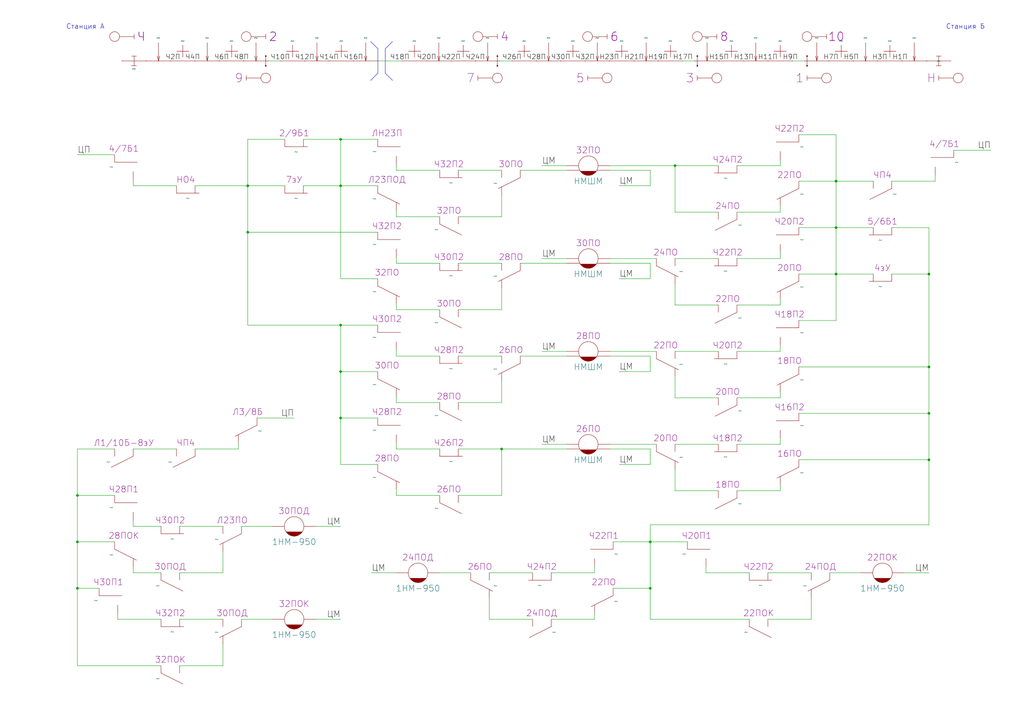
<source format=kicad_sch>
(kicad_sch (version 20250114) (generator "eeschema") (generator_version "9.0")
  (paper "A3")
  (title_block (title "Станция А") (company "МКТ РУТ (МИИТ)") (comment 1 "КП 27.02.03.03.000 ГЧ") (comment 2 "Сафранович") (comment 3 "Бузунова"))
  (lib_symbols
    (symbol "SCB:Изостык" (pin_numbers (hide yes)) (pin_names (offset 0) (hide yes))
      (symbol "Изостык_1_1"
        (unit_name "Одиночный")
        (pin unspecified line (at 0 0 90) (length 0) (name "привязка") (number ""))
      )
      (symbol "Изостык_2_1"
        (unit_name "Со светофором")
        (pin unspecified line (at -5 0 0) (length 0) (name "привязка") (number ""))
        (pin unspecified line (at 5 0 180) (length 0) (name "") (number ""))
      )
    )
    (symbol "SCB:Светофор" (pin_numbers (hide yes)) (pin_names (offset 0) (hide yes))
      (property "Литера" "?" (at 3 0 0))
    )
    (symbol "SCB:УКСПС" (pin_numbers (hide yes)) (pin_names (offset 0) (hide yes))
      (property "Литера" "?УКСПС" (at 0 6 0))
      (symbol "УКСПС_1_1"
        (unit_name "Без направления")
        (pin unspecified line (at 0 0 90) (length 0) (name "привязка") (number ""))
      )
      (symbol "УКСПС_2_1"
        (unit_name "С направлением")
        (pin unspecified line (at 0 0 90) (length 0) (name "привязка") (number ""))
      )
    )
    (symbol "SCB_Legacy:Контакт_нейтрального_якоря_НЗ_бн" (pin_numbers (hide yes)) (pin_names (hide yes))
      (property "Обозначение реле" "Н" (at 0 2.54 0))
      (symbol "Контакт_нейтрального_якоря_НЗ_бн_0_1"
        (pin bidirectional line (at -3.81 0 270) (length 3) (name "") (number "1"))
      )
      (symbol "Контакт_нейтрального_якоря_НЗ_бн_1_1"
        (unit_name "Фронтовой-Тыловой")
        (pin bidirectional line (at 3.81 0 270) (length 3) (name "") (number "2"))
        (pin bidirectional line (at 3.81 -10.16 90) (length 3.3) (name "") (number "3"))
      )
      (symbol "Контакт_нейтрального_якоря_НЗ_бн_2_1"
        (unit_name "Тыловой")
        (pin bidirectional line (at 3.81 -10.16 90) (length 3.3) (name "") (number "3"))
      )
      (symbol "Контакт_нейтрального_якоря_НЗ_бн_3_1"
        (unit_name "Фронтовой")
        (pin bidirectional line (at 3.81 0 270) (length 3) (name "") (number "2"))
      )
      (symbol "Контакт_нейтрального_якоря_НЗ_бн_4_1"
        (unit_name "Усиленный перелючающий")
        (pin bidirectional line (at -3.81 0 270) (length 3) (name "") (number "1"))
        (pin bidirectional line (at 8.89 0 180) (length 2) (name "") (number "2"))
        (pin bidirectional line (at 8.89 -10.16 180) (length 2) (name "") (number "3"))
      )
      (symbol "Контакт_нейтрального_якоря_НЗ_бн_5_1"
        (unit_name "Усиленный замыкающий")
        (pin bidirectional line (at 8.89 0 180) (length 2) (name "") (number "2"))
      )
      (symbol "Контакт_нейтрального_якоря_НЗ_бн_6_1"
        (unit_name "Усиленный размыкающий")
        (pin bidirectional line (at 8.89 -10.16 180) (length 2) (name "") (number "3"))
      )
      (symbol "Контакт_нейтрального_якоря_НЗ_бн_7_1"
        (unit_name "С магнитным гашением")
        (pin bidirectional line (at 3.81 -10.16 90) (length 3.3) (name "") (number "3"))
        (pin bidirectional line (at 12.7 0 180) (length 2) (name "") (number "2"))
      )
      (symbol "Контакт_нейтрального_якоря_НЗ_бн_8_1"
        (unit_name "С безобрывным переключением")
        (pin bidirectional line (at 3.81 0 270) (length 3) (name "") (number "2"))
        (pin bidirectional line (at 3.81 -10.16 90) (length 3.3) (name "") (number "3"))
      )
    )
    (symbol "SCB_Legacy:Контакт_нейтрального_якоря_бн" (pin_numbers (hide yes)) (pin_names (hide yes))
      (property "Обозначение реле" "Н" (at 0 2.54 0))
      (symbol "Контакт_нейтрального_якоря_бн_0_1"
        (pin bidirectional line (at -3.81 0 270) (length 3) (name "") (number "1"))
      )
      (symbol "Контакт_нейтрального_якоря_бн_1_1"
        (unit_name "Фронтовой-Тыловой")
        (pin bidirectional line (at 3.81 0 270) (length 3) (name "") (number "2"))
        (pin bidirectional line (at 3.81 -10.16 90) (length 3.3) (name "") (number "3"))
      )
      (symbol "Контакт_нейтрального_якоря_бн_2_1"
        (unit_name "Тыловой")
        (pin bidirectional line (at 3.81 -10.16 90) (length 3.3) (name "") (number "3"))
      )
      (symbol "Контакт_нейтрального_якоря_бн_3_1"
        (unit_name "Фронтовой")
        (pin bidirectional line (at 3.81 0 270) (length 3) (name "") (number "2"))
      )
      (symbol "Контакт_нейтрального_якоря_бн_4_1"
        (unit_name "Усиленный перелючающий")
        (pin bidirectional line (at -3.81 0 270) (length 3) (name "") (number "1"))
        (pin bidirectional line (at 8.89 0 180) (length 2) (name "") (number "2"))
        (pin bidirectional line (at 8.89 -10.16 180) (length 2) (name "") (number "3"))
      )
      (symbol "Контакт_нейтрального_якоря_бн_5_1"
        (unit_name "Усиленный замыкающий")
        (pin bidirectional line (at 8.89 0 180) (length 2) (name "") (number "2"))
      )
      (symbol "Контакт_нейтрального_якоря_бн_6_1"
        (unit_name "Усиленный размыкающий")
        (pin bidirectional line (at 8.89 -10.16 180) (length 2) (name "") (number "3"))
      )
      (symbol "Контакт_нейтрального_якоря_бн_7_1"
        (unit_name "С магнитным гашением")
        (pin bidirectional line (at 3.81 -10.16 90) (length 3.3) (name "") (number "3"))
        (pin bidirectional line (at 12.7 0 180) (length 2) (name "") (number "2"))
      )
      (symbol "Контакт_нейтрального_якоря_бн_8_1"
        (unit_name "С безобрывным переключением")
        (pin bidirectional line (at 3.81 0 270) (length 3) (name "") (number "2"))
        (pin bidirectional line (at 3.81 -10.16 90) (length 3.3) (name "") (number "3"))
      )
      (symbol "Контакт_нейтрального_якоря_бн_9_1"
        (unit_name "Фронтовой-тыловой термолемента")
        (pin bidirectional line (at 3.81 0 270) (length 3) (name "") (number "2"))
        (pin bidirectional line (at 3.81 -10.16 90) (length 3.3) (name "") (number "3"))
      )
      (symbol "Контакт_нейтрального_якоря_бн_10_1"
        (unit_name "Тыловой термолемента")
        (pin bidirectional line (at 3.81 -10.16 90) (length 3.3) (name "") (number "3"))
      )
      (symbol "Контакт_нейтрального_якоря_бн_11_1"
        (unit_name "Фронтовой термолемента")
        (pin bidirectional line (at 3.81 0 270) (length 3) (name "") (number "2"))
      )
    )
    (symbol "SCB_Relay:Нейтральное_с_замедлением_на_отпуск" (pin_numbers (hide yes)) (pin_names (offset 0.002) (hide yes))
      (property "Value" "НМШМ" (at 0 -6.35 0))
      (property "Обозначение реле" "Н" (at 0 6.35 0))
      (symbol "Нейтральное_с_замедлением_на_отпуск_1_1"
        (unit_name "Общее")
        (pin power_in line (at -8.89 0 0) (length 4.8) (name "") (number "1"))
        (pin power_in line (at 8.89 0 180) (length 4.8) (name "") (number "4"))
      )
      (symbol "Нейтральное_с_замедлением_на_отпуск_2_1"
        (unit_name "С раздельными")
        (pin power_in line (at -8.89 0 0) (length 4.8) (name "") (number "1"))
        (pin power_in line (at -8.89 -1.905 0) (length 5.3) (name "") (number "2"))
        (pin power_in line (at 8.89 0 180) (length 4.8) (name "") (number "3"))
        (pin power_in line (at 8.89 -1.905 180) (length 5.3) (name "") (number "4"))
      )
    )
    (symbol "SCB_АБТЦ:Генератор_Нитки"
      (symbol "Генератор_Нитки_1_1"
        (pin unspecified line (at -5 0 0) (length 0) (name "") (number ""))
        (pin unspecified line (at 5 0 180) (length 0) (name "") (number ""))
      )
    )
    (symbol "SCB_АБТЦ:Приемник_Нитки"
      (symbol "Приемник_Нитки_1_1"
        (pin unspecified line (at -5 0 0) (length 0) (name "") (number ""))
        (pin unspecified line (at 5 0 180) (length 0) (name "") (number ""))
      )
    )
    (symbol "Контакт_нейтрального_якоря_НЗ_бн_1" (pin_numbers (hide yes)) (pin_names (hide yes))
      (property "Обозначение реле" "Н" (at 0 2.54 0))
      (symbol "Контакт_нейтрального_якоря_НЗ_бн_1_0_1"
        (pin bidirectional line (at -3.81 0 270) (length 3) (name "") (number "1"))
      )
      (symbol "Контакт_нейтрального_якоря_НЗ_бн_1_1_1"
        (unit_name "Фронтовой-Тыловой")
        (pin bidirectional line (at 3.81 0 270) (length 3) (name "") (number "2"))
        (pin bidirectional line (at 3.81 -10.16 90) (length 3.3) (name "") (number "3"))
      )
      (symbol "Контакт_нейтрального_якоря_НЗ_бн_1_2_1"
        (unit_name "Тыловой")
        (pin bidirectional line (at 3.81 -10.16 90) (length 3.3) (name "") (number "3"))
      )
      (symbol "Контакт_нейтрального_якоря_НЗ_бн_1_3_1"
        (unit_name "Фронтовой")
        (pin bidirectional line (at 3.81 0 270) (length 3) (name "") (number "2"))
      )
      (symbol "Контакт_нейтрального_якоря_НЗ_бн_1_4_1"
        (unit_name "Усиленный перелючающий")
        (pin bidirectional line (at -3.81 0 270) (length 3) (name "") (number "1"))
        (pin bidirectional line (at 8.89 0 180) (length 2) (name "") (number "2"))
        (pin bidirectional line (at 8.89 -10.16 180) (length 2) (name "") (number "3"))
      )
      (symbol "Контакт_нейтрального_якоря_НЗ_бн_1_5_1"
        (unit_name "Усиленный замыкающий")
        (pin bidirectional line (at 8.89 0 180) (length 2) (name "") (number "2"))
      )
      (symbol "Контакт_нейтрального_якоря_НЗ_бн_1_6_1"
        (unit_name "Усиленный размыкающий")
        (pin bidirectional line (at 8.89 -10.16 180) (length 2) (name "") (number "3"))
      )
      (symbol "Контакт_нейтрального_якоря_НЗ_бн_1_7_1"
        (unit_name "С магнитным гашением")
        (pin bidirectional line (at 3.81 -10.16 90) (length 3.3) (name "") (number "3"))
        (pin bidirectional line (at 12.7 0 180) (length 2) (name "") (number "2"))
      )
      (symbol "Контакт_нейтрального_якоря_НЗ_бн_1_8_1"
        (unit_name "С безобрывным переключением")
        (pin bidirectional line (at 3.81 0 270) (length 3) (name "") (number "2"))
        (pin bidirectional line (at 3.81 -10.16 90) (length 3.3) (name "") (number "3"))
      )
    )
    (symbol "Контакт_нейтрального_якоря_НЗ_бн_10" (pin_numbers (hide yes)) (pin_names (hide yes))
      (property "Обозначение реле" "Н" (at 0 2.54 0))
      (symbol "Контакт_нейтрального_якоря_НЗ_бн_10_0_1"
        (pin bidirectional line (at -3.81 0 270) (length 3) (name "") (number "1"))
      )
      (symbol "Контакт_нейтрального_якоря_НЗ_бн_10_1_1"
        (unit_name "Фронтовой-Тыловой")
        (pin bidirectional line (at 3.81 0 270) (length 3) (name "") (number "2"))
        (pin bidirectional line (at 3.81 -10.16 90) (length 3.3) (name "") (number "3"))
      )
      (symbol "Контакт_нейтрального_якоря_НЗ_бн_10_2_1"
        (unit_name "Тыловой")
        (pin bidirectional line (at 3.81 -10.16 90) (length 3.3) (name "") (number "3"))
      )
      (symbol "Контакт_нейтрального_якоря_НЗ_бн_10_3_1"
        (unit_name "Фронтовой")
        (pin bidirectional line (at 3.81 0 270) (length 3) (name "") (number "2"))
      )
      (symbol "Контакт_нейтрального_якоря_НЗ_бн_10_4_1"
        (unit_name "Усиленный перелючающий")
        (pin bidirectional line (at -3.81 0 270) (length 3) (name "") (number "1"))
        (pin bidirectional line (at 8.89 0 180) (length 2) (name "") (number "2"))
        (pin bidirectional line (at 8.89 -10.16 180) (length 2) (name "") (number "3"))
      )
      (symbol "Контакт_нейтрального_якоря_НЗ_бн_10_5_1"
        (unit_name "Усиленный замыкающий")
        (pin bidirectional line (at 8.89 0 180) (length 2) (name "") (number "2"))
      )
      (symbol "Контакт_нейтрального_якоря_НЗ_бн_10_6_1"
        (unit_name "Усиленный размыкающий")
        (pin bidirectional line (at 8.89 -10.16 180) (length 2) (name "") (number "3"))
      )
      (symbol "Контакт_нейтрального_якоря_НЗ_бн_10_7_1"
        (unit_name "С магнитным гашением")
        (pin bidirectional line (at 3.81 -10.16 90) (length 3.3) (name "") (number "3"))
        (pin bidirectional line (at 12.7 0 180) (length 2) (name "") (number "2"))
      )
      (symbol "Контакт_нейтрального_якоря_НЗ_бн_10_8_1"
        (unit_name "С безобрывным переключением")
        (pin bidirectional line (at 3.81 0 270) (length 3) (name "") (number "2"))
        (pin bidirectional line (at 3.81 -10.16 90) (length 3.3) (name "") (number "3"))
      )
    )
    (symbol "Контакт_нейтрального_якоря_НЗ_бн_11" (pin_numbers (hide yes)) (pin_names (hide yes))
      (property "Обозначение реле" "Н" (at 0 2.54 0))
      (symbol "Контакт_нейтрального_якоря_НЗ_бн_11_0_1"
        (pin bidirectional line (at -3.81 0 270) (length 3) (name "") (number "1"))
      )
      (symbol "Контакт_нейтрального_якоря_НЗ_бн_11_1_1"
        (unit_name "Фронтовой-Тыловой")
        (pin bidirectional line (at 3.81 0 270) (length 3) (name "") (number "2"))
        (pin bidirectional line (at 3.81 -10.16 90) (length 3.3) (name "") (number "3"))
      )
      (symbol "Контакт_нейтрального_якоря_НЗ_бн_11_2_1"
        (unit_name "Тыловой")
        (pin bidirectional line (at 3.81 -10.16 90) (length 3.3) (name "") (number "3"))
      )
      (symbol "Контакт_нейтрального_якоря_НЗ_бн_11_3_1"
        (unit_name "Фронтовой")
        (pin bidirectional line (at 3.81 0 270) (length 3) (name "") (number "2"))
      )
      (symbol "Контакт_нейтрального_якоря_НЗ_бн_11_4_1"
        (unit_name "Усиленный перелючающий")
        (pin bidirectional line (at -3.81 0 270) (length 3) (name "") (number "1"))
        (pin bidirectional line (at 8.89 0 180) (length 2) (name "") (number "2"))
        (pin bidirectional line (at 8.89 -10.16 180) (length 2) (name "") (number "3"))
      )
      (symbol "Контакт_нейтрального_якоря_НЗ_бн_11_5_1"
        (unit_name "Усиленный замыкающий")
        (pin bidirectional line (at 8.89 0 180) (length 2) (name "") (number "2"))
      )
      (symbol "Контакт_нейтрального_якоря_НЗ_бн_11_6_1"
        (unit_name "Усиленный размыкающий")
        (pin bidirectional line (at 8.89 -10.16 180) (length 2) (name "") (number "3"))
      )
      (symbol "Контакт_нейтрального_якоря_НЗ_бн_11_7_1"
        (unit_name "С магнитным гашением")
        (pin bidirectional line (at 3.81 -10.16 90) (length 3.3) (name "") (number "3"))
        (pin bidirectional line (at 12.7 0 180) (length 2) (name "") (number "2"))
      )
      (symbol "Контакт_нейтрального_якоря_НЗ_бн_11_8_1"
        (unit_name "С безобрывным переключением")
        (pin bidirectional line (at 3.81 0 270) (length 3) (name "") (number "2"))
        (pin bidirectional line (at 3.81 -10.16 90) (length 3.3) (name "") (number "3"))
      )
    )
    (symbol "Контакт_нейтрального_якоря_НЗ_бн_12" (pin_numbers (hide yes)) (pin_names (hide yes))
      (property "Обозначение реле" "Н" (at 0 2.54 0))
      (symbol "Контакт_нейтрального_якоря_НЗ_бн_12_0_1"
        (pin bidirectional line (at -3.81 0 270) (length 3) (name "") (number "1"))
      )
      (symbol "Контакт_нейтрального_якоря_НЗ_бн_12_1_1"
        (unit_name "Фронтовой-Тыловой")
        (pin bidirectional line (at 3.81 0 270) (length 3) (name "") (number "2"))
        (pin bidirectional line (at 3.81 -10.16 90) (length 3.3) (name "") (number "3"))
      )
      (symbol "Контакт_нейтрального_якоря_НЗ_бн_12_2_1"
        (unit_name "Тыловой")
        (pin bidirectional line (at 3.81 -10.16 90) (length 3.3) (name "") (number "3"))
      )
      (symbol "Контакт_нейтрального_якоря_НЗ_бн_12_3_1"
        (unit_name "Фронтовой")
        (pin bidirectional line (at 3.81 0 270) (length 3) (name "") (number "2"))
      )
      (symbol "Контакт_нейтрального_якоря_НЗ_бн_12_4_1"
        (unit_name "Усиленный перелючающий")
        (pin bidirectional line (at -3.81 0 270) (length 3) (name "") (number "1"))
        (pin bidirectional line (at 8.89 0 180) (length 2) (name "") (number "2"))
        (pin bidirectional line (at 8.89 -10.16 180) (length 2) (name "") (number "3"))
      )
      (symbol "Контакт_нейтрального_якоря_НЗ_бн_12_5_1"
        (unit_name "Усиленный замыкающий")
        (pin bidirectional line (at 8.89 0 180) (length 2) (name "") (number "2"))
      )
      (symbol "Контакт_нейтрального_якоря_НЗ_бн_12_6_1"
        (unit_name "Усиленный размыкающий")
        (pin bidirectional line (at 8.89 -10.16 180) (length 2) (name "") (number "3"))
      )
      (symbol "Контакт_нейтрального_якоря_НЗ_бн_12_7_1"
        (unit_name "С магнитным гашением")
        (pin bidirectional line (at 3.81 -10.16 90) (length 3.3) (name "") (number "3"))
        (pin bidirectional line (at 12.7 0 180) (length 2) (name "") (number "2"))
      )
      (symbol "Контакт_нейтрального_якоря_НЗ_бн_12_8_1"
        (unit_name "С безобрывным переключением")
        (pin bidirectional line (at 3.81 0 270) (length 3) (name "") (number "2"))
        (pin bidirectional line (at 3.81 -10.16 90) (length 3.3) (name "") (number "3"))
      )
    )
    (symbol "Контакт_нейтрального_якоря_НЗ_бн_13" (pin_numbers (hide yes)) (pin_names (hide yes))
      (property "Обозначение реле" "Н" (at 0 2.54 0))
      (symbol "Контакт_нейтрального_якоря_НЗ_бн_13_0_1"
        (pin bidirectional line (at -3.81 0 270) (length 3) (name "") (number "1"))
      )
      (symbol "Контакт_нейтрального_якоря_НЗ_бн_13_1_1"
        (unit_name "Фронтовой-Тыловой")
        (pin bidirectional line (at 3.81 0 270) (length 3) (name "") (number "2"))
        (pin bidirectional line (at 3.81 -10.16 90) (length 3.3) (name "") (number "3"))
      )
      (symbol "Контакт_нейтрального_якоря_НЗ_бн_13_2_1"
        (unit_name "Тыловой")
        (pin bidirectional line (at 3.81 -10.16 90) (length 3.3) (name "") (number "3"))
      )
      (symbol "Контакт_нейтрального_якоря_НЗ_бн_13_3_1"
        (unit_name "Фронтовой")
        (pin bidirectional line (at 3.81 0 270) (length 3) (name "") (number "2"))
      )
      (symbol "Контакт_нейтрального_якоря_НЗ_бн_13_4_1"
        (unit_name "Усиленный перелючающий")
        (pin bidirectional line (at -3.81 0 270) (length 3) (name "") (number "1"))
        (pin bidirectional line (at 8.89 0 180) (length 2) (name "") (number "2"))
        (pin bidirectional line (at 8.89 -10.16 180) (length 2) (name "") (number "3"))
      )
      (symbol "Контакт_нейтрального_якоря_НЗ_бн_13_5_1"
        (unit_name "Усиленный замыкающий")
        (pin bidirectional line (at 8.89 0 180) (length 2) (name "") (number "2"))
      )
      (symbol "Контакт_нейтрального_якоря_НЗ_бн_13_6_1"
        (unit_name "Усиленный размыкающий")
        (pin bidirectional line (at 8.89 -10.16 180) (length 2) (name "") (number "3"))
      )
      (symbol "Контакт_нейтрального_якоря_НЗ_бн_13_7_1"
        (unit_name "С магнитным гашением")
        (pin bidirectional line (at 3.81 -10.16 90) (length 3.3) (name "") (number "3"))
        (pin bidirectional line (at 12.7 0 180) (length 2) (name "") (number "2"))
      )
      (symbol "Контакт_нейтрального_якоря_НЗ_бн_13_8_1"
        (unit_name "С безобрывным переключением")
        (pin bidirectional line (at 3.81 0 270) (length 3) (name "") (number "2"))
        (pin bidirectional line (at 3.81 -10.16 90) (length 3.3) (name "") (number "3"))
      )
    )
    (symbol "Контакт_нейтрального_якоря_НЗ_бн_14" (pin_numbers (hide yes)) (pin_names (hide yes))
      (property "Обозначение реле" "Н" (at 0 2.54 0))
      (symbol "Контакт_нейтрального_якоря_НЗ_бн_14_0_1"
        (pin bidirectional line (at -3.81 0 270) (length 3) (name "") (number "1"))
      )
      (symbol "Контакт_нейтрального_якоря_НЗ_бн_14_1_1"
        (unit_name "Фронтовой-Тыловой")
        (pin bidirectional line (at 3.81 0 270) (length 3) (name "") (number "2"))
        (pin bidirectional line (at 3.81 -10.16 90) (length 3.3) (name "") (number "3"))
      )
      (symbol "Контакт_нейтрального_якоря_НЗ_бн_14_2_1"
        (unit_name "Тыловой")
        (pin bidirectional line (at 3.81 -10.16 90) (length 3.3) (name "") (number "3"))
      )
      (symbol "Контакт_нейтрального_якоря_НЗ_бн_14_3_1"
        (unit_name "Фронтовой")
        (pin bidirectional line (at 3.81 0 270) (length 3) (name "") (number "2"))
      )
      (symbol "Контакт_нейтрального_якоря_НЗ_бн_14_4_1"
        (unit_name "Усиленный перелючающий")
        (pin bidirectional line (at -3.81 0 270) (length 3) (name "") (number "1"))
        (pin bidirectional line (at 8.89 0 180) (length 2) (name "") (number "2"))
        (pin bidirectional line (at 8.89 -10.16 180) (length 2) (name "") (number "3"))
      )
      (symbol "Контакт_нейтрального_якоря_НЗ_бн_14_5_1"
        (unit_name "Усиленный замыкающий")
        (pin bidirectional line (at 8.89 0 180) (length 2) (name "") (number "2"))
      )
      (symbol "Контакт_нейтрального_якоря_НЗ_бн_14_6_1"
        (unit_name "Усиленный размыкающий")
        (pin bidirectional line (at 8.89 -10.16 180) (length 2) (name "") (number "3"))
      )
      (symbol "Контакт_нейтрального_якоря_НЗ_бн_14_7_1"
        (unit_name "С магнитным гашением")
        (pin bidirectional line (at 3.81 -10.16 90) (length 3.3) (name "") (number "3"))
        (pin bidirectional line (at 12.7 0 180) (length 2) (name "") (number "2"))
      )
      (symbol "Контакт_нейтрального_якоря_НЗ_бн_14_8_1"
        (unit_name "С безобрывным переключением")
        (pin bidirectional line (at 3.81 0 270) (length 3) (name "") (number "2"))
        (pin bidirectional line (at 3.81 -10.16 90) (length 3.3) (name "") (number "3"))
      )
    )
    (symbol "Контакт_нейтрального_якоря_НЗ_бн_15" (pin_numbers (hide yes)) (pin_names (hide yes))
      (property "Обозначение реле" "Н" (at 0 2.54 0))
      (symbol "Контакт_нейтрального_якоря_НЗ_бн_15_0_1"
        (pin bidirectional line (at -3.81 0 270) (length 3) (name "") (number "1"))
      )
      (symbol "Контакт_нейтрального_якоря_НЗ_бн_15_1_1"
        (unit_name "Фронтовой-Тыловой")
        (pin bidirectional line (at 3.81 0 270) (length 3) (name "") (number "2"))
        (pin bidirectional line (at 3.81 -10.16 90) (length 3.3) (name "") (number "3"))
      )
      (symbol "Контакт_нейтрального_якоря_НЗ_бн_15_2_1"
        (unit_name "Тыловой")
        (pin bidirectional line (at 3.81 -10.16 90) (length 3.3) (name "") (number "3"))
      )
      (symbol "Контакт_нейтрального_якоря_НЗ_бн_15_3_1"
        (unit_name "Фронтовой")
        (pin bidirectional line (at 3.81 0 270) (length 3) (name "") (number "2"))
      )
      (symbol "Контакт_нейтрального_якоря_НЗ_бн_15_4_1"
        (unit_name "Усиленный перелючающий")
        (pin bidirectional line (at -3.81 0 270) (length 3) (name "") (number "1"))
        (pin bidirectional line (at 8.89 0 180) (length 2) (name "") (number "2"))
        (pin bidirectional line (at 8.89 -10.16 180) (length 2) (name "") (number "3"))
      )
      (symbol "Контакт_нейтрального_якоря_НЗ_бн_15_5_1"
        (unit_name "Усиленный замыкающий")
        (pin bidirectional line (at 8.89 0 180) (length 2) (name "") (number "2"))
      )
      (symbol "Контакт_нейтрального_якоря_НЗ_бн_15_6_1"
        (unit_name "Усиленный размыкающий")
        (pin bidirectional line (at 8.89 -10.16 180) (length 2) (name "") (number "3"))
      )
      (symbol "Контакт_нейтрального_якоря_НЗ_бн_15_7_1"
        (unit_name "С магнитным гашением")
        (pin bidirectional line (at 3.81 -10.16 90) (length 3.3) (name "") (number "3"))
        (pin bidirectional line (at 12.7 0 180) (length 2) (name "") (number "2"))
      )
      (symbol "Контакт_нейтрального_якоря_НЗ_бн_15_8_1"
        (unit_name "С безобрывным переключением")
        (pin bidirectional line (at 3.81 0 270) (length 3) (name "") (number "2"))
        (pin bidirectional line (at 3.81 -10.16 90) (length 3.3) (name "") (number "3"))
      )
    )
    (symbol "Контакт_нейтрального_якоря_НЗ_бн_16" (pin_numbers (hide yes)) (pin_names (hide yes))
      (property "Обозначение реле" "Н" (at 0 2.54 0))
      (symbol "Контакт_нейтрального_якоря_НЗ_бн_16_0_1"
        (pin bidirectional line (at -3.81 0 270) (length 3) (name "") (number "1"))
      )
      (symbol "Контакт_нейтрального_якоря_НЗ_бн_16_1_1"
        (unit_name "Фронтовой-Тыловой")
        (pin bidirectional line (at 3.81 0 270) (length 3) (name "") (number "2"))
        (pin bidirectional line (at 3.81 -10.16 90) (length 3.3) (name "") (number "3"))
      )
      (symbol "Контакт_нейтрального_якоря_НЗ_бн_16_2_1"
        (unit_name "Тыловой")
        (pin bidirectional line (at 3.81 -10.16 90) (length 3.3) (name "") (number "3"))
      )
      (symbol "Контакт_нейтрального_якоря_НЗ_бн_16_3_1"
        (unit_name "Фронтовой")
        (pin bidirectional line (at 3.81 0 270) (length 3) (name "") (number "2"))
      )
      (symbol "Контакт_нейтрального_якоря_НЗ_бн_16_4_1"
        (unit_name "Усиленный перелючающий")
        (pin bidirectional line (at -3.81 0 270) (length 3) (name "") (number "1"))
        (pin bidirectional line (at 8.89 0 180) (length 2) (name "") (number "2"))
        (pin bidirectional line (at 8.89 -10.16 180) (length 2) (name "") (number "3"))
      )
      (symbol "Контакт_нейтрального_якоря_НЗ_бн_16_5_1"
        (unit_name "Усиленный замыкающий")
        (pin bidirectional line (at 8.89 0 180) (length 2) (name "") (number "2"))
      )
      (symbol "Контакт_нейтрального_якоря_НЗ_бн_16_6_1"
        (unit_name "Усиленный размыкающий")
        (pin bidirectional line (at 8.89 -10.16 180) (length 2) (name "") (number "3"))
      )
      (symbol "Контакт_нейтрального_якоря_НЗ_бн_16_7_1"
        (unit_name "С магнитным гашением")
        (pin bidirectional line (at 3.81 -10.16 90) (length 3.3) (name "") (number "3"))
        (pin bidirectional line (at 12.7 0 180) (length 2) (name "") (number "2"))
      )
      (symbol "Контакт_нейтрального_якоря_НЗ_бн_16_8_1"
        (unit_name "С безобрывным переключением")
        (pin bidirectional line (at 3.81 0 270) (length 3) (name "") (number "2"))
        (pin bidirectional line (at 3.81 -10.16 90) (length 3.3) (name "") (number "3"))
      )
    )
    (symbol "Контакт_нейтрального_якоря_НЗ_бн_17" (pin_numbers (hide yes)) (pin_names (hide yes))
      (property "Обозначение реле" "Н" (at 0 2.54 0))
      (symbol "Контакт_нейтрального_якоря_НЗ_бн_17_0_1"
        (pin bidirectional line (at -3.81 0 270) (length 3) (name "") (number "1"))
      )
      (symbol "Контакт_нейтрального_якоря_НЗ_бн_17_1_1"
        (unit_name "Фронтовой-Тыловой")
        (pin bidirectional line (at 3.81 0 270) (length 3) (name "") (number "2"))
        (pin bidirectional line (at 3.81 -10.16 90) (length 3.3) (name "") (number "3"))
      )
      (symbol "Контакт_нейтрального_якоря_НЗ_бн_17_2_1"
        (unit_name "Тыловой")
        (pin bidirectional line (at 3.81 -10.16 90) (length 3.3) (name "") (number "3"))
      )
      (symbol "Контакт_нейтрального_якоря_НЗ_бн_17_3_1"
        (unit_name "Фронтовой")
        (pin bidirectional line (at 3.81 0 270) (length 3) (name "") (number "2"))
      )
      (symbol "Контакт_нейтрального_якоря_НЗ_бн_17_4_1"
        (unit_name "Усиленный перелючающий")
        (pin bidirectional line (at -3.81 0 270) (length 3) (name "") (number "1"))
        (pin bidirectional line (at 8.89 0 180) (length 2) (name "") (number "2"))
        (pin bidirectional line (at 8.89 -10.16 180) (length 2) (name "") (number "3"))
      )
      (symbol "Контакт_нейтрального_якоря_НЗ_бн_17_5_1"
        (unit_name "Усиленный замыкающий")
        (pin bidirectional line (at 8.89 0 180) (length 2) (name "") (number "2"))
      )
      (symbol "Контакт_нейтрального_якоря_НЗ_бн_17_6_1"
        (unit_name "Усиленный размыкающий")
        (pin bidirectional line (at 8.89 -10.16 180) (length 2) (name "") (number "3"))
      )
      (symbol "Контакт_нейтрального_якоря_НЗ_бн_17_7_1"
        (unit_name "С магнитным гашением")
        (pin bidirectional line (at 3.81 -10.16 90) (length 3.3) (name "") (number "3"))
        (pin bidirectional line (at 12.7 0 180) (length 2) (name "") (number "2"))
      )
      (symbol "Контакт_нейтрального_якоря_НЗ_бн_17_8_1"
        (unit_name "С безобрывным переключением")
        (pin bidirectional line (at 3.81 0 270) (length 3) (name "") (number "2"))
        (pin bidirectional line (at 3.81 -10.16 90) (length 3.3) (name "") (number "3"))
      )
    )
    (symbol "Контакт_нейтрального_якоря_НЗ_бн_18" (pin_numbers (hide yes)) (pin_names (hide yes))
      (property "Обозначение реле" "Н" (at 0 2.54 0))
      (symbol "Контакт_нейтрального_якоря_НЗ_бн_18_0_1"
        (pin bidirectional line (at -3.81 0 270) (length 3) (name "") (number "1"))
      )
      (symbol "Контакт_нейтрального_якоря_НЗ_бн_18_1_1"
        (unit_name "Фронтовой-Тыловой")
        (pin bidirectional line (at 3.81 0 270) (length 3) (name "") (number "2"))
        (pin bidirectional line (at 3.81 -10.16 90) (length 3.3) (name "") (number "3"))
      )
      (symbol "Контакт_нейтрального_якоря_НЗ_бн_18_2_1"
        (unit_name "Тыловой")
        (pin bidirectional line (at 3.81 -10.16 90) (length 3.3) (name "") (number "3"))
      )
      (symbol "Контакт_нейтрального_якоря_НЗ_бн_18_3_1"
        (unit_name "Фронтовой")
        (pin bidirectional line (at 3.81 0 270) (length 3) (name "") (number "2"))
      )
      (symbol "Контакт_нейтрального_якоря_НЗ_бн_18_4_1"
        (unit_name "Усиленный перелючающий")
        (pin bidirectional line (at -3.81 0 270) (length 3) (name "") (number "1"))
        (pin bidirectional line (at 8.89 0 180) (length 2) (name "") (number "2"))
        (pin bidirectional line (at 8.89 -10.16 180) (length 2) (name "") (number "3"))
      )
      (symbol "Контакт_нейтрального_якоря_НЗ_бн_18_5_1"
        (unit_name "Усиленный замыкающий")
        (pin bidirectional line (at 8.89 0 180) (length 2) (name "") (number "2"))
      )
      (symbol "Контакт_нейтрального_якоря_НЗ_бн_18_6_1"
        (unit_name "Усиленный размыкающий")
        (pin bidirectional line (at 8.89 -10.16 180) (length 2) (name "") (number "3"))
      )
      (symbol "Контакт_нейтрального_якоря_НЗ_бн_18_7_1"
        (unit_name "С магнитным гашением")
        (pin bidirectional line (at 3.81 -10.16 90) (length 3.3) (name "") (number "3"))
        (pin bidirectional line (at 12.7 0 180) (length 2) (name "") (number "2"))
      )
      (symbol "Контакт_нейтрального_якоря_НЗ_бн_18_8_1"
        (unit_name "С безобрывным переключением")
        (pin bidirectional line (at 3.81 0 270) (length 3) (name "") (number "2"))
        (pin bidirectional line (at 3.81 -10.16 90) (length 3.3) (name "") (number "3"))
      )
    )
    (symbol "Контакт_нейтрального_якоря_НЗ_бн_19" (pin_numbers (hide yes)) (pin_names (hide yes))
      (property "Обозначение реле" "Н" (at 0 2.54 0))
      (symbol "Контакт_нейтрального_якоря_НЗ_бн_19_0_1"
        (pin bidirectional line (at -3.81 0 270) (length 3) (name "") (number "1"))
      )
      (symbol "Контакт_нейтрального_якоря_НЗ_бн_19_1_1"
        (unit_name "Фронтовой-Тыловой")
        (pin bidirectional line (at 3.81 0 270) (length 3) (name "") (number "2"))
        (pin bidirectional line (at 3.81 -10.16 90) (length 3.3) (name "") (number "3"))
      )
      (symbol "Контакт_нейтрального_якоря_НЗ_бн_19_2_1"
        (unit_name "Тыловой")
        (pin bidirectional line (at 3.81 -10.16 90) (length 3.3) (name "") (number "3"))
      )
      (symbol "Контакт_нейтрального_якоря_НЗ_бн_19_3_1"
        (unit_name "Фронтовой")
        (pin bidirectional line (at 3.81 0 270) (length 3) (name "") (number "2"))
      )
      (symbol "Контакт_нейтрального_якоря_НЗ_бн_19_4_1"
        (unit_name "Усиленный перелючающий")
        (pin bidirectional line (at -3.81 0 270) (length 3) (name "") (number "1"))
        (pin bidirectional line (at 8.89 0 180) (length 2) (name "") (number "2"))
        (pin bidirectional line (at 8.89 -10.16 180) (length 2) (name "") (number "3"))
      )
      (symbol "Контакт_нейтрального_якоря_НЗ_бн_19_5_1"
        (unit_name "Усиленный замыкающий")
        (pin bidirectional line (at 8.89 0 180) (length 2) (name "") (number "2"))
      )
      (symbol "Контакт_нейтрального_якоря_НЗ_бн_19_6_1"
        (unit_name "Усиленный размыкающий")
        (pin bidirectional line (at 8.89 -10.16 180) (length 2) (name "") (number "3"))
      )
      (symbol "Контакт_нейтрального_якоря_НЗ_бн_19_7_1"
        (unit_name "С магнитным гашением")
        (pin bidirectional line (at 3.81 -10.16 90) (length 3.3) (name "") (number "3"))
        (pin bidirectional line (at 12.7 0 180) (length 2) (name "") (number "2"))
      )
      (symbol "Контакт_нейтрального_якоря_НЗ_бн_19_8_1"
        (unit_name "С безобрывным переключением")
        (pin bidirectional line (at 3.81 0 270) (length 3) (name "") (number "2"))
        (pin bidirectional line (at 3.81 -10.16 90) (length 3.3) (name "") (number "3"))
      )
    )
    (symbol "Контакт_нейтрального_якоря_НЗ_бн_2" (pin_numbers (hide yes)) (pin_names (hide yes))
      (property "Обозначение реле" "Н" (at 0 2.54 0))
      (symbol "Контакт_нейтрального_якоря_НЗ_бн_2_0_1"
        (pin bidirectional line (at -3.81 0 270) (length 3) (name "") (number "1"))
      )
      (symbol "Контакт_нейтрального_якоря_НЗ_бн_2_1_1"
        (unit_name "Фронтовой-Тыловой")
        (pin bidirectional line (at 3.81 0 270) (length 3) (name "") (number "2"))
        (pin bidirectional line (at 3.81 -10.16 90) (length 3.3) (name "") (number "3"))
      )
      (symbol "Контакт_нейтрального_якоря_НЗ_бн_2_2_1"
        (unit_name "Тыловой")
        (pin bidirectional line (at 3.81 -10.16 90) (length 3.3) (name "") (number "3"))
      )
      (symbol "Контакт_нейтрального_якоря_НЗ_бн_2_3_1"
        (unit_name "Фронтовой")
        (pin bidirectional line (at 3.81 0 270) (length 3) (name "") (number "2"))
      )
      (symbol "Контакт_нейтрального_якоря_НЗ_бн_2_4_1"
        (unit_name "Усиленный перелючающий")
        (pin bidirectional line (at -3.81 0 270) (length 3) (name "") (number "1"))
        (pin bidirectional line (at 8.89 0 180) (length 2) (name "") (number "2"))
        (pin bidirectional line (at 8.89 -10.16 180) (length 2) (name "") (number "3"))
      )
      (symbol "Контакт_нейтрального_якоря_НЗ_бн_2_5_1"
        (unit_name "Усиленный замыкающий")
        (pin bidirectional line (at 8.89 0 180) (length 2) (name "") (number "2"))
      )
      (symbol "Контакт_нейтрального_якоря_НЗ_бн_2_6_1"
        (unit_name "Усиленный размыкающий")
        (pin bidirectional line (at 8.89 -10.16 180) (length 2) (name "") (number "3"))
      )
      (symbol "Контакт_нейтрального_якоря_НЗ_бн_2_7_1"
        (unit_name "С магнитным гашением")
        (pin bidirectional line (at 3.81 -10.16 90) (length 3.3) (name "") (number "3"))
        (pin bidirectional line (at 12.7 0 180) (length 2) (name "") (number "2"))
      )
      (symbol "Контакт_нейтрального_якоря_НЗ_бн_2_8_1"
        (unit_name "С безобрывным переключением")
        (pin bidirectional line (at 3.81 0 270) (length 3) (name "") (number "2"))
        (pin bidirectional line (at 3.81 -10.16 90) (length 3.3) (name "") (number "3"))
      )
    )
    (symbol "Контакт_нейтрального_якоря_НЗ_бн_20" (pin_numbers (hide yes)) (pin_names (hide yes))
      (property "Обозначение реле" "Н" (at 0 2.54 0))
      (symbol "Контакт_нейтрального_якоря_НЗ_бн_20_0_1"
        (pin bidirectional line (at -3.81 0 270) (length 3) (name "") (number "1"))
      )
      (symbol "Контакт_нейтрального_якоря_НЗ_бн_20_1_1"
        (unit_name "Фронтовой-Тыловой")
        (pin bidirectional line (at 3.81 0 270) (length 3) (name "") (number "2"))
        (pin bidirectional line (at 3.81 -10.16 90) (length 3.3) (name "") (number "3"))
      )
      (symbol "Контакт_нейтрального_якоря_НЗ_бн_20_2_1"
        (unit_name "Тыловой")
        (pin bidirectional line (at 3.81 -10.16 90) (length 3.3) (name "") (number "3"))
      )
      (symbol "Контакт_нейтрального_якоря_НЗ_бн_20_3_1"
        (unit_name "Фронтовой")
        (pin bidirectional line (at 3.81 0 270) (length 3) (name "") (number "2"))
      )
      (symbol "Контакт_нейтрального_якоря_НЗ_бн_20_4_1"
        (unit_name "Усиленный перелючающий")
        (pin bidirectional line (at -3.81 0 270) (length 3) (name "") (number "1"))
        (pin bidirectional line (at 8.89 0 180) (length 2) (name "") (number "2"))
        (pin bidirectional line (at 8.89 -10.16 180) (length 2) (name "") (number "3"))
      )
      (symbol "Контакт_нейтрального_якоря_НЗ_бн_20_5_1"
        (unit_name "Усиленный замыкающий")
        (pin bidirectional line (at 8.89 0 180) (length 2) (name "") (number "2"))
      )
      (symbol "Контакт_нейтрального_якоря_НЗ_бн_20_6_1"
        (unit_name "Усиленный размыкающий")
        (pin bidirectional line (at 8.89 -10.16 180) (length 2) (name "") (number "3"))
      )
      (symbol "Контакт_нейтрального_якоря_НЗ_бн_20_7_1"
        (unit_name "С магнитным гашением")
        (pin bidirectional line (at 3.81 -10.16 90) (length 3.3) (name "") (number "3"))
        (pin bidirectional line (at 12.7 0 180) (length 2) (name "") (number "2"))
      )
      (symbol "Контакт_нейтрального_якоря_НЗ_бн_20_8_1"
        (unit_name "С безобрывным переключением")
        (pin bidirectional line (at 3.81 0 270) (length 3) (name "") (number "2"))
        (pin bidirectional line (at 3.81 -10.16 90) (length 3.3) (name "") (number "3"))
      )
    )
    (symbol "Контакт_нейтрального_якоря_НЗ_бн_21" (pin_numbers (hide yes)) (pin_names (hide yes))
      (property "Обозначение реле" "Н" (at 0 2.54 0))
      (symbol "Контакт_нейтрального_якоря_НЗ_бн_21_0_1"
        (pin bidirectional line (at -3.81 0 270) (length 3) (name "") (number "1"))
      )
      (symbol "Контакт_нейтрального_якоря_НЗ_бн_21_1_1"
        (unit_name "Фронтовой-Тыловой")
        (pin bidirectional line (at 3.81 0 270) (length 3) (name "") (number "2"))
        (pin bidirectional line (at 3.81 -10.16 90) (length 3.3) (name "") (number "3"))
      )
      (symbol "Контакт_нейтрального_якоря_НЗ_бн_21_2_1"
        (unit_name "Тыловой")
        (pin bidirectional line (at 3.81 -10.16 90) (length 3.3) (name "") (number "3"))
      )
      (symbol "Контакт_нейтрального_якоря_НЗ_бн_21_3_1"
        (unit_name "Фронтовой")
        (pin bidirectional line (at 3.81 0 270) (length 3) (name "") (number "2"))
      )
      (symbol "Контакт_нейтрального_якоря_НЗ_бн_21_4_1"
        (unit_name "Усиленный перелючающий")
        (pin bidirectional line (at -3.81 0 270) (length 3) (name "") (number "1"))
        (pin bidirectional line (at 8.89 0 180) (length 2) (name "") (number "2"))
        (pin bidirectional line (at 8.89 -10.16 180) (length 2) (name "") (number "3"))
      )
      (symbol "Контакт_нейтрального_якоря_НЗ_бн_21_5_1"
        (unit_name "Усиленный замыкающий")
        (pin bidirectional line (at 8.89 0 180) (length 2) (name "") (number "2"))
      )
      (symbol "Контакт_нейтрального_якоря_НЗ_бн_21_6_1"
        (unit_name "Усиленный размыкающий")
        (pin bidirectional line (at 8.89 -10.16 180) (length 2) (name "") (number "3"))
      )
      (symbol "Контакт_нейтрального_якоря_НЗ_бн_21_7_1"
        (unit_name "С магнитным гашением")
        (pin bidirectional line (at 3.81 -10.16 90) (length 3.3) (name "") (number "3"))
        (pin bidirectional line (at 12.7 0 180) (length 2) (name "") (number "2"))
      )
      (symbol "Контакт_нейтрального_якоря_НЗ_бн_21_8_1"
        (unit_name "С безобрывным переключением")
        (pin bidirectional line (at 3.81 0 270) (length 3) (name "") (number "2"))
        (pin bidirectional line (at 3.81 -10.16 90) (length 3.3) (name "") (number "3"))
      )
    )
    (symbol "Контакт_нейтрального_якоря_НЗ_бн_22" (pin_numbers (hide yes)) (pin_names (hide yes))
      (property "Обозначение реле" "Н" (at 0 2.54 0))
      (symbol "Контакт_нейтрального_якоря_НЗ_бн_22_0_1"
        (pin bidirectional line (at -3.81 0 270) (length 3) (name "") (number "1"))
      )
      (symbol "Контакт_нейтрального_якоря_НЗ_бн_22_1_1"
        (unit_name "Фронтовой-Тыловой")
        (pin bidirectional line (at 3.81 0 270) (length 3) (name "") (number "2"))
        (pin bidirectional line (at 3.81 -10.16 90) (length 3.3) (name "") (number "3"))
      )
      (symbol "Контакт_нейтрального_якоря_НЗ_бн_22_2_1"
        (unit_name "Тыловой")
        (pin bidirectional line (at 3.81 -10.16 90) (length 3.3) (name "") (number "3"))
      )
      (symbol "Контакт_нейтрального_якоря_НЗ_бн_22_3_1"
        (unit_name "Фронтовой")
        (pin bidirectional line (at 3.81 0 270) (length 3) (name "") (number "2"))
      )
      (symbol "Контакт_нейтрального_якоря_НЗ_бн_22_4_1"
        (unit_name "Усиленный перелючающий")
        (pin bidirectional line (at -3.81 0 270) (length 3) (name "") (number "1"))
        (pin bidirectional line (at 8.89 0 180) (length 2) (name "") (number "2"))
        (pin bidirectional line (at 8.89 -10.16 180) (length 2) (name "") (number "3"))
      )
      (symbol "Контакт_нейтрального_якоря_НЗ_бн_22_5_1"
        (unit_name "Усиленный замыкающий")
        (pin bidirectional line (at 8.89 0 180) (length 2) (name "") (number "2"))
      )
      (symbol "Контакт_нейтрального_якоря_НЗ_бн_22_6_1"
        (unit_name "Усиленный размыкающий")
        (pin bidirectional line (at 8.89 -10.16 180) (length 2) (name "") (number "3"))
      )
      (symbol "Контакт_нейтрального_якоря_НЗ_бн_22_7_1"
        (unit_name "С магнитным гашением")
        (pin bidirectional line (at 3.81 -10.16 90) (length 3.3) (name "") (number "3"))
        (pin bidirectional line (at 12.7 0 180) (length 2) (name "") (number "2"))
      )
      (symbol "Контакт_нейтрального_якоря_НЗ_бн_22_8_1"
        (unit_name "С безобрывным переключением")
        (pin bidirectional line (at 3.81 0 270) (length 3) (name "") (number "2"))
        (pin bidirectional line (at 3.81 -10.16 90) (length 3.3) (name "") (number "3"))
      )
    )
    (symbol "Контакт_нейтрального_якоря_НЗ_бн_23" (pin_numbers (hide yes)) (pin_names (hide yes))
      (property "Обозначение реле" "Н" (at 0 2.54 0))
      (symbol "Контакт_нейтрального_якоря_НЗ_бн_23_0_1"
        (pin bidirectional line (at -3.81 0 270) (length 3) (name "") (number "1"))
      )
      (symbol "Контакт_нейтрального_якоря_НЗ_бн_23_1_1"
        (unit_name "Фронтовой-Тыловой")
        (pin bidirectional line (at 3.81 0 270) (length 3) (name "") (number "2"))
        (pin bidirectional line (at 3.81 -10.16 90) (length 3.3) (name "") (number "3"))
      )
      (symbol "Контакт_нейтрального_якоря_НЗ_бн_23_2_1"
        (unit_name "Тыловой")
        (pin bidirectional line (at 3.81 -10.16 90) (length 3.3) (name "") (number "3"))
      )
      (symbol "Контакт_нейтрального_якоря_НЗ_бн_23_3_1"
        (unit_name "Фронтовой")
        (pin bidirectional line (at 3.81 0 270) (length 3) (name "") (number "2"))
      )
      (symbol "Контакт_нейтрального_якоря_НЗ_бн_23_4_1"
        (unit_name "Усиленный перелючающий")
        (pin bidirectional line (at -3.81 0 270) (length 3) (name "") (number "1"))
        (pin bidirectional line (at 8.89 0 180) (length 2) (name "") (number "2"))
        (pin bidirectional line (at 8.89 -10.16 180) (length 2) (name "") (number "3"))
      )
      (symbol "Контакт_нейтрального_якоря_НЗ_бн_23_5_1"
        (unit_name "Усиленный замыкающий")
        (pin bidirectional line (at 8.89 0 180) (length 2) (name "") (number "2"))
      )
      (symbol "Контакт_нейтрального_якоря_НЗ_бн_23_6_1"
        (unit_name "Усиленный размыкающий")
        (pin bidirectional line (at 8.89 -10.16 180) (length 2) (name "") (number "3"))
      )
      (symbol "Контакт_нейтрального_якоря_НЗ_бн_23_7_1"
        (unit_name "С магнитным гашением")
        (pin bidirectional line (at 3.81 -10.16 90) (length 3.3) (name "") (number "3"))
        (pin bidirectional line (at 12.7 0 180) (length 2) (name "") (number "2"))
      )
      (symbol "Контакт_нейтрального_якоря_НЗ_бн_23_8_1"
        (unit_name "С безобрывным переключением")
        (pin bidirectional line (at 3.81 0 270) (length 3) (name "") (number "2"))
        (pin bidirectional line (at 3.81 -10.16 90) (length 3.3) (name "") (number "3"))
      )
    )
    (symbol "Контакт_нейтрального_якоря_НЗ_бн_24" (pin_numbers (hide yes)) (pin_names (hide yes))
      (property "Обозначение реле" "Н" (at 0 2.54 0))
      (symbol "Контакт_нейтрального_якоря_НЗ_бн_24_0_1"
        (pin bidirectional line (at -3.81 0 270) (length 3) (name "") (number "1"))
      )
      (symbol "Контакт_нейтрального_якоря_НЗ_бн_24_1_1"
        (unit_name "Фронтовой-Тыловой")
        (pin bidirectional line (at 3.81 0 270) (length 3) (name "") (number "2"))
        (pin bidirectional line (at 3.81 -10.16 90) (length 3.3) (name "") (number "3"))
      )
      (symbol "Контакт_нейтрального_якоря_НЗ_бн_24_2_1"
        (unit_name "Тыловой")
        (pin bidirectional line (at 3.81 -10.16 90) (length 3.3) (name "") (number "3"))
      )
      (symbol "Контакт_нейтрального_якоря_НЗ_бн_24_3_1"
        (unit_name "Фронтовой")
        (pin bidirectional line (at 3.81 0 270) (length 3) (name "") (number "2"))
      )
      (symbol "Контакт_нейтрального_якоря_НЗ_бн_24_4_1"
        (unit_name "Усиленный перелючающий")
        (pin bidirectional line (at -3.81 0 270) (length 3) (name "") (number "1"))
        (pin bidirectional line (at 8.89 0 180) (length 2) (name "") (number "2"))
        (pin bidirectional line (at 8.89 -10.16 180) (length 2) (name "") (number "3"))
      )
      (symbol "Контакт_нейтрального_якоря_НЗ_бн_24_5_1"
        (unit_name "Усиленный замыкающий")
        (pin bidirectional line (at 8.89 0 180) (length 2) (name "") (number "2"))
      )
      (symbol "Контакт_нейтрального_якоря_НЗ_бн_24_6_1"
        (unit_name "Усиленный размыкающий")
        (pin bidirectional line (at 8.89 -10.16 180) (length 2) (name "") (number "3"))
      )
      (symbol "Контакт_нейтрального_якоря_НЗ_бн_24_7_1"
        (unit_name "С магнитным гашением")
        (pin bidirectional line (at 3.81 -10.16 90) (length 3.3) (name "") (number "3"))
        (pin bidirectional line (at 12.7 0 180) (length 2) (name "") (number "2"))
      )
      (symbol "Контакт_нейтрального_якоря_НЗ_бн_24_8_1"
        (unit_name "С безобрывным переключением")
        (pin bidirectional line (at 3.81 0 270) (length 3) (name "") (number "2"))
        (pin bidirectional line (at 3.81 -10.16 90) (length 3.3) (name "") (number "3"))
      )
    )
    (symbol "Контакт_нейтрального_якоря_НЗ_бн_25" (pin_numbers (hide yes)) (pin_names (hide yes))
      (property "Обозначение реле" "Н" (at 0 2.54 0))
      (symbol "Контакт_нейтрального_якоря_НЗ_бн_25_0_1"
        (pin bidirectional line (at -3.81 0 270) (length 3) (name "") (number "1"))
      )
      (symbol "Контакт_нейтрального_якоря_НЗ_бн_25_1_1"
        (unit_name "Фронтовой-Тыловой")
        (pin bidirectional line (at 3.81 0 270) (length 3) (name "") (number "2"))
        (pin bidirectional line (at 3.81 -10.16 90) (length 3.3) (name "") (number "3"))
      )
      (symbol "Контакт_нейтрального_якоря_НЗ_бн_25_2_1"
        (unit_name "Тыловой")
        (pin bidirectional line (at 3.81 -10.16 90) (length 3.3) (name "") (number "3"))
      )
      (symbol "Контакт_нейтрального_якоря_НЗ_бн_25_3_1"
        (unit_name "Фронтовой")
        (pin bidirectional line (at 3.81 0 270) (length 3) (name "") (number "2"))
      )
      (symbol "Контакт_нейтрального_якоря_НЗ_бн_25_4_1"
        (unit_name "Усиленный перелючающий")
        (pin bidirectional line (at -3.81 0 270) (length 3) (name "") (number "1"))
        (pin bidirectional line (at 8.89 0 180) (length 2) (name "") (number "2"))
        (pin bidirectional line (at 8.89 -10.16 180) (length 2) (name "") (number "3"))
      )
      (symbol "Контакт_нейтрального_якоря_НЗ_бн_25_5_1"
        (unit_name "Усиленный замыкающий")
        (pin bidirectional line (at 8.89 0 180) (length 2) (name "") (number "2"))
      )
      (symbol "Контакт_нейтрального_якоря_НЗ_бн_25_6_1"
        (unit_name "Усиленный размыкающий")
        (pin bidirectional line (at 8.89 -10.16 180) (length 2) (name "") (number "3"))
      )
      (symbol "Контакт_нейтрального_якоря_НЗ_бн_25_7_1"
        (unit_name "С магнитным гашением")
        (pin bidirectional line (at 3.81 -10.16 90) (length 3.3) (name "") (number "3"))
        (pin bidirectional line (at 12.7 0 180) (length 2) (name "") (number "2"))
      )
      (symbol "Контакт_нейтрального_якоря_НЗ_бн_25_8_1"
        (unit_name "С безобрывным переключением")
        (pin bidirectional line (at 3.81 0 270) (length 3) (name "") (number "2"))
        (pin bidirectional line (at 3.81 -10.16 90) (length 3.3) (name "") (number "3"))
      )
    )
    (symbol "Контакт_нейтрального_якоря_НЗ_бн_26" (pin_numbers (hide yes)) (pin_names (hide yes))
      (property "Обозначение реле" "Н" (at 0 2.54 0))
      (symbol "Контакт_нейтрального_якоря_НЗ_бн_26_0_1"
        (pin bidirectional line (at -3.81 0 270) (length 3) (name "") (number "1"))
      )
      (symbol "Контакт_нейтрального_якоря_НЗ_бн_26_1_1"
        (unit_name "Фронтовой-Тыловой")
        (pin bidirectional line (at 3.81 0 270) (length 3) (name "") (number "2"))
        (pin bidirectional line (at 3.81 -10.16 90) (length 3.3) (name "") (number "3"))
      )
      (symbol "Контакт_нейтрального_якоря_НЗ_бн_26_2_1"
        (unit_name "Тыловой")
        (pin bidirectional line (at 3.81 -10.16 90) (length 3.3) (name "") (number "3"))
      )
      (symbol "Контакт_нейтрального_якоря_НЗ_бн_26_3_1"
        (unit_name "Фронтовой")
        (pin bidirectional line (at 3.81 0 270) (length 3) (name "") (number "2"))
      )
      (symbol "Контакт_нейтрального_якоря_НЗ_бн_26_4_1"
        (unit_name "Усиленный перелючающий")
        (pin bidirectional line (at -3.81 0 270) (length 3) (name "") (number "1"))
        (pin bidirectional line (at 8.89 0 180) (length 2) (name "") (number "2"))
        (pin bidirectional line (at 8.89 -10.16 180) (length 2) (name "") (number "3"))
      )
      (symbol "Контакт_нейтрального_якоря_НЗ_бн_26_5_1"
        (unit_name "Усиленный замыкающий")
        (pin bidirectional line (at 8.89 0 180) (length 2) (name "") (number "2"))
      )
      (symbol "Контакт_нейтрального_якоря_НЗ_бн_26_6_1"
        (unit_name "Усиленный размыкающий")
        (pin bidirectional line (at 8.89 -10.16 180) (length 2) (name "") (number "3"))
      )
      (symbol "Контакт_нейтрального_якоря_НЗ_бн_26_7_1"
        (unit_name "С магнитным гашением")
        (pin bidirectional line (at 3.81 -10.16 90) (length 3.3) (name "") (number "3"))
        (pin bidirectional line (at 12.7 0 180) (length 2) (name "") (number "2"))
      )
      (symbol "Контакт_нейтрального_якоря_НЗ_бн_26_8_1"
        (unit_name "С безобрывным переключением")
        (pin bidirectional line (at 3.81 0 270) (length 3) (name "") (number "2"))
        (pin bidirectional line (at 3.81 -10.16 90) (length 3.3) (name "") (number "3"))
      )
    )
    (symbol "Контакт_нейтрального_якоря_НЗ_бн_27" (pin_numbers (hide yes)) (pin_names (hide yes))
      (property "Обозначение реле" "Н" (at 0 2.54 0))
      (symbol "Контакт_нейтрального_якоря_НЗ_бн_27_0_1"
        (pin bidirectional line (at -3.81 0 270) (length 3) (name "") (number "1"))
      )
      (symbol "Контакт_нейтрального_якоря_НЗ_бн_27_1_1"
        (unit_name "Фронтовой-Тыловой")
        (pin bidirectional line (at 3.81 0 270) (length 3) (name "") (number "2"))
        (pin bidirectional line (at 3.81 -10.16 90) (length 3.3) (name "") (number "3"))
      )
      (symbol "Контакт_нейтрального_якоря_НЗ_бн_27_2_1"
        (unit_name "Тыловой")
        (pin bidirectional line (at 3.81 -10.16 90) (length 3.3) (name "") (number "3"))
      )
      (symbol "Контакт_нейтрального_якоря_НЗ_бн_27_3_1"
        (unit_name "Фронтовой")
        (pin bidirectional line (at 3.81 0 270) (length 3) (name "") (number "2"))
      )
      (symbol "Контакт_нейтрального_якоря_НЗ_бн_27_4_1"
        (unit_name "Усиленный перелючающий")
        (pin bidirectional line (at -3.81 0 270) (length 3) (name "") (number "1"))
        (pin bidirectional line (at 8.89 0 180) (length 2) (name "") (number "2"))
        (pin bidirectional line (at 8.89 -10.16 180) (length 2) (name "") (number "3"))
      )
      (symbol "Контакт_нейтрального_якоря_НЗ_бн_27_5_1"
        (unit_name "Усиленный замыкающий")
        (pin bidirectional line (at 8.89 0 180) (length 2) (name "") (number "2"))
      )
      (symbol "Контакт_нейтрального_якоря_НЗ_бн_27_6_1"
        (unit_name "Усиленный размыкающий")
        (pin bidirectional line (at 8.89 -10.16 180) (length 2) (name "") (number "3"))
      )
      (symbol "Контакт_нейтрального_якоря_НЗ_бн_27_7_1"
        (unit_name "С магнитным гашением")
        (pin bidirectional line (at 3.81 -10.16 90) (length 3.3) (name "") (number "3"))
        (pin bidirectional line (at 12.7 0 180) (length 2) (name "") (number "2"))
      )
      (symbol "Контакт_нейтрального_якоря_НЗ_бн_27_8_1"
        (unit_name "С безобрывным переключением")
        (pin bidirectional line (at 3.81 0 270) (length 3) (name "") (number "2"))
        (pin bidirectional line (at 3.81 -10.16 90) (length 3.3) (name "") (number "3"))
      )
    )
    (symbol "Контакт_нейтрального_якоря_НЗ_бн_28" (pin_numbers (hide yes)) (pin_names (hide yes))
      (property "Обозначение реле" "Н" (at 0 2.54 0))
      (symbol "Контакт_нейтрального_якоря_НЗ_бн_28_0_1"
        (pin bidirectional line (at -3.81 0 270) (length 3) (name "") (number "1"))
      )
      (symbol "Контакт_нейтрального_якоря_НЗ_бн_28_1_1"
        (unit_name "Фронтовой-Тыловой")
        (pin bidirectional line (at 3.81 0 270) (length 3) (name "") (number "2"))
        (pin bidirectional line (at 3.81 -10.16 90) (length 3.3) (name "") (number "3"))
      )
      (symbol "Контакт_нейтрального_якоря_НЗ_бн_28_2_1"
        (unit_name "Тыловой")
        (pin bidirectional line (at 3.81 -10.16 90) (length 3.3) (name "") (number "3"))
      )
      (symbol "Контакт_нейтрального_якоря_НЗ_бн_28_3_1"
        (unit_name "Фронтовой")
        (pin bidirectional line (at 3.81 0 270) (length 3) (name "") (number "2"))
      )
      (symbol "Контакт_нейтрального_якоря_НЗ_бн_28_4_1"
        (unit_name "Усиленный перелючающий")
        (pin bidirectional line (at -3.81 0 270) (length 3) (name "") (number "1"))
        (pin bidirectional line (at 8.89 0 180) (length 2) (name "") (number "2"))
        (pin bidirectional line (at 8.89 -10.16 180) (length 2) (name "") (number "3"))
      )
      (symbol "Контакт_нейтрального_якоря_НЗ_бн_28_5_1"
        (unit_name "Усиленный замыкающий")
        (pin bidirectional line (at 8.89 0 180) (length 2) (name "") (number "2"))
      )
      (symbol "Контакт_нейтрального_якоря_НЗ_бн_28_6_1"
        (unit_name "Усиленный размыкающий")
        (pin bidirectional line (at 8.89 -10.16 180) (length 2) (name "") (number "3"))
      )
      (symbol "Контакт_нейтрального_якоря_НЗ_бн_28_7_1"
        (unit_name "С магнитным гашением")
        (pin bidirectional line (at 3.81 -10.16 90) (length 3.3) (name "") (number "3"))
        (pin bidirectional line (at 12.7 0 180) (length 2) (name "") (number "2"))
      )
      (symbol "Контакт_нейтрального_якоря_НЗ_бн_28_8_1"
        (unit_name "С безобрывным переключением")
        (pin bidirectional line (at 3.81 0 270) (length 3) (name "") (number "2"))
        (pin bidirectional line (at 3.81 -10.16 90) (length 3.3) (name "") (number "3"))
      )
    )
    (symbol "Контакт_нейтрального_якоря_НЗ_бн_29" (pin_numbers (hide yes)) (pin_names (hide yes))
      (property "Обозначение реле" "Н" (at 0 2.54 0))
      (symbol "Контакт_нейтрального_якоря_НЗ_бн_29_0_1"
        (pin bidirectional line (at -3.81 0 270) (length 3) (name "") (number "1"))
      )
      (symbol "Контакт_нейтрального_якоря_НЗ_бн_29_1_1"
        (unit_name "Фронтовой-Тыловой")
        (pin bidirectional line (at 3.81 0 270) (length 3) (name "") (number "2"))
        (pin bidirectional line (at 3.81 -10.16 90) (length 3.3) (name "") (number "3"))
      )
      (symbol "Контакт_нейтрального_якоря_НЗ_бн_29_2_1"
        (unit_name "Тыловой")
        (pin bidirectional line (at 3.81 -10.16 90) (length 3.3) (name "") (number "3"))
      )
      (symbol "Контакт_нейтрального_якоря_НЗ_бн_29_3_1"
        (unit_name "Фронтовой")
        (pin bidirectional line (at 3.81 0 270) (length 3) (name "") (number "2"))
      )
      (symbol "Контакт_нейтрального_якоря_НЗ_бн_29_4_1"
        (unit_name "Усиленный перелючающий")
        (pin bidirectional line (at -3.81 0 270) (length 3) (name "") (number "1"))
        (pin bidirectional line (at 8.89 0 180) (length 2) (name "") (number "2"))
        (pin bidirectional line (at 8.89 -10.16 180) (length 2) (name "") (number "3"))
      )
      (symbol "Контакт_нейтрального_якоря_НЗ_бн_29_5_1"
        (unit_name "Усиленный замыкающий")
        (pin bidirectional line (at 8.89 0 180) (length 2) (name "") (number "2"))
      )
      (symbol "Контакт_нейтрального_якоря_НЗ_бн_29_6_1"
        (unit_name "Усиленный размыкающий")
        (pin bidirectional line (at 8.89 -10.16 180) (length 2) (name "") (number "3"))
      )
      (symbol "Контакт_нейтрального_якоря_НЗ_бн_29_7_1"
        (unit_name "С магнитным гашением")
        (pin bidirectional line (at 3.81 -10.16 90) (length 3.3) (name "") (number "3"))
        (pin bidirectional line (at 12.7 0 180) (length 2) (name "") (number "2"))
      )
      (symbol "Контакт_нейтрального_якоря_НЗ_бн_29_8_1"
        (unit_name "С безобрывным переключением")
        (pin bidirectional line (at 3.81 0 270) (length 3) (name "") (number "2"))
        (pin bidirectional line (at 3.81 -10.16 90) (length 3.3) (name "") (number "3"))
      )
    )
    (symbol "Контакт_нейтрального_якоря_НЗ_бн_3" (pin_numbers (hide yes)) (pin_names (hide yes))
      (property "Обозначение реле" "Н" (at 0 2.54 0))
      (symbol "Контакт_нейтрального_якоря_НЗ_бн_3_0_1"
        (pin bidirectional line (at -3.81 0 270) (length 3) (name "") (number "1"))
      )
      (symbol "Контакт_нейтрального_якоря_НЗ_бн_3_1_1"
        (unit_name "Фронтовой-Тыловой")
        (pin bidirectional line (at 3.81 0 270) (length 3) (name "") (number "2"))
        (pin bidirectional line (at 3.81 -10.16 90) (length 3.3) (name "") (number "3"))
      )
      (symbol "Контакт_нейтрального_якоря_НЗ_бн_3_2_1"
        (unit_name "Тыловой")
        (pin bidirectional line (at 3.81 -10.16 90) (length 3.3) (name "") (number "3"))
      )
      (symbol "Контакт_нейтрального_якоря_НЗ_бн_3_3_1"
        (unit_name "Фронтовой")
        (pin bidirectional line (at 3.81 0 270) (length 3) (name "") (number "2"))
      )
      (symbol "Контакт_нейтрального_якоря_НЗ_бн_3_4_1"
        (unit_name "Усиленный перелючающий")
        (pin bidirectional line (at -3.81 0 270) (length 3) (name "") (number "1"))
        (pin bidirectional line (at 8.89 0 180) (length 2) (name "") (number "2"))
        (pin bidirectional line (at 8.89 -10.16 180) (length 2) (name "") (number "3"))
      )
      (symbol "Контакт_нейтрального_якоря_НЗ_бн_3_5_1"
        (unit_name "Усиленный замыкающий")
        (pin bidirectional line (at 8.89 0 180) (length 2) (name "") (number "2"))
      )
      (symbol "Контакт_нейтрального_якоря_НЗ_бн_3_6_1"
        (unit_name "Усиленный размыкающий")
        (pin bidirectional line (at 8.89 -10.16 180) (length 2) (name "") (number "3"))
      )
      (symbol "Контакт_нейтрального_якоря_НЗ_бн_3_7_1"
        (unit_name "С магнитным гашением")
        (pin bidirectional line (at 3.81 -10.16 90) (length 3.3) (name "") (number "3"))
        (pin bidirectional line (at 12.7 0 180) (length 2) (name "") (number "2"))
      )
      (symbol "Контакт_нейтрального_якоря_НЗ_бн_3_8_1"
        (unit_name "С безобрывным переключением")
        (pin bidirectional line (at 3.81 0 270) (length 3) (name "") (number "2"))
        (pin bidirectional line (at 3.81 -10.16 90) (length 3.3) (name "") (number "3"))
      )
    )
    (symbol "Контакт_нейтрального_якоря_НЗ_бн_30" (pin_numbers (hide yes)) (pin_names (hide yes))
      (property "Обозначение реле" "Н" (at 0 2.54 0))
      (symbol "Контакт_нейтрального_якоря_НЗ_бн_30_0_1"
        (pin bidirectional line (at -3.81 0 270) (length 3) (name "") (number "1"))
      )
      (symbol "Контакт_нейтрального_якоря_НЗ_бн_30_1_1"
        (unit_name "Фронтовой-Тыловой")
        (pin bidirectional line (at 3.81 0 270) (length 3) (name "") (number "2"))
        (pin bidirectional line (at 3.81 -10.16 90) (length 3.3) (name "") (number "3"))
      )
      (symbol "Контакт_нейтрального_якоря_НЗ_бн_30_2_1"
        (unit_name "Тыловой")
        (pin bidirectional line (at 3.81 -10.16 90) (length 3.3) (name "") (number "3"))
      )
      (symbol "Контакт_нейтрального_якоря_НЗ_бн_30_3_1"
        (unit_name "Фронтовой")
        (pin bidirectional line (at 3.81 0 270) (length 3) (name "") (number "2"))
      )
      (symbol "Контакт_нейтрального_якоря_НЗ_бн_30_4_1"
        (unit_name "Усиленный перелючающий")
        (pin bidirectional line (at -3.81 0 270) (length 3) (name "") (number "1"))
        (pin bidirectional line (at 8.89 0 180) (length 2) (name "") (number "2"))
        (pin bidirectional line (at 8.89 -10.16 180) (length 2) (name "") (number "3"))
      )
      (symbol "Контакт_нейтрального_якоря_НЗ_бн_30_5_1"
        (unit_name "Усиленный замыкающий")
        (pin bidirectional line (at 8.89 0 180) (length 2) (name "") (number "2"))
      )
      (symbol "Контакт_нейтрального_якоря_НЗ_бн_30_6_1"
        (unit_name "Усиленный размыкающий")
        (pin bidirectional line (at 8.89 -10.16 180) (length 2) (name "") (number "3"))
      )
      (symbol "Контакт_нейтрального_якоря_НЗ_бн_30_7_1"
        (unit_name "С магнитным гашением")
        (pin bidirectional line (at 3.81 -10.16 90) (length 3.3) (name "") (number "3"))
        (pin bidirectional line (at 12.7 0 180) (length 2) (name "") (number "2"))
      )
      (symbol "Контакт_нейтрального_якоря_НЗ_бн_30_8_1"
        (unit_name "С безобрывным переключением")
        (pin bidirectional line (at 3.81 0 270) (length 3) (name "") (number "2"))
        (pin bidirectional line (at 3.81 -10.16 90) (length 3.3) (name "") (number "3"))
      )
    )
    (symbol "Контакт_нейтрального_якоря_НЗ_бн_4" (pin_numbers (hide yes)) (pin_names (hide yes))
      (property "Обозначение реле" "Н" (at 0 2.54 0))
      (symbol "Контакт_нейтрального_якоря_НЗ_бн_4_0_1"
        (pin bidirectional line (at -3.81 0 270) (length 3) (name "") (number "1"))
      )
      (symbol "Контакт_нейтрального_якоря_НЗ_бн_4_1_1"
        (unit_name "Фронтовой-Тыловой")
        (pin bidirectional line (at 3.81 0 270) (length 3) (name "") (number "2"))
        (pin bidirectional line (at 3.81 -10.16 90) (length 3.3) (name "") (number "3"))
      )
      (symbol "Контакт_нейтрального_якоря_НЗ_бн_4_2_1"
        (unit_name "Тыловой")
        (pin bidirectional line (at 3.81 -10.16 90) (length 3.3) (name "") (number "3"))
      )
      (symbol "Контакт_нейтрального_якоря_НЗ_бн_4_3_1"
        (unit_name "Фронтовой")
        (pin bidirectional line (at 3.81 0 270) (length 3) (name "") (number "2"))
      )
      (symbol "Контакт_нейтрального_якоря_НЗ_бн_4_4_1"
        (unit_name "Усиленный перелючающий")
        (pin bidirectional line (at -3.81 0 270) (length 3) (name "") (number "1"))
        (pin bidirectional line (at 8.89 0 180) (length 2) (name "") (number "2"))
        (pin bidirectional line (at 8.89 -10.16 180) (length 2) (name "") (number "3"))
      )
      (symbol "Контакт_нейтрального_якоря_НЗ_бн_4_5_1"
        (unit_name "Усиленный замыкающий")
        (pin bidirectional line (at 8.89 0 180) (length 2) (name "") (number "2"))
      )
      (symbol "Контакт_нейтрального_якоря_НЗ_бн_4_6_1"
        (unit_name "Усиленный размыкающий")
        (pin bidirectional line (at 8.89 -10.16 180) (length 2) (name "") (number "3"))
      )
      (symbol "Контакт_нейтрального_якоря_НЗ_бн_4_7_1"
        (unit_name "С магнитным гашением")
        (pin bidirectional line (at 3.81 -10.16 90) (length 3.3) (name "") (number "3"))
        (pin bidirectional line (at 12.7 0 180) (length 2) (name "") (number "2"))
      )
      (symbol "Контакт_нейтрального_якоря_НЗ_бн_4_8_1"
        (unit_name "С безобрывным переключением")
        (pin bidirectional line (at 3.81 0 270) (length 3) (name "") (number "2"))
        (pin bidirectional line (at 3.81 -10.16 90) (length 3.3) (name "") (number "3"))
      )
    )
    (symbol "Контакт_нейтрального_якоря_НЗ_бн_5" (pin_numbers (hide yes)) (pin_names (hide yes))
      (property "Обозначение реле" "Н" (at 0 2.54 0))
      (symbol "Контакт_нейтрального_якоря_НЗ_бн_5_0_1"
        (pin bidirectional line (at -3.81 0 270) (length 3) (name "") (number "1"))
      )
      (symbol "Контакт_нейтрального_якоря_НЗ_бн_5_1_1"
        (unit_name "Фронтовой-Тыловой")
        (pin bidirectional line (at 3.81 0 270) (length 3) (name "") (number "2"))
        (pin bidirectional line (at 3.81 -10.16 90) (length 3.3) (name "") (number "3"))
      )
      (symbol "Контакт_нейтрального_якоря_НЗ_бн_5_2_1"
        (unit_name "Тыловой")
        (pin bidirectional line (at 3.81 -10.16 90) (length 3.3) (name "") (number "3"))
      )
      (symbol "Контакт_нейтрального_якоря_НЗ_бн_5_3_1"
        (unit_name "Фронтовой")
        (pin bidirectional line (at 3.81 0 270) (length 3) (name "") (number "2"))
      )
      (symbol "Контакт_нейтрального_якоря_НЗ_бн_5_4_1"
        (unit_name "Усиленный перелючающий")
        (pin bidirectional line (at -3.81 0 270) (length 3) (name "") (number "1"))
        (pin bidirectional line (at 8.89 0 180) (length 2) (name "") (number "2"))
        (pin bidirectional line (at 8.89 -10.16 180) (length 2) (name "") (number "3"))
      )
      (symbol "Контакт_нейтрального_якоря_НЗ_бн_5_5_1"
        (unit_name "Усиленный замыкающий")
        (pin bidirectional line (at 8.89 0 180) (length 2) (name "") (number "2"))
      )
      (symbol "Контакт_нейтрального_якоря_НЗ_бн_5_6_1"
        (unit_name "Усиленный размыкающий")
        (pin bidirectional line (at 8.89 -10.16 180) (length 2) (name "") (number "3"))
      )
      (symbol "Контакт_нейтрального_якоря_НЗ_бн_5_7_1"
        (unit_name "С магнитным гашением")
        (pin bidirectional line (at 3.81 -10.16 90) (length 3.3) (name "") (number "3"))
        (pin bidirectional line (at 12.7 0 180) (length 2) (name "") (number "2"))
      )
      (symbol "Контакт_нейтрального_якоря_НЗ_бн_5_8_1"
        (unit_name "С безобрывным переключением")
        (pin bidirectional line (at 3.81 0 270) (length 3) (name "") (number "2"))
        (pin bidirectional line (at 3.81 -10.16 90) (length 3.3) (name "") (number "3"))
      )
    )
    (symbol "Контакт_нейтрального_якоря_НЗ_бн_6" (pin_numbers (hide yes)) (pin_names (hide yes))
      (property "Обозначение реле" "Н" (at 0 2.54 0))
      (symbol "Контакт_нейтрального_якоря_НЗ_бн_6_0_1"
        (pin bidirectional line (at -3.81 0 270) (length 3) (name "") (number "1"))
      )
      (symbol "Контакт_нейтрального_якоря_НЗ_бн_6_1_1"
        (unit_name "Фронтовой-Тыловой")
        (pin bidirectional line (at 3.81 0 270) (length 3) (name "") (number "2"))
        (pin bidirectional line (at 3.81 -10.16 90) (length 3.3) (name "") (number "3"))
      )
      (symbol "Контакт_нейтрального_якоря_НЗ_бн_6_2_1"
        (unit_name "Тыловой")
        (pin bidirectional line (at 3.81 -10.16 90) (length 3.3) (name "") (number "3"))
      )
      (symbol "Контакт_нейтрального_якоря_НЗ_бн_6_3_1"
        (unit_name "Фронтовой")
        (pin bidirectional line (at 3.81 0 270) (length 3) (name "") (number "2"))
      )
      (symbol "Контакт_нейтрального_якоря_НЗ_бн_6_4_1"
        (unit_name "Усиленный перелючающий")
        (pin bidirectional line (at -3.81 0 270) (length 3) (name "") (number "1"))
        (pin bidirectional line (at 8.89 0 180) (length 2) (name "") (number "2"))
        (pin bidirectional line (at 8.89 -10.16 180) (length 2) (name "") (number "3"))
      )
      (symbol "Контакт_нейтрального_якоря_НЗ_бн_6_5_1"
        (unit_name "Усиленный замыкающий")
        (pin bidirectional line (at 8.89 0 180) (length 2) (name "") (number "2"))
      )
      (symbol "Контакт_нейтрального_якоря_НЗ_бн_6_6_1"
        (unit_name "Усиленный размыкающий")
        (pin bidirectional line (at 8.89 -10.16 180) (length 2) (name "") (number "3"))
      )
      (symbol "Контакт_нейтрального_якоря_НЗ_бн_6_7_1"
        (unit_name "С магнитным гашением")
        (pin bidirectional line (at 3.81 -10.16 90) (length 3.3) (name "") (number "3"))
        (pin bidirectional line (at 12.7 0 180) (length 2) (name "") (number "2"))
      )
      (symbol "Контакт_нейтрального_якоря_НЗ_бн_6_8_1"
        (unit_name "С безобрывным переключением")
        (pin bidirectional line (at 3.81 0 270) (length 3) (name "") (number "2"))
        (pin bidirectional line (at 3.81 -10.16 90) (length 3.3) (name "") (number "3"))
      )
    )
    (symbol "Контакт_нейтрального_якоря_НЗ_бн_7" (pin_numbers (hide yes)) (pin_names (hide yes))
      (property "Обозначение реле" "Н" (at 0 2.54 0))
      (symbol "Контакт_нейтрального_якоря_НЗ_бн_7_0_1"
        (pin bidirectional line (at -3.81 0 270) (length 3) (name "") (number "1"))
      )
      (symbol "Контакт_нейтрального_якоря_НЗ_бн_7_1_1"
        (unit_name "Фронтовой-Тыловой")
        (pin bidirectional line (at 3.81 0 270) (length 3) (name "") (number "2"))
        (pin bidirectional line (at 3.81 -10.16 90) (length 3.3) (name "") (number "3"))
      )
      (symbol "Контакт_нейтрального_якоря_НЗ_бн_7_2_1"
        (unit_name "Тыловой")
        (pin bidirectional line (at 3.81 -10.16 90) (length 3.3) (name "") (number "3"))
      )
      (symbol "Контакт_нейтрального_якоря_НЗ_бн_7_3_1"
        (unit_name "Фронтовой")
        (pin bidirectional line (at 3.81 0 270) (length 3) (name "") (number "2"))
      )
      (symbol "Контакт_нейтрального_якоря_НЗ_бн_7_4_1"
        (unit_name "Усиленный перелючающий")
        (pin bidirectional line (at -3.81 0 270) (length 3) (name "") (number "1"))
        (pin bidirectional line (at 8.89 0 180) (length 2) (name "") (number "2"))
        (pin bidirectional line (at 8.89 -10.16 180) (length 2) (name "") (number "3"))
      )
      (symbol "Контакт_нейтрального_якоря_НЗ_бн_7_5_1"
        (unit_name "Усиленный замыкающий")
        (pin bidirectional line (at 8.89 0 180) (length 2) (name "") (number "2"))
      )
      (symbol "Контакт_нейтрального_якоря_НЗ_бн_7_6_1"
        (unit_name "Усиленный размыкающий")
        (pin bidirectional line (at 8.89 -10.16 180) (length 2) (name "") (number "3"))
      )
      (symbol "Контакт_нейтрального_якоря_НЗ_бн_7_7_1"
        (unit_name "С магнитным гашением")
        (pin bidirectional line (at 3.81 -10.16 90) (length 3.3) (name "") (number "3"))
        (pin bidirectional line (at 12.7 0 180) (length 2) (name "") (number "2"))
      )
      (symbol "Контакт_нейтрального_якоря_НЗ_бн_7_8_1"
        (unit_name "С безобрывным переключением")
        (pin bidirectional line (at 3.81 0 270) (length 3) (name "") (number "2"))
        (pin bidirectional line (at 3.81 -10.16 90) (length 3.3) (name "") (number "3"))
      )
    )
    (symbol "Контакт_нейтрального_якоря_НЗ_бн_8" (pin_numbers (hide yes)) (pin_names (hide yes))
      (property "Обозначение реле" "Н" (at 0 2.54 0))
      (symbol "Контакт_нейтрального_якоря_НЗ_бн_8_0_1"
        (pin bidirectional line (at -3.81 0 270) (length 3) (name "") (number "1"))
      )
      (symbol "Контакт_нейтрального_якоря_НЗ_бн_8_1_1"
        (unit_name "Фронтовой-Тыловой")
        (pin bidirectional line (at 3.81 0 270) (length 3) (name "") (number "2"))
        (pin bidirectional line (at 3.81 -10.16 90) (length 3.3) (name "") (number "3"))
      )
      (symbol "Контакт_нейтрального_якоря_НЗ_бн_8_2_1"
        (unit_name "Тыловой")
        (pin bidirectional line (at 3.81 -10.16 90) (length 3.3) (name "") (number "3"))
      )
      (symbol "Контакт_нейтрального_якоря_НЗ_бн_8_3_1"
        (unit_name "Фронтовой")
        (pin bidirectional line (at 3.81 0 270) (length 3) (name "") (number "2"))
      )
      (symbol "Контакт_нейтрального_якоря_НЗ_бн_8_4_1"
        (unit_name "Усиленный перелючающий")
        (pin bidirectional line (at -3.81 0 270) (length 3) (name "") (number "1"))
        (pin bidirectional line (at 8.89 0 180) (length 2) (name "") (number "2"))
        (pin bidirectional line (at 8.89 -10.16 180) (length 2) (name "") (number "3"))
      )
      (symbol "Контакт_нейтрального_якоря_НЗ_бн_8_5_1"
        (unit_name "Усиленный замыкающий")
        (pin bidirectional line (at 8.89 0 180) (length 2) (name "") (number "2"))
      )
      (symbol "Контакт_нейтрального_якоря_НЗ_бн_8_6_1"
        (unit_name "Усиленный размыкающий")
        (pin bidirectional line (at 8.89 -10.16 180) (length 2) (name "") (number "3"))
      )
      (symbol "Контакт_нейтрального_якоря_НЗ_бн_8_7_1"
        (unit_name "С магнитным гашением")
        (pin bidirectional line (at 3.81 -10.16 90) (length 3.3) (name "") (number "3"))
        (pin bidirectional line (at 12.7 0 180) (length 2) (name "") (number "2"))
      )
      (symbol "Контакт_нейтрального_якоря_НЗ_бн_8_8_1"
        (unit_name "С безобрывным переключением")
        (pin bidirectional line (at 3.81 0 270) (length 3) (name "") (number "2"))
        (pin bidirectional line (at 3.81 -10.16 90) (length 3.3) (name "") (number "3"))
      )
    )
    (symbol "Контакт_нейтрального_якоря_НЗ_бн_9" (pin_numbers (hide yes)) (pin_names (hide yes))
      (property "Обозначение реле" "Н" (at 0 2.54 0))
      (symbol "Контакт_нейтрального_якоря_НЗ_бн_9_0_1"
        (pin bidirectional line (at -3.81 0 270) (length 3) (name "") (number "1"))
      )
      (symbol "Контакт_нейтрального_якоря_НЗ_бн_9_1_1"
        (unit_name "Фронтовой-Тыловой")
        (pin bidirectional line (at 3.81 0 270) (length 3) (name "") (number "2"))
        (pin bidirectional line (at 3.81 -10.16 90) (length 3.3) (name "") (number "3"))
      )
      (symbol "Контакт_нейтрального_якоря_НЗ_бн_9_2_1"
        (unit_name "Тыловой")
        (pin bidirectional line (at 3.81 -10.16 90) (length 3.3) (name "") (number "3"))
      )
      (symbol "Контакт_нейтрального_якоря_НЗ_бн_9_3_1"
        (unit_name "Фронтовой")
        (pin bidirectional line (at 3.81 0 270) (length 3) (name "") (number "2"))
      )
      (symbol "Контакт_нейтрального_якоря_НЗ_бн_9_4_1"
        (unit_name "Усиленный перелючающий")
        (pin bidirectional line (at -3.81 0 270) (length 3) (name "") (number "1"))
        (pin bidirectional line (at 8.89 0 180) (length 2) (name "") (number "2"))
        (pin bidirectional line (at 8.89 -10.16 180) (length 2) (name "") (number "3"))
      )
      (symbol "Контакт_нейтрального_якоря_НЗ_бн_9_5_1"
        (unit_name "Усиленный замыкающий")
        (pin bidirectional line (at 8.89 0 180) (length 2) (name "") (number "2"))
      )
      (symbol "Контакт_нейтрального_якоря_НЗ_бн_9_6_1"
        (unit_name "Усиленный размыкающий")
        (pin bidirectional line (at 8.89 -10.16 180) (length 2) (name "") (number "3"))
      )
      (symbol "Контакт_нейтрального_якоря_НЗ_бн_9_7_1"
        (unit_name "С магнитным гашением")
        (pin bidirectional line (at 3.81 -10.16 90) (length 3.3) (name "") (number "3"))
        (pin bidirectional line (at 12.7 0 180) (length 2) (name "") (number "2"))
      )
      (symbol "Контакт_нейтрального_якоря_НЗ_бн_9_8_1"
        (unit_name "С безобрывным переключением")
        (pin bidirectional line (at 3.81 0 270) (length 3) (name "") (number "2"))
        (pin bidirectional line (at 3.81 -10.16 90) (length 3.3) (name "") (number "3"))
      )
    )
    (symbol "Контакт_нейтрального_якоря_бн_1" (pin_numbers (hide yes)) (pin_names (hide yes))
      (property "Обозначение реле" "Н" (at 0 2.54 0))
      (symbol "Контакт_нейтрального_якоря_бн_1_0_1"
        (pin bidirectional line (at -3.81 0 270) (length 3) (name "") (number "1"))
      )
      (symbol "Контакт_нейтрального_якоря_бн_1_1_1"
        (unit_name "Фронтовой-Тыловой")
        (pin bidirectional line (at 3.81 0 270) (length 3) (name "") (number "2"))
        (pin bidirectional line (at 3.81 -10.16 90) (length 3.3) (name "") (number "3"))
      )
      (symbol "Контакт_нейтрального_якоря_бн_1_2_1"
        (unit_name "Тыловой")
        (pin bidirectional line (at 3.81 -10.16 90) (length 3.3) (name "") (number "3"))
      )
      (symbol "Контакт_нейтрального_якоря_бн_1_3_1"
        (unit_name "Фронтовой")
        (pin bidirectional line (at 3.81 0 270) (length 3) (name "") (number "2"))
      )
      (symbol "Контакт_нейтрального_якоря_бн_1_4_1"
        (unit_name "Усиленный перелючающий")
        (pin bidirectional line (at -3.81 0 270) (length 3) (name "") (number "1"))
        (pin bidirectional line (at 8.89 0 180) (length 2) (name "") (number "2"))
        (pin bidirectional line (at 8.89 -10.16 180) (length 2) (name "") (number "3"))
      )
      (symbol "Контакт_нейтрального_якоря_бн_1_5_1"
        (unit_name "Усиленный замыкающий")
        (pin bidirectional line (at 8.89 0 180) (length 2) (name "") (number "2"))
      )
      (symbol "Контакт_нейтрального_якоря_бн_1_6_1"
        (unit_name "Усиленный размыкающий")
        (pin bidirectional line (at 8.89 -10.16 180) (length 2) (name "") (number "3"))
      )
      (symbol "Контакт_нейтрального_якоря_бн_1_7_1"
        (unit_name "С магнитным гашением")
        (pin bidirectional line (at 3.81 -10.16 90) (length 3.3) (name "") (number "3"))
        (pin bidirectional line (at 12.7 0 180) (length 2) (name "") (number "2"))
      )
      (symbol "Контакт_нейтрального_якоря_бн_1_8_1"
        (unit_name "С безобрывным переключением")
        (pin bidirectional line (at 3.81 0 270) (length 3) (name "") (number "2"))
        (pin bidirectional line (at 3.81 -10.16 90) (length 3.3) (name "") (number "3"))
      )
      (symbol "Контакт_нейтрального_якоря_бн_1_9_1"
        (unit_name "Фронтовой-тыловой термолемента")
        (pin bidirectional line (at 3.81 0 270) (length 3) (name "") (number "2"))
        (pin bidirectional line (at 3.81 -10.16 90) (length 3.3) (name "") (number "3"))
      )
      (symbol "Контакт_нейтрального_якоря_бн_1_10_1"
        (unit_name "Тыловой термолемента")
        (pin bidirectional line (at 3.81 -10.16 90) (length 3.3) (name "") (number "3"))
      )
      (symbol "Контакт_нейтрального_якоря_бн_1_11_1"
        (unit_name "Фронтовой термолемента")
        (pin bidirectional line (at 3.81 0 270) (length 3) (name "") (number "2"))
      )
    )
    (symbol "Контакт_нейтрального_якоря_бн_10" (pin_numbers (hide yes)) (pin_names (hide yes))
      (property "Обозначение реле" "Н" (at 0 2.54 0))
      (symbol "Контакт_нейтрального_якоря_бн_10_0_1"
        (pin bidirectional line (at -3.81 0 270) (length 3) (name "") (number "1"))
      )
      (symbol "Контакт_нейтрального_якоря_бн_10_1_1"
        (unit_name "Фронтовой-Тыловой")
        (pin bidirectional line (at 3.81 0 270) (length 3) (name "") (number "2"))
        (pin bidirectional line (at 3.81 -10.16 90) (length 3.3) (name "") (number "3"))
      )
      (symbol "Контакт_нейтрального_якоря_бн_10_2_1"
        (unit_name "Тыловой")
        (pin bidirectional line (at 3.81 -10.16 90) (length 3.3) (name "") (number "3"))
      )
      (symbol "Контакт_нейтрального_якоря_бн_10_3_1"
        (unit_name "Фронтовой")
        (pin bidirectional line (at 3.81 0 270) (length 3) (name "") (number "2"))
      )
      (symbol "Контакт_нейтрального_якоря_бн_10_4_1"
        (unit_name "Усиленный перелючающий")
        (pin bidirectional line (at -3.81 0 270) (length 3) (name "") (number "1"))
        (pin bidirectional line (at 8.89 0 180) (length 2) (name "") (number "2"))
        (pin bidirectional line (at 8.89 -10.16 180) (length 2) (name "") (number "3"))
      )
      (symbol "Контакт_нейтрального_якоря_бн_10_5_1"
        (unit_name "Усиленный замыкающий")
        (pin bidirectional line (at 8.89 0 180) (length 2) (name "") (number "2"))
      )
      (symbol "Контакт_нейтрального_якоря_бн_10_6_1"
        (unit_name "Усиленный размыкающий")
        (pin bidirectional line (at 8.89 -10.16 180) (length 2) (name "") (number "3"))
      )
      (symbol "Контакт_нейтрального_якоря_бн_10_7_1"
        (unit_name "С магнитным гашением")
        (pin bidirectional line (at 3.81 -10.16 90) (length 3.3) (name "") (number "3"))
        (pin bidirectional line (at 12.7 0 180) (length 2) (name "") (number "2"))
      )
      (symbol "Контакт_нейтрального_якоря_бн_10_8_1"
        (unit_name "С безобрывным переключением")
        (pin bidirectional line (at 3.81 0 270) (length 3) (name "") (number "2"))
        (pin bidirectional line (at 3.81 -10.16 90) (length 3.3) (name "") (number "3"))
      )
      (symbol "Контакт_нейтрального_якоря_бн_10_9_1"
        (unit_name "Фронтовой-тыловой термолемента")
        (pin bidirectional line (at 3.81 0 270) (length 3) (name "") (number "2"))
        (pin bidirectional line (at 3.81 -10.16 90) (length 3.3) (name "") (number "3"))
      )
      (symbol "Контакт_нейтрального_якоря_бн_10_10_1"
        (unit_name "Тыловой термолемента")
        (pin bidirectional line (at 3.81 -10.16 90) (length 3.3) (name "") (number "3"))
      )
      (symbol "Контакт_нейтрального_якоря_бн_10_11_1"
        (unit_name "Фронтовой термолемента")
        (pin bidirectional line (at 3.81 0 270) (length 3) (name "") (number "2"))
      )
    )
    (symbol "Контакт_нейтрального_якоря_бн_11" (pin_numbers (hide yes)) (pin_names (hide yes))
      (property "Обозначение реле" "Н" (at 0 2.54 0))
      (symbol "Контакт_нейтрального_якоря_бн_11_0_1"
        (pin bidirectional line (at -3.81 0 270) (length 3) (name "") (number "1"))
      )
      (symbol "Контакт_нейтрального_якоря_бн_11_1_1"
        (unit_name "Фронтовой-Тыловой")
        (pin bidirectional line (at 3.81 0 270) (length 3) (name "") (number "2"))
        (pin bidirectional line (at 3.81 -10.16 90) (length 3.3) (name "") (number "3"))
      )
      (symbol "Контакт_нейтрального_якоря_бн_11_2_1"
        (unit_name "Тыловой")
        (pin bidirectional line (at 3.81 -10.16 90) (length 3.3) (name "") (number "3"))
      )
      (symbol "Контакт_нейтрального_якоря_бн_11_3_1"
        (unit_name "Фронтовой")
        (pin bidirectional line (at 3.81 0 270) (length 3) (name "") (number "2"))
      )
      (symbol "Контакт_нейтрального_якоря_бн_11_4_1"
        (unit_name "Усиленный перелючающий")
        (pin bidirectional line (at -3.81 0 270) (length 3) (name "") (number "1"))
        (pin bidirectional line (at 8.89 0 180) (length 2) (name "") (number "2"))
        (pin bidirectional line (at 8.89 -10.16 180) (length 2) (name "") (number "3"))
      )
      (symbol "Контакт_нейтрального_якоря_бн_11_5_1"
        (unit_name "Усиленный замыкающий")
        (pin bidirectional line (at 8.89 0 180) (length 2) (name "") (number "2"))
      )
      (symbol "Контакт_нейтрального_якоря_бн_11_6_1"
        (unit_name "Усиленный размыкающий")
        (pin bidirectional line (at 8.89 -10.16 180) (length 2) (name "") (number "3"))
      )
      (symbol "Контакт_нейтрального_якоря_бн_11_7_1"
        (unit_name "С магнитным гашением")
        (pin bidirectional line (at 3.81 -10.16 90) (length 3.3) (name "") (number "3"))
        (pin bidirectional line (at 12.7 0 180) (length 2) (name "") (number "2"))
      )
      (symbol "Контакт_нейтрального_якоря_бн_11_8_1"
        (unit_name "С безобрывным переключением")
        (pin bidirectional line (at 3.81 0 270) (length 3) (name "") (number "2"))
        (pin bidirectional line (at 3.81 -10.16 90) (length 3.3) (name "") (number "3"))
      )
      (symbol "Контакт_нейтрального_якоря_бн_11_9_1"
        (unit_name "Фронтовой-тыловой термолемента")
        (pin bidirectional line (at 3.81 0 270) (length 3) (name "") (number "2"))
        (pin bidirectional line (at 3.81 -10.16 90) (length 3.3) (name "") (number "3"))
      )
      (symbol "Контакт_нейтрального_якоря_бн_11_10_1"
        (unit_name "Тыловой термолемента")
        (pin bidirectional line (at 3.81 -10.16 90) (length 3.3) (name "") (number "3"))
      )
      (symbol "Контакт_нейтрального_якоря_бн_11_11_1"
        (unit_name "Фронтовой термолемента")
        (pin bidirectional line (at 3.81 0 270) (length 3) (name "") (number "2"))
      )
    )
    (symbol "Контакт_нейтрального_якоря_бн_12" (pin_numbers (hide yes)) (pin_names (hide yes))
      (property "Обозначение реле" "Н" (at 0 2.54 0))
      (symbol "Контакт_нейтрального_якоря_бн_12_0_1"
        (pin bidirectional line (at -3.81 0 270) (length 3) (name "") (number "1"))
      )
      (symbol "Контакт_нейтрального_якоря_бн_12_1_1"
        (unit_name "Фронтовой-Тыловой")
        (pin bidirectional line (at 3.81 0 270) (length 3) (name "") (number "2"))
        (pin bidirectional line (at 3.81 -10.16 90) (length 3.3) (name "") (number "3"))
      )
      (symbol "Контакт_нейтрального_якоря_бн_12_2_1"
        (unit_name "Тыловой")
        (pin bidirectional line (at 3.81 -10.16 90) (length 3.3) (name "") (number "3"))
      )
      (symbol "Контакт_нейтрального_якоря_бн_12_3_1"
        (unit_name "Фронтовой")
        (pin bidirectional line (at 3.81 0 270) (length 3) (name "") (number "2"))
      )
      (symbol "Контакт_нейтрального_якоря_бн_12_4_1"
        (unit_name "Усиленный перелючающий")
        (pin bidirectional line (at -3.81 0 270) (length 3) (name "") (number "1"))
        (pin bidirectional line (at 8.89 0 180) (length 2) (name "") (number "2"))
        (pin bidirectional line (at 8.89 -10.16 180) (length 2) (name "") (number "3"))
      )
      (symbol "Контакт_нейтрального_якоря_бн_12_5_1"
        (unit_name "Усиленный замыкающий")
        (pin bidirectional line (at 8.89 0 180) (length 2) (name "") (number "2"))
      )
      (symbol "Контакт_нейтрального_якоря_бн_12_6_1"
        (unit_name "Усиленный размыкающий")
        (pin bidirectional line (at 8.89 -10.16 180) (length 2) (name "") (number "3"))
      )
      (symbol "Контакт_нейтрального_якоря_бн_12_7_1"
        (unit_name "С магнитным гашением")
        (pin bidirectional line (at 3.81 -10.16 90) (length 3.3) (name "") (number "3"))
        (pin bidirectional line (at 12.7 0 180) (length 2) (name "") (number "2"))
      )
      (symbol "Контакт_нейтрального_якоря_бн_12_8_1"
        (unit_name "С безобрывным переключением")
        (pin bidirectional line (at 3.81 0 270) (length 3) (name "") (number "2"))
        (pin bidirectional line (at 3.81 -10.16 90) (length 3.3) (name "") (number "3"))
      )
      (symbol "Контакт_нейтрального_якоря_бн_12_9_1"
        (unit_name "Фронтовой-тыловой термолемента")
        (pin bidirectional line (at 3.81 0 270) (length 3) (name "") (number "2"))
        (pin bidirectional line (at 3.81 -10.16 90) (length 3.3) (name "") (number "3"))
      )
      (symbol "Контакт_нейтрального_якоря_бн_12_10_1"
        (unit_name "Тыловой термолемента")
        (pin bidirectional line (at 3.81 -10.16 90) (length 3.3) (name "") (number "3"))
      )
      (symbol "Контакт_нейтрального_якоря_бн_12_11_1"
        (unit_name "Фронтовой термолемента")
        (pin bidirectional line (at 3.81 0 270) (length 3) (name "") (number "2"))
      )
    )
    (symbol "Контакт_нейтрального_якоря_бн_13" (pin_numbers (hide yes)) (pin_names (hide yes))
      (property "Обозначение реле" "Н" (at 0 2.54 0))
      (symbol "Контакт_нейтрального_якоря_бн_13_0_1"
        (pin bidirectional line (at -3.81 0 270) (length 3) (name "") (number "1"))
      )
      (symbol "Контакт_нейтрального_якоря_бн_13_1_1"
        (unit_name "Фронтовой-Тыловой")
        (pin bidirectional line (at 3.81 0 270) (length 3) (name "") (number "2"))
        (pin bidirectional line (at 3.81 -10.16 90) (length 3.3) (name "") (number "3"))
      )
      (symbol "Контакт_нейтрального_якоря_бн_13_2_1"
        (unit_name "Тыловой")
        (pin bidirectional line (at 3.81 -10.16 90) (length 3.3) (name "") (number "3"))
      )
      (symbol "Контакт_нейтрального_якоря_бн_13_3_1"
        (unit_name "Фронтовой")
        (pin bidirectional line (at 3.81 0 270) (length 3) (name "") (number "2"))
      )
      (symbol "Контакт_нейтрального_якоря_бн_13_4_1"
        (unit_name "Усиленный перелючающий")
        (pin bidirectional line (at -3.81 0 270) (length 3) (name "") (number "1"))
        (pin bidirectional line (at 8.89 0 180) (length 2) (name "") (number "2"))
        (pin bidirectional line (at 8.89 -10.16 180) (length 2) (name "") (number "3"))
      )
      (symbol "Контакт_нейтрального_якоря_бн_13_5_1"
        (unit_name "Усиленный замыкающий")
        (pin bidirectional line (at 8.89 0 180) (length 2) (name "") (number "2"))
      )
      (symbol "Контакт_нейтрального_якоря_бн_13_6_1"
        (unit_name "Усиленный размыкающий")
        (pin bidirectional line (at 8.89 -10.16 180) (length 2) (name "") (number "3"))
      )
      (symbol "Контакт_нейтрального_якоря_бн_13_7_1"
        (unit_name "С магнитным гашением")
        (pin bidirectional line (at 3.81 -10.16 90) (length 3.3) (name "") (number "3"))
        (pin bidirectional line (at 12.7 0 180) (length 2) (name "") (number "2"))
      )
      (symbol "Контакт_нейтрального_якоря_бн_13_8_1"
        (unit_name "С безобрывным переключением")
        (pin bidirectional line (at 3.81 0 270) (length 3) (name "") (number "2"))
        (pin bidirectional line (at 3.81 -10.16 90) (length 3.3) (name "") (number "3"))
      )
      (symbol "Контакт_нейтрального_якоря_бн_13_9_1"
        (unit_name "Фронтовой-тыловой термолемента")
        (pin bidirectional line (at 3.81 0 270) (length 3) (name "") (number "2"))
        (pin bidirectional line (at 3.81 -10.16 90) (length 3.3) (name "") (number "3"))
      )
      (symbol "Контакт_нейтрального_якоря_бн_13_10_1"
        (unit_name "Тыловой термолемента")
        (pin bidirectional line (at 3.81 -10.16 90) (length 3.3) (name "") (number "3"))
      )
      (symbol "Контакт_нейтрального_якоря_бн_13_11_1"
        (unit_name "Фронтовой термолемента")
        (pin bidirectional line (at 3.81 0 270) (length 3) (name "") (number "2"))
      )
    )
    (symbol "Контакт_нейтрального_якоря_бн_14" (pin_numbers (hide yes)) (pin_names (hide yes))
      (property "Обозначение реле" "Н" (at 0 2.54 0))
      (symbol "Контакт_нейтрального_якоря_бн_14_0_1"
        (pin bidirectional line (at -3.81 0 270) (length 3) (name "") (number "1"))
      )
      (symbol "Контакт_нейтрального_якоря_бн_14_1_1"
        (unit_name "Фронтовой-Тыловой")
        (pin bidirectional line (at 3.81 0 270) (length 3) (name "") (number "2"))
        (pin bidirectional line (at 3.81 -10.16 90) (length 3.3) (name "") (number "3"))
      )
      (symbol "Контакт_нейтрального_якоря_бн_14_2_1"
        (unit_name "Тыловой")
        (pin bidirectional line (at 3.81 -10.16 90) (length 3.3) (name "") (number "3"))
      )
      (symbol "Контакт_нейтрального_якоря_бн_14_3_1"
        (unit_name "Фронтовой")
        (pin bidirectional line (at 3.81 0 270) (length 3) (name "") (number "2"))
      )
      (symbol "Контакт_нейтрального_якоря_бн_14_4_1"
        (unit_name "Усиленный перелючающий")
        (pin bidirectional line (at -3.81 0 270) (length 3) (name "") (number "1"))
        (pin bidirectional line (at 8.89 0 180) (length 2) (name "") (number "2"))
        (pin bidirectional line (at 8.89 -10.16 180) (length 2) (name "") (number "3"))
      )
      (symbol "Контакт_нейтрального_якоря_бн_14_5_1"
        (unit_name "Усиленный замыкающий")
        (pin bidirectional line (at 8.89 0 180) (length 2) (name "") (number "2"))
      )
      (symbol "Контакт_нейтрального_якоря_бн_14_6_1"
        (unit_name "Усиленный размыкающий")
        (pin bidirectional line (at 8.89 -10.16 180) (length 2) (name "") (number "3"))
      )
      (symbol "Контакт_нейтрального_якоря_бн_14_7_1"
        (unit_name "С магнитным гашением")
        (pin bidirectional line (at 3.81 -10.16 90) (length 3.3) (name "") (number "3"))
        (pin bidirectional line (at 12.7 0 180) (length 2) (name "") (number "2"))
      )
      (symbol "Контакт_нейтрального_якоря_бн_14_8_1"
        (unit_name "С безобрывным переключением")
        (pin bidirectional line (at 3.81 0 270) (length 3) (name "") (number "2"))
        (pin bidirectional line (at 3.81 -10.16 90) (length 3.3) (name "") (number "3"))
      )
      (symbol "Контакт_нейтрального_якоря_бн_14_9_1"
        (unit_name "Фронтовой-тыловой термолемента")
        (pin bidirectional line (at 3.81 0 270) (length 3) (name "") (number "2"))
        (pin bidirectional line (at 3.81 -10.16 90) (length 3.3) (name "") (number "3"))
      )
      (symbol "Контакт_нейтрального_якоря_бн_14_10_1"
        (unit_name "Тыловой термолемента")
        (pin bidirectional line (at 3.81 -10.16 90) (length 3.3) (name "") (number "3"))
      )
      (symbol "Контакт_нейтрального_якоря_бн_14_11_1"
        (unit_name "Фронтовой термолемента")
        (pin bidirectional line (at 3.81 0 270) (length 3) (name "") (number "2"))
      )
    )
    (symbol "Контакт_нейтрального_якоря_бн_15" (pin_numbers (hide yes)) (pin_names (hide yes))
      (property "Обозначение реле" "Н" (at 0 2.54 0))
      (symbol "Контакт_нейтрального_якоря_бн_15_0_1"
        (pin bidirectional line (at -3.81 0 270) (length 3) (name "") (number "1"))
      )
      (symbol "Контакт_нейтрального_якоря_бн_15_1_1"
        (unit_name "Фронтовой-Тыловой")
        (pin bidirectional line (at 3.81 0 270) (length 3) (name "") (number "2"))
        (pin bidirectional line (at 3.81 -10.16 90) (length 3.3) (name "") (number "3"))
      )
      (symbol "Контакт_нейтрального_якоря_бн_15_2_1"
        (unit_name "Тыловой")
        (pin bidirectional line (at 3.81 -10.16 90) (length 3.3) (name "") (number "3"))
      )
      (symbol "Контакт_нейтрального_якоря_бн_15_3_1"
        (unit_name "Фронтовой")
        (pin bidirectional line (at 3.81 0 270) (length 3) (name "") (number "2"))
      )
      (symbol "Контакт_нейтрального_якоря_бн_15_4_1"
        (unit_name "Усиленный перелючающий")
        (pin bidirectional line (at -3.81 0 270) (length 3) (name "") (number "1"))
        (pin bidirectional line (at 8.89 0 180) (length 2) (name "") (number "2"))
        (pin bidirectional line (at 8.89 -10.16 180) (length 2) (name "") (number "3"))
      )
      (symbol "Контакт_нейтрального_якоря_бн_15_5_1"
        (unit_name "Усиленный замыкающий")
        (pin bidirectional line (at 8.89 0 180) (length 2) (name "") (number "2"))
      )
      (symbol "Контакт_нейтрального_якоря_бн_15_6_1"
        (unit_name "Усиленный размыкающий")
        (pin bidirectional line (at 8.89 -10.16 180) (length 2) (name "") (number "3"))
      )
      (symbol "Контакт_нейтрального_якоря_бн_15_7_1"
        (unit_name "С магнитным гашением")
        (pin bidirectional line (at 3.81 -10.16 90) (length 3.3) (name "") (number "3"))
        (pin bidirectional line (at 12.7 0 180) (length 2) (name "") (number "2"))
      )
      (symbol "Контакт_нейтрального_якоря_бн_15_8_1"
        (unit_name "С безобрывным переключением")
        (pin bidirectional line (at 3.81 0 270) (length 3) (name "") (number "2"))
        (pin bidirectional line (at 3.81 -10.16 90) (length 3.3) (name "") (number "3"))
      )
      (symbol "Контакт_нейтрального_якоря_бн_15_9_1"
        (unit_name "Фронтовой-тыловой термолемента")
        (pin bidirectional line (at 3.81 0 270) (length 3) (name "") (number "2"))
        (pin bidirectional line (at 3.81 -10.16 90) (length 3.3) (name "") (number "3"))
      )
      (symbol "Контакт_нейтрального_якоря_бн_15_10_1"
        (unit_name "Тыловой термолемента")
        (pin bidirectional line (at 3.81 -10.16 90) (length 3.3) (name "") (number "3"))
      )
      (symbol "Контакт_нейтрального_якоря_бн_15_11_1"
        (unit_name "Фронтовой термолемента")
        (pin bidirectional line (at 3.81 0 270) (length 3) (name "") (number "2"))
      )
    )
    (symbol "Контакт_нейтрального_якоря_бн_16" (pin_numbers (hide yes)) (pin_names (hide yes))
      (property "Обозначение реле" "Н" (at 0 2.54 0))
      (symbol "Контакт_нейтрального_якоря_бн_16_0_1"
        (pin bidirectional line (at -3.81 0 270) (length 3) (name "") (number "1"))
      )
      (symbol "Контакт_нейтрального_якоря_бн_16_1_1"
        (unit_name "Фронтовой-Тыловой")
        (pin bidirectional line (at 3.81 0 270) (length 3) (name "") (number "2"))
        (pin bidirectional line (at 3.81 -10.16 90) (length 3.3) (name "") (number "3"))
      )
      (symbol "Контакт_нейтрального_якоря_бн_16_2_1"
        (unit_name "Тыловой")
        (pin bidirectional line (at 3.81 -10.16 90) (length 3.3) (name "") (number "3"))
      )
      (symbol "Контакт_нейтрального_якоря_бн_16_3_1"
        (unit_name "Фронтовой")
        (pin bidirectional line (at 3.81 0 270) (length 3) (name "") (number "2"))
      )
      (symbol "Контакт_нейтрального_якоря_бн_16_4_1"
        (unit_name "Усиленный перелючающий")
        (pin bidirectional line (at -3.81 0 270) (length 3) (name "") (number "1"))
        (pin bidirectional line (at 8.89 0 180) (length 2) (name "") (number "2"))
        (pin bidirectional line (at 8.89 -10.16 180) (length 2) (name "") (number "3"))
      )
      (symbol "Контакт_нейтрального_якоря_бн_16_5_1"
        (unit_name "Усиленный замыкающий")
        (pin bidirectional line (at 8.89 0 180) (length 2) (name "") (number "2"))
      )
      (symbol "Контакт_нейтрального_якоря_бн_16_6_1"
        (unit_name "Усиленный размыкающий")
        (pin bidirectional line (at 8.89 -10.16 180) (length 2) (name "") (number "3"))
      )
      (symbol "Контакт_нейтрального_якоря_бн_16_7_1"
        (unit_name "С магнитным гашением")
        (pin bidirectional line (at 3.81 -10.16 90) (length 3.3) (name "") (number "3"))
        (pin bidirectional line (at 12.7 0 180) (length 2) (name "") (number "2"))
      )
      (symbol "Контакт_нейтрального_якоря_бн_16_8_1"
        (unit_name "С безобрывным переключением")
        (pin bidirectional line (at 3.81 0 270) (length 3) (name "") (number "2"))
        (pin bidirectional line (at 3.81 -10.16 90) (length 3.3) (name "") (number "3"))
      )
      (symbol "Контакт_нейтрального_якоря_бн_16_9_1"
        (unit_name "Фронтовой-тыловой термолемента")
        (pin bidirectional line (at 3.81 0 270) (length 3) (name "") (number "2"))
        (pin bidirectional line (at 3.81 -10.16 90) (length 3.3) (name "") (number "3"))
      )
      (symbol "Контакт_нейтрального_якоря_бн_16_10_1"
        (unit_name "Тыловой термолемента")
        (pin bidirectional line (at 3.81 -10.16 90) (length 3.3) (name "") (number "3"))
      )
      (symbol "Контакт_нейтрального_якоря_бн_16_11_1"
        (unit_name "Фронтовой термолемента")
        (pin bidirectional line (at 3.81 0 270) (length 3) (name "") (number "2"))
      )
    )
    (symbol "Контакт_нейтрального_якоря_бн_17" (pin_numbers (hide yes)) (pin_names (hide yes))
      (property "Обозначение реле" "Н" (at 0 2.54 0))
      (symbol "Контакт_нейтрального_якоря_бн_17_0_1"
        (pin bidirectional line (at -3.81 0 270) (length 3) (name "") (number "1"))
      )
      (symbol "Контакт_нейтрального_якоря_бн_17_1_1"
        (unit_name "Фронтовой-Тыловой")
        (pin bidirectional line (at 3.81 0 270) (length 3) (name "") (number "2"))
        (pin bidirectional line (at 3.81 -10.16 90) (length 3.3) (name "") (number "3"))
      )
      (symbol "Контакт_нейтрального_якоря_бн_17_2_1"
        (unit_name "Тыловой")
        (pin bidirectional line (at 3.81 -10.16 90) (length 3.3) (name "") (number "3"))
      )
      (symbol "Контакт_нейтрального_якоря_бн_17_3_1"
        (unit_name "Фронтовой")
        (pin bidirectional line (at 3.81 0 270) (length 3) (name "") (number "2"))
      )
      (symbol "Контакт_нейтрального_якоря_бн_17_4_1"
        (unit_name "Усиленный перелючающий")
        (pin bidirectional line (at -3.81 0 270) (length 3) (name "") (number "1"))
        (pin bidirectional line (at 8.89 0 180) (length 2) (name "") (number "2"))
        (pin bidirectional line (at 8.89 -10.16 180) (length 2) (name "") (number "3"))
      )
      (symbol "Контакт_нейтрального_якоря_бн_17_5_1"
        (unit_name "Усиленный замыкающий")
        (pin bidirectional line (at 8.89 0 180) (length 2) (name "") (number "2"))
      )
      (symbol "Контакт_нейтрального_якоря_бн_17_6_1"
        (unit_name "Усиленный размыкающий")
        (pin bidirectional line (at 8.89 -10.16 180) (length 2) (name "") (number "3"))
      )
      (symbol "Контакт_нейтрального_якоря_бн_17_7_1"
        (unit_name "С магнитным гашением")
        (pin bidirectional line (at 3.81 -10.16 90) (length 3.3) (name "") (number "3"))
        (pin bidirectional line (at 12.7 0 180) (length 2) (name "") (number "2"))
      )
      (symbol "Контакт_нейтрального_якоря_бн_17_8_1"
        (unit_name "С безобрывным переключением")
        (pin bidirectional line (at 3.81 0 270) (length 3) (name "") (number "2"))
        (pin bidirectional line (at 3.81 -10.16 90) (length 3.3) (name "") (number "3"))
      )
      (symbol "Контакт_нейтрального_якоря_бн_17_9_1"
        (unit_name "Фронтовой-тыловой термолемента")
        (pin bidirectional line (at 3.81 0 270) (length 3) (name "") (number "2"))
        (pin bidirectional line (at 3.81 -10.16 90) (length 3.3) (name "") (number "3"))
      )
      (symbol "Контакт_нейтрального_якоря_бн_17_10_1"
        (unit_name "Тыловой термолемента")
        (pin bidirectional line (at 3.81 -10.16 90) (length 3.3) (name "") (number "3"))
      )
      (symbol "Контакт_нейтрального_якоря_бн_17_11_1"
        (unit_name "Фронтовой термолемента")
        (pin bidirectional line (at 3.81 0 270) (length 3) (name "") (number "2"))
      )
    )
    (symbol "Контакт_нейтрального_якоря_бн_18" (pin_numbers (hide yes)) (pin_names (hide yes))
      (property "Обозначение реле" "Н" (at 0 2.54 0))
      (symbol "Контакт_нейтрального_якоря_бн_18_0_1"
        (pin bidirectional line (at -3.81 0 270) (length 3) (name "") (number "1"))
      )
      (symbol "Контакт_нейтрального_якоря_бн_18_1_1"
        (unit_name "Фронтовой-Тыловой")
        (pin bidirectional line (at 3.81 0 270) (length 3) (name "") (number "2"))
        (pin bidirectional line (at 3.81 -10.16 90) (length 3.3) (name "") (number "3"))
      )
      (symbol "Контакт_нейтрального_якоря_бн_18_2_1"
        (unit_name "Тыловой")
        (pin bidirectional line (at 3.81 -10.16 90) (length 3.3) (name "") (number "3"))
      )
      (symbol "Контакт_нейтрального_якоря_бн_18_3_1"
        (unit_name "Фронтовой")
        (pin bidirectional line (at 3.81 0 270) (length 3) (name "") (number "2"))
      )
      (symbol "Контакт_нейтрального_якоря_бн_18_4_1"
        (unit_name "Усиленный перелючающий")
        (pin bidirectional line (at -3.81 0 270) (length 3) (name "") (number "1"))
        (pin bidirectional line (at 8.89 0 180) (length 2) (name "") (number "2"))
        (pin bidirectional line (at 8.89 -10.16 180) (length 2) (name "") (number "3"))
      )
      (symbol "Контакт_нейтрального_якоря_бн_18_5_1"
        (unit_name "Усиленный замыкающий")
        (pin bidirectional line (at 8.89 0 180) (length 2) (name "") (number "2"))
      )
      (symbol "Контакт_нейтрального_якоря_бн_18_6_1"
        (unit_name "Усиленный размыкающий")
        (pin bidirectional line (at 8.89 -10.16 180) (length 2) (name "") (number "3"))
      )
      (symbol "Контакт_нейтрального_якоря_бн_18_7_1"
        (unit_name "С магнитным гашением")
        (pin bidirectional line (at 3.81 -10.16 90) (length 3.3) (name "") (number "3"))
        (pin bidirectional line (at 12.7 0 180) (length 2) (name "") (number "2"))
      )
      (symbol "Контакт_нейтрального_якоря_бн_18_8_1"
        (unit_name "С безобрывным переключением")
        (pin bidirectional line (at 3.81 0 270) (length 3) (name "") (number "2"))
        (pin bidirectional line (at 3.81 -10.16 90) (length 3.3) (name "") (number "3"))
      )
      (symbol "Контакт_нейтрального_якоря_бн_18_9_1"
        (unit_name "Фронтовой-тыловой термолемента")
        (pin bidirectional line (at 3.81 0 270) (length 3) (name "") (number "2"))
        (pin bidirectional line (at 3.81 -10.16 90) (length 3.3) (name "") (number "3"))
      )
      (symbol "Контакт_нейтрального_якоря_бн_18_10_1"
        (unit_name "Тыловой термолемента")
        (pin bidirectional line (at 3.81 -10.16 90) (length 3.3) (name "") (number "3"))
      )
      (symbol "Контакт_нейтрального_якоря_бн_18_11_1"
        (unit_name "Фронтовой термолемента")
        (pin bidirectional line (at 3.81 0 270) (length 3) (name "") (number "2"))
      )
    )
    (symbol "Контакт_нейтрального_якоря_бн_19" (pin_numbers (hide yes)) (pin_names (hide yes))
      (property "Обозначение реле" "Н" (at 0 2.54 0))
      (symbol "Контакт_нейтрального_якоря_бн_19_0_1"
        (pin bidirectional line (at -3.81 0 270) (length 3) (name "") (number "1"))
      )
      (symbol "Контакт_нейтрального_якоря_бн_19_1_1"
        (unit_name "Фронтовой-Тыловой")
        (pin bidirectional line (at 3.81 0 270) (length 3) (name "") (number "2"))
        (pin bidirectional line (at 3.81 -10.16 90) (length 3.3) (name "") (number "3"))
      )
      (symbol "Контакт_нейтрального_якоря_бн_19_2_1"
        (unit_name "Тыловой")
        (pin bidirectional line (at 3.81 -10.16 90) (length 3.3) (name "") (number "3"))
      )
      (symbol "Контакт_нейтрального_якоря_бн_19_3_1"
        (unit_name "Фронтовой")
        (pin bidirectional line (at 3.81 0 270) (length 3) (name "") (number "2"))
      )
      (symbol "Контакт_нейтрального_якоря_бн_19_4_1"
        (unit_name "Усиленный перелючающий")
        (pin bidirectional line (at -3.81 0 270) (length 3) (name "") (number "1"))
        (pin bidirectional line (at 8.89 0 180) (length 2) (name "") (number "2"))
        (pin bidirectional line (at 8.89 -10.16 180) (length 2) (name "") (number "3"))
      )
      (symbol "Контакт_нейтрального_якоря_бн_19_5_1"
        (unit_name "Усиленный замыкающий")
        (pin bidirectional line (at 8.89 0 180) (length 2) (name "") (number "2"))
      )
      (symbol "Контакт_нейтрального_якоря_бн_19_6_1"
        (unit_name "Усиленный размыкающий")
        (pin bidirectional line (at 8.89 -10.16 180) (length 2) (name "") (number "3"))
      )
      (symbol "Контакт_нейтрального_якоря_бн_19_7_1"
        (unit_name "С магнитным гашением")
        (pin bidirectional line (at 3.81 -10.16 90) (length 3.3) (name "") (number "3"))
        (pin bidirectional line (at 12.7 0 180) (length 2) (name "") (number "2"))
      )
      (symbol "Контакт_нейтрального_якоря_бн_19_8_1"
        (unit_name "С безобрывным переключением")
        (pin bidirectional line (at 3.81 0 270) (length 3) (name "") (number "2"))
        (pin bidirectional line (at 3.81 -10.16 90) (length 3.3) (name "") (number "3"))
      )
      (symbol "Контакт_нейтрального_якоря_бн_19_9_1"
        (unit_name "Фронтовой-тыловой термолемента")
        (pin bidirectional line (at 3.81 0 270) (length 3) (name "") (number "2"))
        (pin bidirectional line (at 3.81 -10.16 90) (length 3.3) (name "") (number "3"))
      )
      (symbol "Контакт_нейтрального_якоря_бн_19_10_1"
        (unit_name "Тыловой термолемента")
        (pin bidirectional line (at 3.81 -10.16 90) (length 3.3) (name "") (number "3"))
      )
      (symbol "Контакт_нейтрального_якоря_бн_19_11_1"
        (unit_name "Фронтовой термолемента")
        (pin bidirectional line (at 3.81 0 270) (length 3) (name "") (number "2"))
      )
    )
    (symbol "Контакт_нейтрального_якоря_бн_2" (pin_numbers (hide yes)) (pin_names (hide yes))
      (property "Обозначение реле" "Н" (at 0 2.54 0))
      (symbol "Контакт_нейтрального_якоря_бн_2_0_1"
        (pin bidirectional line (at -3.81 0 270) (length 3) (name "") (number "1"))
      )
      (symbol "Контакт_нейтрального_якоря_бн_2_1_1"
        (unit_name "Фронтовой-Тыловой")
        (pin bidirectional line (at 3.81 0 270) (length 3) (name "") (number "2"))
        (pin bidirectional line (at 3.81 -10.16 90) (length 3.3) (name "") (number "3"))
      )
      (symbol "Контакт_нейтрального_якоря_бн_2_2_1"
        (unit_name "Тыловой")
        (pin bidirectional line (at 3.81 -10.16 90) (length 3.3) (name "") (number "3"))
      )
      (symbol "Контакт_нейтрального_якоря_бн_2_3_1"
        (unit_name "Фронтовой")
        (pin bidirectional line (at 3.81 0 270) (length 3) (name "") (number "2"))
      )
      (symbol "Контакт_нейтрального_якоря_бн_2_4_1"
        (unit_name "Усиленный перелючающий")
        (pin bidirectional line (at -3.81 0 270) (length 3) (name "") (number "1"))
        (pin bidirectional line (at 8.89 0 180) (length 2) (name "") (number "2"))
        (pin bidirectional line (at 8.89 -10.16 180) (length 2) (name "") (number "3"))
      )
      (symbol "Контакт_нейтрального_якоря_бн_2_5_1"
        (unit_name "Усиленный замыкающий")
        (pin bidirectional line (at 8.89 0 180) (length 2) (name "") (number "2"))
      )
      (symbol "Контакт_нейтрального_якоря_бн_2_6_1"
        (unit_name "Усиленный размыкающий")
        (pin bidirectional line (at 8.89 -10.16 180) (length 2) (name "") (number "3"))
      )
      (symbol "Контакт_нейтрального_якоря_бн_2_7_1"
        (unit_name "С магнитным гашением")
        (pin bidirectional line (at 3.81 -10.16 90) (length 3.3) (name "") (number "3"))
        (pin bidirectional line (at 12.7 0 180) (length 2) (name "") (number "2"))
      )
      (symbol "Контакт_нейтрального_якоря_бн_2_8_1"
        (unit_name "С безобрывным переключением")
        (pin bidirectional line (at 3.81 0 270) (length 3) (name "") (number "2"))
        (pin bidirectional line (at 3.81 -10.16 90) (length 3.3) (name "") (number "3"))
      )
      (symbol "Контакт_нейтрального_якоря_бн_2_9_1"
        (unit_name "Фронтовой-тыловой термолемента")
        (pin bidirectional line (at 3.81 0 270) (length 3) (name "") (number "2"))
        (pin bidirectional line (at 3.81 -10.16 90) (length 3.3) (name "") (number "3"))
      )
      (symbol "Контакт_нейтрального_якоря_бн_2_10_1"
        (unit_name "Тыловой термолемента")
        (pin bidirectional line (at 3.81 -10.16 90) (length 3.3) (name "") (number "3"))
      )
      (symbol "Контакт_нейтрального_якоря_бн_2_11_1"
        (unit_name "Фронтовой термолемента")
        (pin bidirectional line (at 3.81 0 270) (length 3) (name "") (number "2"))
      )
    )
    (symbol "Контакт_нейтрального_якоря_бн_20" (pin_numbers (hide yes)) (pin_names (hide yes))
      (property "Обозначение реле" "Н" (at 0 2.54 0))
      (symbol "Контакт_нейтрального_якоря_бн_20_0_1"
        (pin bidirectional line (at -3.81 0 270) (length 3) (name "") (number "1"))
      )
      (symbol "Контакт_нейтрального_якоря_бн_20_1_1"
        (unit_name "Фронтовой-Тыловой")
        (pin bidirectional line (at 3.81 0 270) (length 3) (name "") (number "2"))
        (pin bidirectional line (at 3.81 -10.16 90) (length 3.3) (name "") (number "3"))
      )
      (symbol "Контакт_нейтрального_якоря_бн_20_2_1"
        (unit_name "Тыловой")
        (pin bidirectional line (at 3.81 -10.16 90) (length 3.3) (name "") (number "3"))
      )
      (symbol "Контакт_нейтрального_якоря_бн_20_3_1"
        (unit_name "Фронтовой")
        (pin bidirectional line (at 3.81 0 270) (length 3) (name "") (number "2"))
      )
      (symbol "Контакт_нейтрального_якоря_бн_20_4_1"
        (unit_name "Усиленный перелючающий")
        (pin bidirectional line (at -3.81 0 270) (length 3) (name "") (number "1"))
        (pin bidirectional line (at 8.89 0 180) (length 2) (name "") (number "2"))
        (pin bidirectional line (at 8.89 -10.16 180) (length 2) (name "") (number "3"))
      )
      (symbol "Контакт_нейтрального_якоря_бн_20_5_1"
        (unit_name "Усиленный замыкающий")
        (pin bidirectional line (at 8.89 0 180) (length 2) (name "") (number "2"))
      )
      (symbol "Контакт_нейтрального_якоря_бн_20_6_1"
        (unit_name "Усиленный размыкающий")
        (pin bidirectional line (at 8.89 -10.16 180) (length 2) (name "") (number "3"))
      )
      (symbol "Контакт_нейтрального_якоря_бн_20_7_1"
        (unit_name "С магнитным гашением")
        (pin bidirectional line (at 3.81 -10.16 90) (length 3.3) (name "") (number "3"))
        (pin bidirectional line (at 12.7 0 180) (length 2) (name "") (number "2"))
      )
      (symbol "Контакт_нейтрального_якоря_бн_20_8_1"
        (unit_name "С безобрывным переключением")
        (pin bidirectional line (at 3.81 0 270) (length 3) (name "") (number "2"))
        (pin bidirectional line (at 3.81 -10.16 90) (length 3.3) (name "") (number "3"))
      )
      (symbol "Контакт_нейтрального_якоря_бн_20_9_1"
        (unit_name "Фронтовой-тыловой термолемента")
        (pin bidirectional line (at 3.81 0 270) (length 3) (name "") (number "2"))
        (pin bidirectional line (at 3.81 -10.16 90) (length 3.3) (name "") (number "3"))
      )
      (symbol "Контакт_нейтрального_якоря_бн_20_10_1"
        (unit_name "Тыловой термолемента")
        (pin bidirectional line (at 3.81 -10.16 90) (length 3.3) (name "") (number "3"))
      )
      (symbol "Контакт_нейтрального_якоря_бн_20_11_1"
        (unit_name "Фронтовой термолемента")
        (pin bidirectional line (at 3.81 0 270) (length 3) (name "") (number "2"))
      )
    )
    (symbol "Контакт_нейтрального_якоря_бн_21" (pin_numbers (hide yes)) (pin_names (hide yes))
      (property "Обозначение реле" "Н" (at 0 2.54 0))
      (symbol "Контакт_нейтрального_якоря_бн_21_0_1"
        (pin bidirectional line (at -3.81 0 270) (length 3) (name "") (number "1"))
      )
      (symbol "Контакт_нейтрального_якоря_бн_21_1_1"
        (unit_name "Фронтовой-Тыловой")
        (pin bidirectional line (at 3.81 0 270) (length 3) (name "") (number "2"))
        (pin bidirectional line (at 3.81 -10.16 90) (length 3.3) (name "") (number "3"))
      )
      (symbol "Контакт_нейтрального_якоря_бн_21_2_1"
        (unit_name "Тыловой")
        (pin bidirectional line (at 3.81 -10.16 90) (length 3.3) (name "") (number "3"))
      )
      (symbol "Контакт_нейтрального_якоря_бн_21_3_1"
        (unit_name "Фронтовой")
        (pin bidirectional line (at 3.81 0 270) (length 3) (name "") (number "2"))
      )
      (symbol "Контакт_нейтрального_якоря_бн_21_4_1"
        (unit_name "Усиленный перелючающий")
        (pin bidirectional line (at -3.81 0 270) (length 3) (name "") (number "1"))
        (pin bidirectional line (at 8.89 0 180) (length 2) (name "") (number "2"))
        (pin bidirectional line (at 8.89 -10.16 180) (length 2) (name "") (number "3"))
      )
      (symbol "Контакт_нейтрального_якоря_бн_21_5_1"
        (unit_name "Усиленный замыкающий")
        (pin bidirectional line (at 8.89 0 180) (length 2) (name "") (number "2"))
      )
      (symbol "Контакт_нейтрального_якоря_бн_21_6_1"
        (unit_name "Усиленный размыкающий")
        (pin bidirectional line (at 8.89 -10.16 180) (length 2) (name "") (number "3"))
      )
      (symbol "Контакт_нейтрального_якоря_бн_21_7_1"
        (unit_name "С магнитным гашением")
        (pin bidirectional line (at 3.81 -10.16 90) (length 3.3) (name "") (number "3"))
        (pin bidirectional line (at 12.7 0 180) (length 2) (name "") (number "2"))
      )
      (symbol "Контакт_нейтрального_якоря_бн_21_8_1"
        (unit_name "С безобрывным переключением")
        (pin bidirectional line (at 3.81 0 270) (length 3) (name "") (number "2"))
        (pin bidirectional line (at 3.81 -10.16 90) (length 3.3) (name "") (number "3"))
      )
      (symbol "Контакт_нейтрального_якоря_бн_21_9_1"
        (unit_name "Фронтовой-тыловой термолемента")
        (pin bidirectional line (at 3.81 0 270) (length 3) (name "") (number "2"))
        (pin bidirectional line (at 3.81 -10.16 90) (length 3.3) (name "") (number "3"))
      )
      (symbol "Контакт_нейтрального_якоря_бн_21_10_1"
        (unit_name "Тыловой термолемента")
        (pin bidirectional line (at 3.81 -10.16 90) (length 3.3) (name "") (number "3"))
      )
      (symbol "Контакт_нейтрального_якоря_бн_21_11_1"
        (unit_name "Фронтовой термолемента")
        (pin bidirectional line (at 3.81 0 270) (length 3) (name "") (number "2"))
      )
    )
    (symbol "Контакт_нейтрального_якоря_бн_22" (pin_numbers (hide yes)) (pin_names (hide yes))
      (property "Обозначение реле" "Н" (at 0 2.54 0))
      (symbol "Контакт_нейтрального_якоря_бн_22_0_1"
        (pin bidirectional line (at -3.81 0 270) (length 3) (name "") (number "1"))
      )
      (symbol "Контакт_нейтрального_якоря_бн_22_1_1"
        (unit_name "Фронтовой-Тыловой")
        (pin bidirectional line (at 3.81 0 270) (length 3) (name "") (number "2"))
        (pin bidirectional line (at 3.81 -10.16 90) (length 3.3) (name "") (number "3"))
      )
      (symbol "Контакт_нейтрального_якоря_бн_22_2_1"
        (unit_name "Тыловой")
        (pin bidirectional line (at 3.81 -10.16 90) (length 3.3) (name "") (number "3"))
      )
      (symbol "Контакт_нейтрального_якоря_бн_22_3_1"
        (unit_name "Фронтовой")
        (pin bidirectional line (at 3.81 0 270) (length 3) (name "") (number "2"))
      )
      (symbol "Контакт_нейтрального_якоря_бн_22_4_1"
        (unit_name "Усиленный перелючающий")
        (pin bidirectional line (at -3.81 0 270) (length 3) (name "") (number "1"))
        (pin bidirectional line (at 8.89 0 180) (length 2) (name "") (number "2"))
        (pin bidirectional line (at 8.89 -10.16 180) (length 2) (name "") (number "3"))
      )
      (symbol "Контакт_нейтрального_якоря_бн_22_5_1"
        (unit_name "Усиленный замыкающий")
        (pin bidirectional line (at 8.89 0 180) (length 2) (name "") (number "2"))
      )
      (symbol "Контакт_нейтрального_якоря_бн_22_6_1"
        (unit_name "Усиленный размыкающий")
        (pin bidirectional line (at 8.89 -10.16 180) (length 2) (name "") (number "3"))
      )
      (symbol "Контакт_нейтрального_якоря_бн_22_7_1"
        (unit_name "С магнитным гашением")
        (pin bidirectional line (at 3.81 -10.16 90) (length 3.3) (name "") (number "3"))
        (pin bidirectional line (at 12.7 0 180) (length 2) (name "") (number "2"))
      )
      (symbol "Контакт_нейтрального_якоря_бн_22_8_1"
        (unit_name "С безобрывным переключением")
        (pin bidirectional line (at 3.81 0 270) (length 3) (name "") (number "2"))
        (pin bidirectional line (at 3.81 -10.16 90) (length 3.3) (name "") (number "3"))
      )
      (symbol "Контакт_нейтрального_якоря_бн_22_9_1"
        (unit_name "Фронтовой-тыловой термолемента")
        (pin bidirectional line (at 3.81 0 270) (length 3) (name "") (number "2"))
        (pin bidirectional line (at 3.81 -10.16 90) (length 3.3) (name "") (number "3"))
      )
      (symbol "Контакт_нейтрального_якоря_бн_22_10_1"
        (unit_name "Тыловой термолемента")
        (pin bidirectional line (at 3.81 -10.16 90) (length 3.3) (name "") (number "3"))
      )
      (symbol "Контакт_нейтрального_якоря_бн_22_11_1"
        (unit_name "Фронтовой термолемента")
        (pin bidirectional line (at 3.81 0 270) (length 3) (name "") (number "2"))
      )
    )
    (symbol "Контакт_нейтрального_якоря_бн_23" (pin_numbers (hide yes)) (pin_names (hide yes))
      (property "Обозначение реле" "Н" (at 0 2.54 0))
      (symbol "Контакт_нейтрального_якоря_бн_23_0_1"
        (pin bidirectional line (at -3.81 0 270) (length 3) (name "") (number "1"))
      )
      (symbol "Контакт_нейтрального_якоря_бн_23_1_1"
        (unit_name "Фронтовой-Тыловой")
        (pin bidirectional line (at 3.81 0 270) (length 3) (name "") (number "2"))
        (pin bidirectional line (at 3.81 -10.16 90) (length 3.3) (name "") (number "3"))
      )
      (symbol "Контакт_нейтрального_якоря_бн_23_2_1"
        (unit_name "Тыловой")
        (pin bidirectional line (at 3.81 -10.16 90) (length 3.3) (name "") (number "3"))
      )
      (symbol "Контакт_нейтрального_якоря_бн_23_3_1"
        (unit_name "Фронтовой")
        (pin bidirectional line (at 3.81 0 270) (length 3) (name "") (number "2"))
      )
      (symbol "Контакт_нейтрального_якоря_бн_23_4_1"
        (unit_name "Усиленный перелючающий")
        (pin bidirectional line (at -3.81 0 270) (length 3) (name "") (number "1"))
        (pin bidirectional line (at 8.89 0 180) (length 2) (name "") (number "2"))
        (pin bidirectional line (at 8.89 -10.16 180) (length 2) (name "") (number "3"))
      )
      (symbol "Контакт_нейтрального_якоря_бн_23_5_1"
        (unit_name "Усиленный замыкающий")
        (pin bidirectional line (at 8.89 0 180) (length 2) (name "") (number "2"))
      )
      (symbol "Контакт_нейтрального_якоря_бн_23_6_1"
        (unit_name "Усиленный размыкающий")
        (pin bidirectional line (at 8.89 -10.16 180) (length 2) (name "") (number "3"))
      )
      (symbol "Контакт_нейтрального_якоря_бн_23_7_1"
        (unit_name "С магнитным гашением")
        (pin bidirectional line (at 3.81 -10.16 90) (length 3.3) (name "") (number "3"))
        (pin bidirectional line (at 12.7 0 180) (length 2) (name "") (number "2"))
      )
      (symbol "Контакт_нейтрального_якоря_бн_23_8_1"
        (unit_name "С безобрывным переключением")
        (pin bidirectional line (at 3.81 0 270) (length 3) (name "") (number "2"))
        (pin bidirectional line (at 3.81 -10.16 90) (length 3.3) (name "") (number "3"))
      )
      (symbol "Контакт_нейтрального_якоря_бн_23_9_1"
        (unit_name "Фронтовой-тыловой термолемента")
        (pin bidirectional line (at 3.81 0 270) (length 3) (name "") (number "2"))
        (pin bidirectional line (at 3.81 -10.16 90) (length 3.3) (name "") (number "3"))
      )
      (symbol "Контакт_нейтрального_якоря_бн_23_10_1"
        (unit_name "Тыловой термолемента")
        (pin bidirectional line (at 3.81 -10.16 90) (length 3.3) (name "") (number "3"))
      )
      (symbol "Контакт_нейтрального_якоря_бн_23_11_1"
        (unit_name "Фронтовой термолемента")
        (pin bidirectional line (at 3.81 0 270) (length 3) (name "") (number "2"))
      )
    )
    (symbol "Контакт_нейтрального_якоря_бн_24" (pin_numbers (hide yes)) (pin_names (hide yes))
      (property "Обозначение реле" "Н" (at 0 2.54 0))
      (symbol "Контакт_нейтрального_якоря_бн_24_0_1"
        (pin bidirectional line (at -3.81 0 270) (length 3) (name "") (number "1"))
      )
      (symbol "Контакт_нейтрального_якоря_бн_24_1_1"
        (unit_name "Фронтовой-Тыловой")
        (pin bidirectional line (at 3.81 0 270) (length 3) (name "") (number "2"))
        (pin bidirectional line (at 3.81 -10.16 90) (length 3.3) (name "") (number "3"))
      )
      (symbol "Контакт_нейтрального_якоря_бн_24_2_1"
        (unit_name "Тыловой")
        (pin bidirectional line (at 3.81 -10.16 90) (length 3.3) (name "") (number "3"))
      )
      (symbol "Контакт_нейтрального_якоря_бн_24_3_1"
        (unit_name "Фронтовой")
        (pin bidirectional line (at 3.81 0 270) (length 3) (name "") (number "2"))
      )
      (symbol "Контакт_нейтрального_якоря_бн_24_4_1"
        (unit_name "Усиленный перелючающий")
        (pin bidirectional line (at -3.81 0 270) (length 3) (name "") (number "1"))
        (pin bidirectional line (at 8.89 0 180) (length 2) (name "") (number "2"))
        (pin bidirectional line (at 8.89 -10.16 180) (length 2) (name "") (number "3"))
      )
      (symbol "Контакт_нейтрального_якоря_бн_24_5_1"
        (unit_name "Усиленный замыкающий")
        (pin bidirectional line (at 8.89 0 180) (length 2) (name "") (number "2"))
      )
      (symbol "Контакт_нейтрального_якоря_бн_24_6_1"
        (unit_name "Усиленный размыкающий")
        (pin bidirectional line (at 8.89 -10.16 180) (length 2) (name "") (number "3"))
      )
      (symbol "Контакт_нейтрального_якоря_бн_24_7_1"
        (unit_name "С магнитным гашением")
        (pin bidirectional line (at 3.81 -10.16 90) (length 3.3) (name "") (number "3"))
        (pin bidirectional line (at 12.7 0 180) (length 2) (name "") (number "2"))
      )
      (symbol "Контакт_нейтрального_якоря_бн_24_8_1"
        (unit_name "С безобрывным переключением")
        (pin bidirectional line (at 3.81 0 270) (length 3) (name "") (number "2"))
        (pin bidirectional line (at 3.81 -10.16 90) (length 3.3) (name "") (number "3"))
      )
      (symbol "Контакт_нейтрального_якоря_бн_24_9_1"
        (unit_name "Фронтовой-тыловой термолемента")
        (pin bidirectional line (at 3.81 0 270) (length 3) (name "") (number "2"))
        (pin bidirectional line (at 3.81 -10.16 90) (length 3.3) (name "") (number "3"))
      )
      (symbol "Контакт_нейтрального_якоря_бн_24_10_1"
        (unit_name "Тыловой термолемента")
        (pin bidirectional line (at 3.81 -10.16 90) (length 3.3) (name "") (number "3"))
      )
      (symbol "Контакт_нейтрального_якоря_бн_24_11_1"
        (unit_name "Фронтовой термолемента")
        (pin bidirectional line (at 3.81 0 270) (length 3) (name "") (number "2"))
      )
    )
    (symbol "Контакт_нейтрального_якоря_бн_25" (pin_numbers (hide yes)) (pin_names (hide yes))
      (property "Обозначение реле" "Н" (at 0 2.54 0))
      (symbol "Контакт_нейтрального_якоря_бн_25_0_1"
        (pin bidirectional line (at -3.81 0 270) (length 3) (name "") (number "1"))
      )
      (symbol "Контакт_нейтрального_якоря_бн_25_1_1"
        (unit_name "Фронтовой-Тыловой")
        (pin bidirectional line (at 3.81 0 270) (length 3) (name "") (number "2"))
        (pin bidirectional line (at 3.81 -10.16 90) (length 3.3) (name "") (number "3"))
      )
      (symbol "Контакт_нейтрального_якоря_бн_25_2_1"
        (unit_name "Тыловой")
        (pin bidirectional line (at 3.81 -10.16 90) (length 3.3) (name "") (number "3"))
      )
      (symbol "Контакт_нейтрального_якоря_бн_25_3_1"
        (unit_name "Фронтовой")
        (pin bidirectional line (at 3.81 0 270) (length 3) (name "") (number "2"))
      )
      (symbol "Контакт_нейтрального_якоря_бн_25_4_1"
        (unit_name "Усиленный перелючающий")
        (pin bidirectional line (at -3.81 0 270) (length 3) (name "") (number "1"))
        (pin bidirectional line (at 8.89 0 180) (length 2) (name "") (number "2"))
        (pin bidirectional line (at 8.89 -10.16 180) (length 2) (name "") (number "3"))
      )
      (symbol "Контакт_нейтрального_якоря_бн_25_5_1"
        (unit_name "Усиленный замыкающий")
        (pin bidirectional line (at 8.89 0 180) (length 2) (name "") (number "2"))
      )
      (symbol "Контакт_нейтрального_якоря_бн_25_6_1"
        (unit_name "Усиленный размыкающий")
        (pin bidirectional line (at 8.89 -10.16 180) (length 2) (name "") (number "3"))
      )
      (symbol "Контакт_нейтрального_якоря_бн_25_7_1"
        (unit_name "С магнитным гашением")
        (pin bidirectional line (at 3.81 -10.16 90) (length 3.3) (name "") (number "3"))
        (pin bidirectional line (at 12.7 0 180) (length 2) (name "") (number "2"))
      )
      (symbol "Контакт_нейтрального_якоря_бн_25_8_1"
        (unit_name "С безобрывным переключением")
        (pin bidirectional line (at 3.81 0 270) (length 3) (name "") (number "2"))
        (pin bidirectional line (at 3.81 -10.16 90) (length 3.3) (name "") (number "3"))
      )
      (symbol "Контакт_нейтрального_якоря_бн_25_9_1"
        (unit_name "Фронтовой-тыловой термолемента")
        (pin bidirectional line (at 3.81 0 270) (length 3) (name "") (number "2"))
        (pin bidirectional line (at 3.81 -10.16 90) (length 3.3) (name "") (number "3"))
      )
      (symbol "Контакт_нейтрального_якоря_бн_25_10_1"
        (unit_name "Тыловой термолемента")
        (pin bidirectional line (at 3.81 -10.16 90) (length 3.3) (name "") (number "3"))
      )
      (symbol "Контакт_нейтрального_якоря_бн_25_11_1"
        (unit_name "Фронтовой термолемента")
        (pin bidirectional line (at 3.81 0 270) (length 3) (name "") (number "2"))
      )
    )
    (symbol "Контакт_нейтрального_якоря_бн_26" (pin_numbers (hide yes)) (pin_names (hide yes))
      (property "Обозначение реле" "Н" (at 0 2.54 0))
      (symbol "Контакт_нейтрального_якоря_бн_26_0_1"
        (pin bidirectional line (at -3.81 0 270) (length 3) (name "") (number "1"))
      )
      (symbol "Контакт_нейтрального_якоря_бн_26_1_1"
        (unit_name "Фронтовой-Тыловой")
        (pin bidirectional line (at 3.81 0 270) (length 3) (name "") (number "2"))
        (pin bidirectional line (at 3.81 -10.16 90) (length 3.3) (name "") (number "3"))
      )
      (symbol "Контакт_нейтрального_якоря_бн_26_2_1"
        (unit_name "Тыловой")
        (pin bidirectional line (at 3.81 -10.16 90) (length 3.3) (name "") (number "3"))
      )
      (symbol "Контакт_нейтрального_якоря_бн_26_3_1"
        (unit_name "Фронтовой")
        (pin bidirectional line (at 3.81 0 270) (length 3) (name "") (number "2"))
      )
      (symbol "Контакт_нейтрального_якоря_бн_26_4_1"
        (unit_name "Усиленный перелючающий")
        (pin bidirectional line (at -3.81 0 270) (length 3) (name "") (number "1"))
        (pin bidirectional line (at 8.89 0 180) (length 2) (name "") (number "2"))
        (pin bidirectional line (at 8.89 -10.16 180) (length 2) (name "") (number "3"))
      )
      (symbol "Контакт_нейтрального_якоря_бн_26_5_1"
        (unit_name "Усиленный замыкающий")
        (pin bidirectional line (at 8.89 0 180) (length 2) (name "") (number "2"))
      )
      (symbol "Контакт_нейтрального_якоря_бн_26_6_1"
        (unit_name "Усиленный размыкающий")
        (pin bidirectional line (at 8.89 -10.16 180) (length 2) (name "") (number "3"))
      )
      (symbol "Контакт_нейтрального_якоря_бн_26_7_1"
        (unit_name "С магнитным гашением")
        (pin bidirectional line (at 3.81 -10.16 90) (length 3.3) (name "") (number "3"))
        (pin bidirectional line (at 12.7 0 180) (length 2) (name "") (number "2"))
      )
      (symbol "Контакт_нейтрального_якоря_бн_26_8_1"
        (unit_name "С безобрывным переключением")
        (pin bidirectional line (at 3.81 0 270) (length 3) (name "") (number "2"))
        (pin bidirectional line (at 3.81 -10.16 90) (length 3.3) (name "") (number "3"))
      )
      (symbol "Контакт_нейтрального_якоря_бн_26_9_1"
        (unit_name "Фронтовой-тыловой термолемента")
        (pin bidirectional line (at 3.81 0 270) (length 3) (name "") (number "2"))
        (pin bidirectional line (at 3.81 -10.16 90) (length 3.3) (name "") (number "3"))
      )
      (symbol "Контакт_нейтрального_якоря_бн_26_10_1"
        (unit_name "Тыловой термолемента")
        (pin bidirectional line (at 3.81 -10.16 90) (length 3.3) (name "") (number "3"))
      )
      (symbol "Контакт_нейтрального_якоря_бн_26_11_1"
        (unit_name "Фронтовой термолемента")
        (pin bidirectional line (at 3.81 0 270) (length 3) (name "") (number "2"))
      )
    )
    (symbol "Контакт_нейтрального_якоря_бн_27" (pin_numbers (hide yes)) (pin_names (hide yes))
      (property "Обозначение реле" "Н" (at 0 2.54 0))
      (symbol "Контакт_нейтрального_якоря_бн_27_0_1"
        (pin bidirectional line (at -3.81 0 270) (length 3) (name "") (number "1"))
      )
      (symbol "Контакт_нейтрального_якоря_бн_27_1_1"
        (unit_name "Фронтовой-Тыловой")
        (pin bidirectional line (at 3.81 0 270) (length 3) (name "") (number "2"))
        (pin bidirectional line (at 3.81 -10.16 90) (length 3.3) (name "") (number "3"))
      )
      (symbol "Контакт_нейтрального_якоря_бн_27_2_1"
        (unit_name "Тыловой")
        (pin bidirectional line (at 3.81 -10.16 90) (length 3.3) (name "") (number "3"))
      )
      (symbol "Контакт_нейтрального_якоря_бн_27_3_1"
        (unit_name "Фронтовой")
        (pin bidirectional line (at 3.81 0 270) (length 3) (name "") (number "2"))
      )
      (symbol "Контакт_нейтрального_якоря_бн_27_4_1"
        (unit_name "Усиленный перелючающий")
        (pin bidirectional line (at -3.81 0 270) (length 3) (name "") (number "1"))
        (pin bidirectional line (at 8.89 0 180) (length 2) (name "") (number "2"))
        (pin bidirectional line (at 8.89 -10.16 180) (length 2) (name "") (number "3"))
      )
      (symbol "Контакт_нейтрального_якоря_бн_27_5_1"
        (unit_name "Усиленный замыкающий")
        (pin bidirectional line (at 8.89 0 180) (length 2) (name "") (number "2"))
      )
      (symbol "Контакт_нейтрального_якоря_бн_27_6_1"
        (unit_name "Усиленный размыкающий")
        (pin bidirectional line (at 8.89 -10.16 180) (length 2) (name "") (number "3"))
      )
      (symbol "Контакт_нейтрального_якоря_бн_27_7_1"
        (unit_name "С магнитным гашением")
        (pin bidirectional line (at 3.81 -10.16 90) (length 3.3) (name "") (number "3"))
        (pin bidirectional line (at 12.7 0 180) (length 2) (name "") (number "2"))
      )
      (symbol "Контакт_нейтрального_якоря_бн_27_8_1"
        (unit_name "С безобрывным переключением")
        (pin bidirectional line (at 3.81 0 270) (length 3) (name "") (number "2"))
        (pin bidirectional line (at 3.81 -10.16 90) (length 3.3) (name "") (number "3"))
      )
      (symbol "Контакт_нейтрального_якоря_бн_27_9_1"
        (unit_name "Фронтовой-тыловой термолемента")
        (pin bidirectional line (at 3.81 0 270) (length 3) (name "") (number "2"))
        (pin bidirectional line (at 3.81 -10.16 90) (length 3.3) (name "") (number "3"))
      )
      (symbol "Контакт_нейтрального_якоря_бн_27_10_1"
        (unit_name "Тыловой термолемента")
        (pin bidirectional line (at 3.81 -10.16 90) (length 3.3) (name "") (number "3"))
      )
      (symbol "Контакт_нейтрального_якоря_бн_27_11_1"
        (unit_name "Фронтовой термолемента")
        (pin bidirectional line (at 3.81 0 270) (length 3) (name "") (number "2"))
      )
    )
    (symbol "Контакт_нейтрального_якоря_бн_28" (pin_numbers (hide yes)) (pin_names (hide yes))
      (property "Обозначение реле" "Н" (at 0 2.54 0))
      (symbol "Контакт_нейтрального_якоря_бн_28_0_1"
        (pin bidirectional line (at -3.81 0 270) (length 3) (name "") (number "1"))
      )
      (symbol "Контакт_нейтрального_якоря_бн_28_1_1"
        (unit_name "Фронтовой-Тыловой")
        (pin bidirectional line (at 3.81 0 270) (length 3) (name "") (number "2"))
        (pin bidirectional line (at 3.81 -10.16 90) (length 3.3) (name "") (number "3"))
      )
      (symbol "Контакт_нейтрального_якоря_бн_28_2_1"
        (unit_name "Тыловой")
        (pin bidirectional line (at 3.81 -10.16 90) (length 3.3) (name "") (number "3"))
      )
      (symbol "Контакт_нейтрального_якоря_бн_28_3_1"
        (unit_name "Фронтовой")
        (pin bidirectional line (at 3.81 0 270) (length 3) (name "") (number "2"))
      )
      (symbol "Контакт_нейтрального_якоря_бн_28_4_1"
        (unit_name "Усиленный перелючающий")
        (pin bidirectional line (at -3.81 0 270) (length 3) (name "") (number "1"))
        (pin bidirectional line (at 8.89 0 180) (length 2) (name "") (number "2"))
        (pin bidirectional line (at 8.89 -10.16 180) (length 2) (name "") (number "3"))
      )
      (symbol "Контакт_нейтрального_якоря_бн_28_5_1"
        (unit_name "Усиленный замыкающий")
        (pin bidirectional line (at 8.89 0 180) (length 2) (name "") (number "2"))
      )
      (symbol "Контакт_нейтрального_якоря_бн_28_6_1"
        (unit_name "Усиленный размыкающий")
        (pin bidirectional line (at 8.89 -10.16 180) (length 2) (name "") (number "3"))
      )
      (symbol "Контакт_нейтрального_якоря_бн_28_7_1"
        (unit_name "С магнитным гашением")
        (pin bidirectional line (at 3.81 -10.16 90) (length 3.3) (name "") (number "3"))
        (pin bidirectional line (at 12.7 0 180) (length 2) (name "") (number "2"))
      )
      (symbol "Контакт_нейтрального_якоря_бн_28_8_1"
        (unit_name "С безобрывным переключением")
        (pin bidirectional line (at 3.81 0 270) (length 3) (name "") (number "2"))
        (pin bidirectional line (at 3.81 -10.16 90) (length 3.3) (name "") (number "3"))
      )
      (symbol "Контакт_нейтрального_якоря_бн_28_9_1"
        (unit_name "Фронтовой-тыловой термолемента")
        (pin bidirectional line (at 3.81 0 270) (length 3) (name "") (number "2"))
        (pin bidirectional line (at 3.81 -10.16 90) (length 3.3) (name "") (number "3"))
      )
      (symbol "Контакт_нейтрального_якоря_бн_28_10_1"
        (unit_name "Тыловой термолемента")
        (pin bidirectional line (at 3.81 -10.16 90) (length 3.3) (name "") (number "3"))
      )
      (symbol "Контакт_нейтрального_якоря_бн_28_11_1"
        (unit_name "Фронтовой термолемента")
        (pin bidirectional line (at 3.81 0 270) (length 3) (name "") (number "2"))
      )
    )
    (symbol "Контакт_нейтрального_якоря_бн_29" (pin_numbers (hide yes)) (pin_names (hide yes))
      (property "Обозначение реле" "Н" (at 0 2.54 0))
      (symbol "Контакт_нейтрального_якоря_бн_29_0_1"
        (pin bidirectional line (at -3.81 0 270) (length 3) (name "") (number "1"))
      )
      (symbol "Контакт_нейтрального_якоря_бн_29_1_1"
        (unit_name "Фронтовой-Тыловой")
        (pin bidirectional line (at 3.81 0 270) (length 3) (name "") (number "2"))
        (pin bidirectional line (at 3.81 -10.16 90) (length 3.3) (name "") (number "3"))
      )
      (symbol "Контакт_нейтрального_якоря_бн_29_2_1"
        (unit_name "Тыловой")
        (pin bidirectional line (at 3.81 -10.16 90) (length 3.3) (name "") (number "3"))
      )
      (symbol "Контакт_нейтрального_якоря_бн_29_3_1"
        (unit_name "Фронтовой")
        (pin bidirectional line (at 3.81 0 270) (length 3) (name "") (number "2"))
      )
      (symbol "Контакт_нейтрального_якоря_бн_29_4_1"
        (unit_name "Усиленный перелючающий")
        (pin bidirectional line (at -3.81 0 270) (length 3) (name "") (number "1"))
        (pin bidirectional line (at 8.89 0 180) (length 2) (name "") (number "2"))
        (pin bidirectional line (at 8.89 -10.16 180) (length 2) (name "") (number "3"))
      )
      (symbol "Контакт_нейтрального_якоря_бн_29_5_1"
        (unit_name "Усиленный замыкающий")
        (pin bidirectional line (at 8.89 0 180) (length 2) (name "") (number "2"))
      )
      (symbol "Контакт_нейтрального_якоря_бн_29_6_1"
        (unit_name "Усиленный размыкающий")
        (pin bidirectional line (at 8.89 -10.16 180) (length 2) (name "") (number "3"))
      )
      (symbol "Контакт_нейтрального_якоря_бн_29_7_1"
        (unit_name "С магнитным гашением")
        (pin bidirectional line (at 3.81 -10.16 90) (length 3.3) (name "") (number "3"))
        (pin bidirectional line (at 12.7 0 180) (length 2) (name "") (number "2"))
      )
      (symbol "Контакт_нейтрального_якоря_бн_29_8_1"
        (unit_name "С безобрывным переключением")
        (pin bidirectional line (at 3.81 0 270) (length 3) (name "") (number "2"))
        (pin bidirectional line (at 3.81 -10.16 90) (length 3.3) (name "") (number "3"))
      )
      (symbol "Контакт_нейтрального_якоря_бн_29_9_1"
        (unit_name "Фронтовой-тыловой термолемента")
        (pin bidirectional line (at 3.81 0 270) (length 3) (name "") (number "2"))
        (pin bidirectional line (at 3.81 -10.16 90) (length 3.3) (name "") (number "3"))
      )
      (symbol "Контакт_нейтрального_якоря_бн_29_10_1"
        (unit_name "Тыловой термолемента")
        (pin bidirectional line (at 3.81 -10.16 90) (length 3.3) (name "") (number "3"))
      )
      (symbol "Контакт_нейтрального_якоря_бн_29_11_1"
        (unit_name "Фронтовой термолемента")
        (pin bidirectional line (at 3.81 0 270) (length 3) (name "") (number "2"))
      )
    )
    (symbol "Контакт_нейтрального_якоря_бн_3" (pin_numbers (hide yes)) (pin_names (hide yes))
      (property "Обозначение реле" "Н" (at 0 2.54 0))
      (symbol "Контакт_нейтрального_якоря_бн_3_0_1"
        (pin bidirectional line (at -3.81 0 270) (length 3) (name "") (number "1"))
      )
      (symbol "Контакт_нейтрального_якоря_бн_3_1_1"
        (unit_name "Фронтовой-Тыловой")
        (pin bidirectional line (at 3.81 0 270) (length 3) (name "") (number "2"))
        (pin bidirectional line (at 3.81 -10.16 90) (length 3.3) (name "") (number "3"))
      )
      (symbol "Контакт_нейтрального_якоря_бн_3_2_1"
        (unit_name "Тыловой")
        (pin bidirectional line (at 3.81 -10.16 90) (length 3.3) (name "") (number "3"))
      )
      (symbol "Контакт_нейтрального_якоря_бн_3_3_1"
        (unit_name "Фронтовой")
        (pin bidirectional line (at 3.81 0 270) (length 3) (name "") (number "2"))
      )
      (symbol "Контакт_нейтрального_якоря_бн_3_4_1"
        (unit_name "Усиленный перелючающий")
        (pin bidirectional line (at -3.81 0 270) (length 3) (name "") (number "1"))
        (pin bidirectional line (at 8.89 0 180) (length 2) (name "") (number "2"))
        (pin bidirectional line (at 8.89 -10.16 180) (length 2) (name "") (number "3"))
      )
      (symbol "Контакт_нейтрального_якоря_бн_3_5_1"
        (unit_name "Усиленный замыкающий")
        (pin bidirectional line (at 8.89 0 180) (length 2) (name "") (number "2"))
      )
      (symbol "Контакт_нейтрального_якоря_бн_3_6_1"
        (unit_name "Усиленный размыкающий")
        (pin bidirectional line (at 8.89 -10.16 180) (length 2) (name "") (number "3"))
      )
      (symbol "Контакт_нейтрального_якоря_бн_3_7_1"
        (unit_name "С магнитным гашением")
        (pin bidirectional line (at 3.81 -10.16 90) (length 3.3) (name "") (number "3"))
        (pin bidirectional line (at 12.7 0 180) (length 2) (name "") (number "2"))
      )
      (symbol "Контакт_нейтрального_якоря_бн_3_8_1"
        (unit_name "С безобрывным переключением")
        (pin bidirectional line (at 3.81 0 270) (length 3) (name "") (number "2"))
        (pin bidirectional line (at 3.81 -10.16 90) (length 3.3) (name "") (number "3"))
      )
      (symbol "Контакт_нейтрального_якоря_бн_3_9_1"
        (unit_name "Фронтовой-тыловой термолемента")
        (pin bidirectional line (at 3.81 0 270) (length 3) (name "") (number "2"))
        (pin bidirectional line (at 3.81 -10.16 90) (length 3.3) (name "") (number "3"))
      )
      (symbol "Контакт_нейтрального_якоря_бн_3_10_1"
        (unit_name "Тыловой термолемента")
        (pin bidirectional line (at 3.81 -10.16 90) (length 3.3) (name "") (number "3"))
      )
      (symbol "Контакт_нейтрального_якоря_бн_3_11_1"
        (unit_name "Фронтовой термолемента")
        (pin bidirectional line (at 3.81 0 270) (length 3) (name "") (number "2"))
      )
    )
    (symbol "Контакт_нейтрального_якоря_бн_30" (pin_numbers (hide yes)) (pin_names (hide yes))
      (property "Обозначение реле" "Н" (at 0 2.54 0))
      (symbol "Контакт_нейтрального_якоря_бн_30_0_1"
        (pin bidirectional line (at -3.81 0 270) (length 3) (name "") (number "1"))
      )
      (symbol "Контакт_нейтрального_якоря_бн_30_1_1"
        (unit_name "Фронтовой-Тыловой")
        (pin bidirectional line (at 3.81 0 270) (length 3) (name "") (number "2"))
        (pin bidirectional line (at 3.81 -10.16 90) (length 3.3) (name "") (number "3"))
      )
      (symbol "Контакт_нейтрального_якоря_бн_30_2_1"
        (unit_name "Тыловой")
        (pin bidirectional line (at 3.81 -10.16 90) (length 3.3) (name "") (number "3"))
      )
      (symbol "Контакт_нейтрального_якоря_бн_30_3_1"
        (unit_name "Фронтовой")
        (pin bidirectional line (at 3.81 0 270) (length 3) (name "") (number "2"))
      )
      (symbol "Контакт_нейтрального_якоря_бн_30_4_1"
        (unit_name "Усиленный перелючающий")
        (pin bidirectional line (at -3.81 0 270) (length 3) (name "") (number "1"))
        (pin bidirectional line (at 8.89 0 180) (length 2) (name "") (number "2"))
        (pin bidirectional line (at 8.89 -10.16 180) (length 2) (name "") (number "3"))
      )
      (symbol "Контакт_нейтрального_якоря_бн_30_5_1"
        (unit_name "Усиленный замыкающий")
        (pin bidirectional line (at 8.89 0 180) (length 2) (name "") (number "2"))
      )
      (symbol "Контакт_нейтрального_якоря_бн_30_6_1"
        (unit_name "Усиленный размыкающий")
        (pin bidirectional line (at 8.89 -10.16 180) (length 2) (name "") (number "3"))
      )
      (symbol "Контакт_нейтрального_якоря_бн_30_7_1"
        (unit_name "С магнитным гашением")
        (pin bidirectional line (at 3.81 -10.16 90) (length 3.3) (name "") (number "3"))
        (pin bidirectional line (at 12.7 0 180) (length 2) (name "") (number "2"))
      )
      (symbol "Контакт_нейтрального_якоря_бн_30_8_1"
        (unit_name "С безобрывным переключением")
        (pin bidirectional line (at 3.81 0 270) (length 3) (name "") (number "2"))
        (pin bidirectional line (at 3.81 -10.16 90) (length 3.3) (name "") (number "3"))
      )
      (symbol "Контакт_нейтрального_якоря_бн_30_9_1"
        (unit_name "Фронтовой-тыловой термолемента")
        (pin bidirectional line (at 3.81 0 270) (length 3) (name "") (number "2"))
        (pin bidirectional line (at 3.81 -10.16 90) (length 3.3) (name "") (number "3"))
      )
      (symbol "Контакт_нейтрального_якоря_бн_30_10_1"
        (unit_name "Тыловой термолемента")
        (pin bidirectional line (at 3.81 -10.16 90) (length 3.3) (name "") (number "3"))
      )
      (symbol "Контакт_нейтрального_якоря_бн_30_11_1"
        (unit_name "Фронтовой термолемента")
        (pin bidirectional line (at 3.81 0 270) (length 3) (name "") (number "2"))
      )
    )
    (symbol "Контакт_нейтрального_якоря_бн_31" (pin_numbers (hide yes)) (pin_names (hide yes))
      (property "Обозначение реле" "Н" (at 0 2.54 0))
      (symbol "Контакт_нейтрального_якоря_бн_31_0_1"
        (pin bidirectional line (at -3.81 0 270) (length 3) (name "") (number "1"))
      )
      (symbol "Контакт_нейтрального_якоря_бн_31_1_1"
        (unit_name "Фронтовой-Тыловой")
        (pin bidirectional line (at 3.81 0 270) (length 3) (name "") (number "2"))
        (pin bidirectional line (at 3.81 -10.16 90) (length 3.3) (name "") (number "3"))
      )
      (symbol "Контакт_нейтрального_якоря_бн_31_2_1"
        (unit_name "Тыловой")
        (pin bidirectional line (at 3.81 -10.16 90) (length 3.3) (name "") (number "3"))
      )
      (symbol "Контакт_нейтрального_якоря_бн_31_3_1"
        (unit_name "Фронтовой")
        (pin bidirectional line (at 3.81 0 270) (length 3) (name "") (number "2"))
      )
      (symbol "Контакт_нейтрального_якоря_бн_31_4_1"
        (unit_name "Усиленный перелючающий")
        (pin bidirectional line (at -3.81 0 270) (length 3) (name "") (number "1"))
        (pin bidirectional line (at 8.89 0 180) (length 2) (name "") (number "2"))
        (pin bidirectional line (at 8.89 -10.16 180) (length 2) (name "") (number "3"))
      )
      (symbol "Контакт_нейтрального_якоря_бн_31_5_1"
        (unit_name "Усиленный замыкающий")
        (pin bidirectional line (at 8.89 0 180) (length 2) (name "") (number "2"))
      )
      (symbol "Контакт_нейтрального_якоря_бн_31_6_1"
        (unit_name "Усиленный размыкающий")
        (pin bidirectional line (at 8.89 -10.16 180) (length 2) (name "") (number "3"))
      )
      (symbol "Контакт_нейтрального_якоря_бн_31_7_1"
        (unit_name "С магнитным гашением")
        (pin bidirectional line (at 3.81 -10.16 90) (length 3.3) (name "") (number "3"))
        (pin bidirectional line (at 12.7 0 180) (length 2) (name "") (number "2"))
      )
      (symbol "Контакт_нейтрального_якоря_бн_31_8_1"
        (unit_name "С безобрывным переключением")
        (pin bidirectional line (at 3.81 0 270) (length 3) (name "") (number "2"))
        (pin bidirectional line (at 3.81 -10.16 90) (length 3.3) (name "") (number "3"))
      )
      (symbol "Контакт_нейтрального_якоря_бн_31_9_1"
        (unit_name "Фронтовой-тыловой термолемента")
        (pin bidirectional line (at 3.81 0 270) (length 3) (name "") (number "2"))
        (pin bidirectional line (at 3.81 -10.16 90) (length 3.3) (name "") (number "3"))
      )
      (symbol "Контакт_нейтрального_якоря_бн_31_10_1"
        (unit_name "Тыловой термолемента")
        (pin bidirectional line (at 3.81 -10.16 90) (length 3.3) (name "") (number "3"))
      )
      (symbol "Контакт_нейтрального_якоря_бн_31_11_1"
        (unit_name "Фронтовой термолемента")
        (pin bidirectional line (at 3.81 0 270) (length 3) (name "") (number "2"))
      )
    )
    (symbol "Контакт_нейтрального_якоря_бн_32" (pin_numbers (hide yes)) (pin_names (hide yes))
      (property "Обозначение реле" "Н" (at 0 2.54 0))
      (symbol "Контакт_нейтрального_якоря_бн_32_0_1"
        (pin bidirectional line (at -3.81 0 270) (length 3) (name "") (number "1"))
      )
      (symbol "Контакт_нейтрального_якоря_бн_32_1_1"
        (unit_name "Фронтовой-Тыловой")
        (pin bidirectional line (at 3.81 0 270) (length 3) (name "") (number "2"))
        (pin bidirectional line (at 3.81 -10.16 90) (length 3.3) (name "") (number "3"))
      )
      (symbol "Контакт_нейтрального_якоря_бн_32_2_1"
        (unit_name "Тыловой")
        (pin bidirectional line (at 3.81 -10.16 90) (length 3.3) (name "") (number "3"))
      )
      (symbol "Контакт_нейтрального_якоря_бн_32_3_1"
        (unit_name "Фронтовой")
        (pin bidirectional line (at 3.81 0 270) (length 3) (name "") (number "2"))
      )
      (symbol "Контакт_нейтрального_якоря_бн_32_4_1"
        (unit_name "Усиленный перелючающий")
        (pin bidirectional line (at -3.81 0 270) (length 3) (name "") (number "1"))
        (pin bidirectional line (at 8.89 0 180) (length 2) (name "") (number "2"))
        (pin bidirectional line (at 8.89 -10.16 180) (length 2) (name "") (number "3"))
      )
      (symbol "Контакт_нейтрального_якоря_бн_32_5_1"
        (unit_name "Усиленный замыкающий")
        (pin bidirectional line (at 8.89 0 180) (length 2) (name "") (number "2"))
      )
      (symbol "Контакт_нейтрального_якоря_бн_32_6_1"
        (unit_name "Усиленный размыкающий")
        (pin bidirectional line (at 8.89 -10.16 180) (length 2) (name "") (number "3"))
      )
      (symbol "Контакт_нейтрального_якоря_бн_32_7_1"
        (unit_name "С магнитным гашением")
        (pin bidirectional line (at 3.81 -10.16 90) (length 3.3) (name "") (number "3"))
        (pin bidirectional line (at 12.7 0 180) (length 2) (name "") (number "2"))
      )
      (symbol "Контакт_нейтрального_якоря_бн_32_8_1"
        (unit_name "С безобрывным переключением")
        (pin bidirectional line (at 3.81 0 270) (length 3) (name "") (number "2"))
        (pin bidirectional line (at 3.81 -10.16 90) (length 3.3) (name "") (number "3"))
      )
      (symbol "Контакт_нейтрального_якоря_бн_32_9_1"
        (unit_name "Фронтовой-тыловой термолемента")
        (pin bidirectional line (at 3.81 0 270) (length 3) (name "") (number "2"))
        (pin bidirectional line (at 3.81 -10.16 90) (length 3.3) (name "") (number "3"))
      )
      (symbol "Контакт_нейтрального_якоря_бн_32_10_1"
        (unit_name "Тыловой термолемента")
        (pin bidirectional line (at 3.81 -10.16 90) (length 3.3) (name "") (number "3"))
      )
      (symbol "Контакт_нейтрального_якоря_бн_32_11_1"
        (unit_name "Фронтовой термолемента")
        (pin bidirectional line (at 3.81 0 270) (length 3) (name "") (number "2"))
      )
    )
    (symbol "Контакт_нейтрального_якоря_бн_33" (pin_numbers (hide yes)) (pin_names (hide yes))
      (property "Обозначение реле" "Н" (at 0 2.54 0))
      (symbol "Контакт_нейтрального_якоря_бн_33_0_1"
        (pin bidirectional line (at -3.81 0 270) (length 3) (name "") (number "1"))
      )
      (symbol "Контакт_нейтрального_якоря_бн_33_1_1"
        (unit_name "Фронтовой-Тыловой")
        (pin bidirectional line (at 3.81 0 270) (length 3) (name "") (number "2"))
        (pin bidirectional line (at 3.81 -10.16 90) (length 3.3) (name "") (number "3"))
      )
      (symbol "Контакт_нейтрального_якоря_бн_33_2_1"
        (unit_name "Тыловой")
        (pin bidirectional line (at 3.81 -10.16 90) (length 3.3) (name "") (number "3"))
      )
      (symbol "Контакт_нейтрального_якоря_бн_33_3_1"
        (unit_name "Фронтовой")
        (pin bidirectional line (at 3.81 0 270) (length 3) (name "") (number "2"))
      )
      (symbol "Контакт_нейтрального_якоря_бн_33_4_1"
        (unit_name "Усиленный перелючающий")
        (pin bidirectional line (at -3.81 0 270) (length 3) (name "") (number "1"))
        (pin bidirectional line (at 8.89 0 180) (length 2) (name "") (number "2"))
        (pin bidirectional line (at 8.89 -10.16 180) (length 2) (name "") (number "3"))
      )
      (symbol "Контакт_нейтрального_якоря_бн_33_5_1"
        (unit_name "Усиленный замыкающий")
        (pin bidirectional line (at 8.89 0 180) (length 2) (name "") (number "2"))
      )
      (symbol "Контакт_нейтрального_якоря_бн_33_6_1"
        (unit_name "Усиленный размыкающий")
        (pin bidirectional line (at 8.89 -10.16 180) (length 2) (name "") (number "3"))
      )
      (symbol "Контакт_нейтрального_якоря_бн_33_7_1"
        (unit_name "С магнитным гашением")
        (pin bidirectional line (at 3.81 -10.16 90) (length 3.3) (name "") (number "3"))
        (pin bidirectional line (at 12.7 0 180) (length 2) (name "") (number "2"))
      )
      (symbol "Контакт_нейтрального_якоря_бн_33_8_1"
        (unit_name "С безобрывным переключением")
        (pin bidirectional line (at 3.81 0 270) (length 3) (name "") (number "2"))
        (pin bidirectional line (at 3.81 -10.16 90) (length 3.3) (name "") (number "3"))
      )
      (symbol "Контакт_нейтрального_якоря_бн_33_9_1"
        (unit_name "Фронтовой-тыловой термолемента")
        (pin bidirectional line (at 3.81 0 270) (length 3) (name "") (number "2"))
        (pin bidirectional line (at 3.81 -10.16 90) (length 3.3) (name "") (number "3"))
      )
      (symbol "Контакт_нейтрального_якоря_бн_33_10_1"
        (unit_name "Тыловой термолемента")
        (pin bidirectional line (at 3.81 -10.16 90) (length 3.3) (name "") (number "3"))
      )
      (symbol "Контакт_нейтрального_якоря_бн_33_11_1"
        (unit_name "Фронтовой термолемента")
        (pin bidirectional line (at 3.81 0 270) (length 3) (name "") (number "2"))
      )
    )
    (symbol "Контакт_нейтрального_якоря_бн_34" (pin_numbers (hide yes)) (pin_names (hide yes))
      (property "Обозначение реле" "Н" (at 0 2.54 0))
      (symbol "Контакт_нейтрального_якоря_бн_34_0_1"
        (pin bidirectional line (at -3.81 0 270) (length 3) (name "") (number "1"))
      )
      (symbol "Контакт_нейтрального_якоря_бн_34_1_1"
        (unit_name "Фронтовой-Тыловой")
        (pin bidirectional line (at 3.81 0 270) (length 3) (name "") (number "2"))
        (pin bidirectional line (at 3.81 -10.16 90) (length 3.3) (name "") (number "3"))
      )
      (symbol "Контакт_нейтрального_якоря_бн_34_2_1"
        (unit_name "Тыловой")
        (pin bidirectional line (at 3.81 -10.16 90) (length 3.3) (name "") (number "3"))
      )
      (symbol "Контакт_нейтрального_якоря_бн_34_3_1"
        (unit_name "Фронтовой")
        (pin bidirectional line (at 3.81 0 270) (length 3) (name "") (number "2"))
      )
      (symbol "Контакт_нейтрального_якоря_бн_34_4_1"
        (unit_name "Усиленный перелючающий")
        (pin bidirectional line (at -3.81 0 270) (length 3) (name "") (number "1"))
        (pin bidirectional line (at 8.89 0 180) (length 2) (name "") (number "2"))
        (pin bidirectional line (at 8.89 -10.16 180) (length 2) (name "") (number "3"))
      )
      (symbol "Контакт_нейтрального_якоря_бн_34_5_1"
        (unit_name "Усиленный замыкающий")
        (pin bidirectional line (at 8.89 0 180) (length 2) (name "") (number "2"))
      )
      (symbol "Контакт_нейтрального_якоря_бн_34_6_1"
        (unit_name "Усиленный размыкающий")
        (pin bidirectional line (at 8.89 -10.16 180) (length 2) (name "") (number "3"))
      )
      (symbol "Контакт_нейтрального_якоря_бн_34_7_1"
        (unit_name "С магнитным гашением")
        (pin bidirectional line (at 3.81 -10.16 90) (length 3.3) (name "") (number "3"))
        (pin bidirectional line (at 12.7 0 180) (length 2) (name "") (number "2"))
      )
      (symbol "Контакт_нейтрального_якоря_бн_34_8_1"
        (unit_name "С безобрывным переключением")
        (pin bidirectional line (at 3.81 0 270) (length 3) (name "") (number "2"))
        (pin bidirectional line (at 3.81 -10.16 90) (length 3.3) (name "") (number "3"))
      )
      (symbol "Контакт_нейтрального_якоря_бн_34_9_1"
        (unit_name "Фронтовой-тыловой термолемента")
        (pin bidirectional line (at 3.81 0 270) (length 3) (name "") (number "2"))
        (pin bidirectional line (at 3.81 -10.16 90) (length 3.3) (name "") (number "3"))
      )
      (symbol "Контакт_нейтрального_якоря_бн_34_10_1"
        (unit_name "Тыловой термолемента")
        (pin bidirectional line (at 3.81 -10.16 90) (length 3.3) (name "") (number "3"))
      )
      (symbol "Контакт_нейтрального_якоря_бн_34_11_1"
        (unit_name "Фронтовой термолемента")
        (pin bidirectional line (at 3.81 0 270) (length 3) (name "") (number "2"))
      )
    )
    (symbol "Контакт_нейтрального_якоря_бн_35" (pin_numbers (hide yes)) (pin_names (hide yes))
      (property "Обозначение реле" "Н" (at 0 2.54 0))
      (symbol "Контакт_нейтрального_якоря_бн_35_0_1"
        (pin bidirectional line (at -3.81 0 270) (length 3) (name "") (number "1"))
      )
      (symbol "Контакт_нейтрального_якоря_бн_35_1_1"
        (unit_name "Фронтовой-Тыловой")
        (pin bidirectional line (at 3.81 0 270) (length 3) (name "") (number "2"))
        (pin bidirectional line (at 3.81 -10.16 90) (length 3.3) (name "") (number "3"))
      )
      (symbol "Контакт_нейтрального_якоря_бн_35_2_1"
        (unit_name "Тыловой")
        (pin bidirectional line (at 3.81 -10.16 90) (length 3.3) (name "") (number "3"))
      )
      (symbol "Контакт_нейтрального_якоря_бн_35_3_1"
        (unit_name "Фронтовой")
        (pin bidirectional line (at 3.81 0 270) (length 3) (name "") (number "2"))
      )
      (symbol "Контакт_нейтрального_якоря_бн_35_4_1"
        (unit_name "Усиленный перелючающий")
        (pin bidirectional line (at -3.81 0 270) (length 3) (name "") (number "1"))
        (pin bidirectional line (at 8.89 0 180) (length 2) (name "") (number "2"))
        (pin bidirectional line (at 8.89 -10.16 180) (length 2) (name "") (number "3"))
      )
      (symbol "Контакт_нейтрального_якоря_бн_35_5_1"
        (unit_name "Усиленный замыкающий")
        (pin bidirectional line (at 8.89 0 180) (length 2) (name "") (number "2"))
      )
      (symbol "Контакт_нейтрального_якоря_бн_35_6_1"
        (unit_name "Усиленный размыкающий")
        (pin bidirectional line (at 8.89 -10.16 180) (length 2) (name "") (number "3"))
      )
      (symbol "Контакт_нейтрального_якоря_бн_35_7_1"
        (unit_name "С магнитным гашением")
        (pin bidirectional line (at 3.81 -10.16 90) (length 3.3) (name "") (number "3"))
        (pin bidirectional line (at 12.7 0 180) (length 2) (name "") (number "2"))
      )
      (symbol "Контакт_нейтрального_якоря_бн_35_8_1"
        (unit_name "С безобрывным переключением")
        (pin bidirectional line (at 3.81 0 270) (length 3) (name "") (number "2"))
        (pin bidirectional line (at 3.81 -10.16 90) (length 3.3) (name "") (number "3"))
      )
      (symbol "Контакт_нейтрального_якоря_бн_35_9_1"
        (unit_name "Фронтовой-тыловой термолемента")
        (pin bidirectional line (at 3.81 0 270) (length 3) (name "") (number "2"))
        (pin bidirectional line (at 3.81 -10.16 90) (length 3.3) (name "") (number "3"))
      )
      (symbol "Контакт_нейтрального_якоря_бн_35_10_1"
        (unit_name "Тыловой термолемента")
        (pin bidirectional line (at 3.81 -10.16 90) (length 3.3) (name "") (number "3"))
      )
      (symbol "Контакт_нейтрального_якоря_бн_35_11_1"
        (unit_name "Фронтовой термолемента")
        (pin bidirectional line (at 3.81 0 270) (length 3) (name "") (number "2"))
      )
    )
    (symbol "Контакт_нейтрального_якоря_бн_4" (pin_numbers (hide yes)) (pin_names (hide yes))
      (property "Обозначение реле" "Н" (at 0 2.54 0))
      (symbol "Контакт_нейтрального_якоря_бн_4_0_1"
        (pin bidirectional line (at -3.81 0 270) (length 3) (name "") (number "1"))
      )
      (symbol "Контакт_нейтрального_якоря_бн_4_1_1"
        (unit_name "Фронтовой-Тыловой")
        (pin bidirectional line (at 3.81 0 270) (length 3) (name "") (number "2"))
        (pin bidirectional line (at 3.81 -10.16 90) (length 3.3) (name "") (number "3"))
      )
      (symbol "Контакт_нейтрального_якоря_бн_4_2_1"
        (unit_name "Тыловой")
        (pin bidirectional line (at 3.81 -10.16 90) (length 3.3) (name "") (number "3"))
      )
      (symbol "Контакт_нейтрального_якоря_бн_4_3_1"
        (unit_name "Фронтовой")
        (pin bidirectional line (at 3.81 0 270) (length 3) (name "") (number "2"))
      )
      (symbol "Контакт_нейтрального_якоря_бн_4_4_1"
        (unit_name "Усиленный перелючающий")
        (pin bidirectional line (at -3.81 0 270) (length 3) (name "") (number "1"))
        (pin bidirectional line (at 8.89 0 180) (length 2) (name "") (number "2"))
        (pin bidirectional line (at 8.89 -10.16 180) (length 2) (name "") (number "3"))
      )
      (symbol "Контакт_нейтрального_якоря_бн_4_5_1"
        (unit_name "Усиленный замыкающий")
        (pin bidirectional line (at 8.89 0 180) (length 2) (name "") (number "2"))
      )
      (symbol "Контакт_нейтрального_якоря_бн_4_6_1"
        (unit_name "Усиленный размыкающий")
        (pin bidirectional line (at 8.89 -10.16 180) (length 2) (name "") (number "3"))
      )
      (symbol "Контакт_нейтрального_якоря_бн_4_7_1"
        (unit_name "С магнитным гашением")
        (pin bidirectional line (at 3.81 -10.16 90) (length 3.3) (name "") (number "3"))
        (pin bidirectional line (at 12.7 0 180) (length 2) (name "") (number "2"))
      )
      (symbol "Контакт_нейтрального_якоря_бн_4_8_1"
        (unit_name "С безобрывным переключением")
        (pin bidirectional line (at 3.81 0 270) (length 3) (name "") (number "2"))
        (pin bidirectional line (at 3.81 -10.16 90) (length 3.3) (name "") (number "3"))
      )
      (symbol "Контакт_нейтрального_якоря_бн_4_9_1"
        (unit_name "Фронтовой-тыловой термолемента")
        (pin bidirectional line (at 3.81 0 270) (length 3) (name "") (number "2"))
        (pin bidirectional line (at 3.81 -10.16 90) (length 3.3) (name "") (number "3"))
      )
      (symbol "Контакт_нейтрального_якоря_бн_4_10_1"
        (unit_name "Тыловой термолемента")
        (pin bidirectional line (at 3.81 -10.16 90) (length 3.3) (name "") (number "3"))
      )
      (symbol "Контакт_нейтрального_якоря_бн_4_11_1"
        (unit_name "Фронтовой термолемента")
        (pin bidirectional line (at 3.81 0 270) (length 3) (name "") (number "2"))
      )
    )
    (symbol "Контакт_нейтрального_якоря_бн_5" (pin_numbers (hide yes)) (pin_names (hide yes))
      (property "Обозначение реле" "Н" (at 0 2.54 0))
      (symbol "Контакт_нейтрального_якоря_бн_5_0_1"
        (pin bidirectional line (at -3.81 0 270) (length 3) (name "") (number "1"))
      )
      (symbol "Контакт_нейтрального_якоря_бн_5_1_1"
        (unit_name "Фронтовой-Тыловой")
        (pin bidirectional line (at 3.81 0 270) (length 3) (name "") (number "2"))
        (pin bidirectional line (at 3.81 -10.16 90) (length 3.3) (name "") (number "3"))
      )
      (symbol "Контакт_нейтрального_якоря_бн_5_2_1"
        (unit_name "Тыловой")
        (pin bidirectional line (at 3.81 -10.16 90) (length 3.3) (name "") (number "3"))
      )
      (symbol "Контакт_нейтрального_якоря_бн_5_3_1"
        (unit_name "Фронтовой")
        (pin bidirectional line (at 3.81 0 270) (length 3) (name "") (number "2"))
      )
      (symbol "Контакт_нейтрального_якоря_бн_5_4_1"
        (unit_name "Усиленный перелючающий")
        (pin bidirectional line (at -3.81 0 270) (length 3) (name "") (number "1"))
        (pin bidirectional line (at 8.89 0 180) (length 2) (name "") (number "2"))
        (pin bidirectional line (at 8.89 -10.16 180) (length 2) (name "") (number "3"))
      )
      (symbol "Контакт_нейтрального_якоря_бн_5_5_1"
        (unit_name "Усиленный замыкающий")
        (pin bidirectional line (at 8.89 0 180) (length 2) (name "") (number "2"))
      )
      (symbol "Контакт_нейтрального_якоря_бн_5_6_1"
        (unit_name "Усиленный размыкающий")
        (pin bidirectional line (at 8.89 -10.16 180) (length 2) (name "") (number "3"))
      )
      (symbol "Контакт_нейтрального_якоря_бн_5_7_1"
        (unit_name "С магнитным гашением")
        (pin bidirectional line (at 3.81 -10.16 90) (length 3.3) (name "") (number "3"))
        (pin bidirectional line (at 12.7 0 180) (length 2) (name "") (number "2"))
      )
      (symbol "Контакт_нейтрального_якоря_бн_5_8_1"
        (unit_name "С безобрывным переключением")
        (pin bidirectional line (at 3.81 0 270) (length 3) (name "") (number "2"))
        (pin bidirectional line (at 3.81 -10.16 90) (length 3.3) (name "") (number "3"))
      )
      (symbol "Контакт_нейтрального_якоря_бн_5_9_1"
        (unit_name "Фронтовой-тыловой термолемента")
        (pin bidirectional line (at 3.81 0 270) (length 3) (name "") (number "2"))
        (pin bidirectional line (at 3.81 -10.16 90) (length 3.3) (name "") (number "3"))
      )
      (symbol "Контакт_нейтрального_якоря_бн_5_10_1"
        (unit_name "Тыловой термолемента")
        (pin bidirectional line (at 3.81 -10.16 90) (length 3.3) (name "") (number "3"))
      )
      (symbol "Контакт_нейтрального_якоря_бн_5_11_1"
        (unit_name "Фронтовой термолемента")
        (pin bidirectional line (at 3.81 0 270) (length 3) (name "") (number "2"))
      )
    )
    (symbol "Контакт_нейтрального_якоря_бн_6" (pin_numbers (hide yes)) (pin_names (hide yes))
      (property "Обозначение реле" "Н" (at 0 2.54 0))
      (symbol "Контакт_нейтрального_якоря_бн_6_0_1"
        (pin bidirectional line (at -3.81 0 270) (length 3) (name "") (number "1"))
      )
      (symbol "Контакт_нейтрального_якоря_бн_6_1_1"
        (unit_name "Фронтовой-Тыловой")
        (pin bidirectional line (at 3.81 0 270) (length 3) (name "") (number "2"))
        (pin bidirectional line (at 3.81 -10.16 90) (length 3.3) (name "") (number "3"))
      )
      (symbol "Контакт_нейтрального_якоря_бн_6_2_1"
        (unit_name "Тыловой")
        (pin bidirectional line (at 3.81 -10.16 90) (length 3.3) (name "") (number "3"))
      )
      (symbol "Контакт_нейтрального_якоря_бн_6_3_1"
        (unit_name "Фронтовой")
        (pin bidirectional line (at 3.81 0 270) (length 3) (name "") (number "2"))
      )
      (symbol "Контакт_нейтрального_якоря_бн_6_4_1"
        (unit_name "Усиленный перелючающий")
        (pin bidirectional line (at -3.81 0 270) (length 3) (name "") (number "1"))
        (pin bidirectional line (at 8.89 0 180) (length 2) (name "") (number "2"))
        (pin bidirectional line (at 8.89 -10.16 180) (length 2) (name "") (number "3"))
      )
      (symbol "Контакт_нейтрального_якоря_бн_6_5_1"
        (unit_name "Усиленный замыкающий")
        (pin bidirectional line (at 8.89 0 180) (length 2) (name "") (number "2"))
      )
      (symbol "Контакт_нейтрального_якоря_бн_6_6_1"
        (unit_name "Усиленный размыкающий")
        (pin bidirectional line (at 8.89 -10.16 180) (length 2) (name "") (number "3"))
      )
      (symbol "Контакт_нейтрального_якоря_бн_6_7_1"
        (unit_name "С магнитным гашением")
        (pin bidirectional line (at 3.81 -10.16 90) (length 3.3) (name "") (number "3"))
        (pin bidirectional line (at 12.7 0 180) (length 2) (name "") (number "2"))
      )
      (symbol "Контакт_нейтрального_якоря_бн_6_8_1"
        (unit_name "С безобрывным переключением")
        (pin bidirectional line (at 3.81 0 270) (length 3) (name "") (number "2"))
        (pin bidirectional line (at 3.81 -10.16 90) (length 3.3) (name "") (number "3"))
      )
      (symbol "Контакт_нейтрального_якоря_бн_6_9_1"
        (unit_name "Фронтовой-тыловой термолемента")
        (pin bidirectional line (at 3.81 0 270) (length 3) (name "") (number "2"))
        (pin bidirectional line (at 3.81 -10.16 90) (length 3.3) (name "") (number "3"))
      )
      (symbol "Контакт_нейтрального_якоря_бн_6_10_1"
        (unit_name "Тыловой термолемента")
        (pin bidirectional line (at 3.81 -10.16 90) (length 3.3) (name "") (number "3"))
      )
      (symbol "Контакт_нейтрального_якоря_бн_6_11_1"
        (unit_name "Фронтовой термолемента")
        (pin bidirectional line (at 3.81 0 270) (length 3) (name "") (number "2"))
      )
    )
    (symbol "Контакт_нейтрального_якоря_бн_7" (pin_numbers (hide yes)) (pin_names (hide yes))
      (property "Обозначение реле" "Н" (at 0 2.54 0))
      (symbol "Контакт_нейтрального_якоря_бн_7_0_1"
        (pin bidirectional line (at -3.81 0 270) (length 3) (name "") (number "1"))
      )
      (symbol "Контакт_нейтрального_якоря_бн_7_1_1"
        (unit_name "Фронтовой-Тыловой")
        (pin bidirectional line (at 3.81 0 270) (length 3) (name "") (number "2"))
        (pin bidirectional line (at 3.81 -10.16 90) (length 3.3) (name "") (number "3"))
      )
      (symbol "Контакт_нейтрального_якоря_бн_7_2_1"
        (unit_name "Тыловой")
        (pin bidirectional line (at 3.81 -10.16 90) (length 3.3) (name "") (number "3"))
      )
      (symbol "Контакт_нейтрального_якоря_бн_7_3_1"
        (unit_name "Фронтовой")
        (pin bidirectional line (at 3.81 0 270) (length 3) (name "") (number "2"))
      )
      (symbol "Контакт_нейтрального_якоря_бн_7_4_1"
        (unit_name "Усиленный перелючающий")
        (pin bidirectional line (at -3.81 0 270) (length 3) (name "") (number "1"))
        (pin bidirectional line (at 8.89 0 180) (length 2) (name "") (number "2"))
        (pin bidirectional line (at 8.89 -10.16 180) (length 2) (name "") (number "3"))
      )
      (symbol "Контакт_нейтрального_якоря_бн_7_5_1"
        (unit_name "Усиленный замыкающий")
        (pin bidirectional line (at 8.89 0 180) (length 2) (name "") (number "2"))
      )
      (symbol "Контакт_нейтрального_якоря_бн_7_6_1"
        (unit_name "Усиленный размыкающий")
        (pin bidirectional line (at 8.89 -10.16 180) (length 2) (name "") (number "3"))
      )
      (symbol "Контакт_нейтрального_якоря_бн_7_7_1"
        (unit_name "С магнитным гашением")
        (pin bidirectional line (at 3.81 -10.16 90) (length 3.3) (name "") (number "3"))
        (pin bidirectional line (at 12.7 0 180) (length 2) (name "") (number "2"))
      )
      (symbol "Контакт_нейтрального_якоря_бн_7_8_1"
        (unit_name "С безобрывным переключением")
        (pin bidirectional line (at 3.81 0 270) (length 3) (name "") (number "2"))
        (pin bidirectional line (at 3.81 -10.16 90) (length 3.3) (name "") (number "3"))
      )
      (symbol "Контакт_нейтрального_якоря_бн_7_9_1"
        (unit_name "Фронтовой-тыловой термолемента")
        (pin bidirectional line (at 3.81 0 270) (length 3) (name "") (number "2"))
        (pin bidirectional line (at 3.81 -10.16 90) (length 3.3) (name "") (number "3"))
      )
      (symbol "Контакт_нейтрального_якоря_бн_7_10_1"
        (unit_name "Тыловой термолемента")
        (pin bidirectional line (at 3.81 -10.16 90) (length 3.3) (name "") (number "3"))
      )
      (symbol "Контакт_нейтрального_якоря_бн_7_11_1"
        (unit_name "Фронтовой термолемента")
        (pin bidirectional line (at 3.81 0 270) (length 3) (name "") (number "2"))
      )
    )
    (symbol "Контакт_нейтрального_якоря_бн_8" (pin_numbers (hide yes)) (pin_names (hide yes))
      (property "Обозначение реле" "Н" (at 0 2.54 0))
      (symbol "Контакт_нейтрального_якоря_бн_8_0_1"
        (pin bidirectional line (at -3.81 0 270) (length 3) (name "") (number "1"))
      )
      (symbol "Контакт_нейтрального_якоря_бн_8_1_1"
        (unit_name "Фронтовой-Тыловой")
        (pin bidirectional line (at 3.81 0 270) (length 3) (name "") (number "2"))
        (pin bidirectional line (at 3.81 -10.16 90) (length 3.3) (name "") (number "3"))
      )
      (symbol "Контакт_нейтрального_якоря_бн_8_2_1"
        (unit_name "Тыловой")
        (pin bidirectional line (at 3.81 -10.16 90) (length 3.3) (name "") (number "3"))
      )
      (symbol "Контакт_нейтрального_якоря_бн_8_3_1"
        (unit_name "Фронтовой")
        (pin bidirectional line (at 3.81 0 270) (length 3) (name "") (number "2"))
      )
      (symbol "Контакт_нейтрального_якоря_бн_8_4_1"
        (unit_name "Усиленный перелючающий")
        (pin bidirectional line (at -3.81 0 270) (length 3) (name "") (number "1"))
        (pin bidirectional line (at 8.89 0 180) (length 2) (name "") (number "2"))
        (pin bidirectional line (at 8.89 -10.16 180) (length 2) (name "") (number "3"))
      )
      (symbol "Контакт_нейтрального_якоря_бн_8_5_1"
        (unit_name "Усиленный замыкающий")
        (pin bidirectional line (at 8.89 0 180) (length 2) (name "") (number "2"))
      )
      (symbol "Контакт_нейтрального_якоря_бн_8_6_1"
        (unit_name "Усиленный размыкающий")
        (pin bidirectional line (at 8.89 -10.16 180) (length 2) (name "") (number "3"))
      )
      (symbol "Контакт_нейтрального_якоря_бн_8_7_1"
        (unit_name "С магнитным гашением")
        (pin bidirectional line (at 3.81 -10.16 90) (length 3.3) (name "") (number "3"))
        (pin bidirectional line (at 12.7 0 180) (length 2) (name "") (number "2"))
      )
      (symbol "Контакт_нейтрального_якоря_бн_8_8_1"
        (unit_name "С безобрывным переключением")
        (pin bidirectional line (at 3.81 0 270) (length 3) (name "") (number "2"))
        (pin bidirectional line (at 3.81 -10.16 90) (length 3.3) (name "") (number "3"))
      )
      (symbol "Контакт_нейтрального_якоря_бн_8_9_1"
        (unit_name "Фронтовой-тыловой термолемента")
        (pin bidirectional line (at 3.81 0 270) (length 3) (name "") (number "2"))
        (pin bidirectional line (at 3.81 -10.16 90) (length 3.3) (name "") (number "3"))
      )
      (symbol "Контакт_нейтрального_якоря_бн_8_10_1"
        (unit_name "Тыловой термолемента")
        (pin bidirectional line (at 3.81 -10.16 90) (length 3.3) (name "") (number "3"))
      )
      (symbol "Контакт_нейтрального_якоря_бн_8_11_1"
        (unit_name "Фронтовой термолемента")
        (pin bidirectional line (at 3.81 0 270) (length 3) (name "") (number "2"))
      )
    )
    (symbol "Контакт_нейтрального_якоря_бн_9" (pin_numbers (hide yes)) (pin_names (hide yes))
      (property "Обозначение реле" "Н" (at 0 2.54 0))
      (symbol "Контакт_нейтрального_якоря_бн_9_0_1"
        (pin bidirectional line (at -3.81 0 270) (length 3) (name "") (number "1"))
      )
      (symbol "Контакт_нейтрального_якоря_бн_9_1_1"
        (unit_name "Фронтовой-Тыловой")
        (pin bidirectional line (at 3.81 0 270) (length 3) (name "") (number "2"))
        (pin bidirectional line (at 3.81 -10.16 90) (length 3.3) (name "") (number "3"))
      )
      (symbol "Контакт_нейтрального_якоря_бн_9_2_1"
        (unit_name "Тыловой")
        (pin bidirectional line (at 3.81 -10.16 90) (length 3.3) (name "") (number "3"))
      )
      (symbol "Контакт_нейтрального_якоря_бн_9_3_1"
        (unit_name "Фронтовой")
        (pin bidirectional line (at 3.81 0 270) (length 3) (name "") (number "2"))
      )
      (symbol "Контакт_нейтрального_якоря_бн_9_4_1"
        (unit_name "Усиленный перелючающий")
        (pin bidirectional line (at -3.81 0 270) (length 3) (name "") (number "1"))
        (pin bidirectional line (at 8.89 0 180) (length 2) (name "") (number "2"))
        (pin bidirectional line (at 8.89 -10.16 180) (length 2) (name "") (number "3"))
      )
      (symbol "Контакт_нейтрального_якоря_бн_9_5_1"
        (unit_name "Усиленный замыкающий")
        (pin bidirectional line (at 8.89 0 180) (length 2) (name "") (number "2"))
      )
      (symbol "Контакт_нейтрального_якоря_бн_9_6_1"
        (unit_name "Усиленный размыкающий")
        (pin bidirectional line (at 8.89 -10.16 180) (length 2) (name "") (number "3"))
      )
      (symbol "Контакт_нейтрального_якоря_бн_9_7_1"
        (unit_name "С магнитным гашением")
        (pin bidirectional line (at 3.81 -10.16 90) (length 3.3) (name "") (number "3"))
        (pin bidirectional line (at 12.7 0 180) (length 2) (name "") (number "2"))
      )
      (symbol "Контакт_нейтрального_якоря_бн_9_8_1"
        (unit_name "С безобрывным переключением")
        (pin bidirectional line (at 3.81 0 270) (length 3) (name "") (number "2"))
        (pin bidirectional line (at 3.81 -10.16 90) (length 3.3) (name "") (number "3"))
      )
      (symbol "Контакт_нейтрального_якоря_бн_9_9_1"
        (unit_name "Фронтовой-тыловой термолемента")
        (pin bidirectional line (at 3.81 0 270) (length 3) (name "") (number "2"))
        (pin bidirectional line (at 3.81 -10.16 90) (length 3.3) (name "") (number "3"))
      )
      (symbol "Контакт_нейтрального_якоря_бн_9_10_1"
        (unit_name "Тыловой термолемента")
        (pin bidirectional line (at 3.81 -10.16 90) (length 3.3) (name "") (number "3"))
      )
      (symbol "Контакт_нейтрального_якоря_бн_9_11_1"
        (unit_name "Фронтовой термолемента")
        (pin bidirectional line (at 3.81 0 270) (length 3) (name "") (number "2"))
      )
    )
  )
  (text "Станция Б" (at 396 11 0) (effects (font (size 2 2))))
  (text "Станция А" (at 35 11 0) (effects (font (size 2 2))))
  (junction (at 31.75 203.2))
  (junction (at 139.7 57.15))
  (junction (at 381 112.395))
  (junction (at 205.74 184.15))
  (junction (at 276.86 67.945))
  (junction (at 381 188.595))
  (junction (at 342.9 74.295))
  (junction (at 381 169.545))
  (junction (at 266.7 241.3))
  (junction (at 101.6 76.2))
  (junction (at 342.9 93.345))
  (junction (at 139.7 171.45))
  (junction (at 31.75 222.25))
  (junction (at 139.7 133.35))
  (junction (at 139.7 152.4))
  (junction (at 31.75 241.3))
  (junction (at 266.7 222.25))
  (junction (at 342.9 112.395))
  (junction (at 101.6 95.25))
  (junction (at 139.7 76.2))
  (junction (at 381 150.495))
  (wire (pts (xy 139.7 215.9) (xy 129.54 215.9)))
  (wire (pts (xy 222.25 182.245) (xy 232.41 182.245)))
  (wire (pts (xy 31.75 241.3) (xy 31.75 273.05)))
  (wire (pts (xy 205.74 127) (xy 187.96 127)))
  (wire (pts (xy 101.6 95.25) (xy 101.6 133.35)))
  (wire (pts (xy 266.7 184.15) (xy 250.19 184.15)))
  (wire (pts (xy 332.74 254) (xy 314.96 254)))
  (wire (pts (xy 205 25) (xy 210 25)))
  (wire (pts (xy 327.66 150.495) (xy 381 150.495)))
  (wire (pts (xy 381 169.545) (xy 381 188.595)))
  (polyline (pts (xy 155 20) (xy 155 30)))
  (wire (pts (xy 320.04 144.145) (xy 302.26 144.145)))
  (wire (pts (xy 46.99 184.15) (xy 31.75 184.15)))
  (wire (pts (xy 266.7 215.265) (xy 266.7 222.25)))
  (wire (pts (xy 254 76.2) (xy 266.7 76.2)))
  (wire (pts (xy 205.74 203.2) (xy 187.96 203.2)))
  (wire (pts (xy 243.84 232.41) (xy 243.84 234.95)))
  (wire (pts (xy 320.04 198.755) (xy 320.04 201.295)))
  (wire (pts (xy 381 93.345) (xy 381 112.395)))
  (wire (pts (xy 365.76 112.395) (xy 381 112.395)))
  (wire (pts (xy 320.04 182.245) (xy 302.26 182.245)))
  (wire (pts (xy 213.36 107.95) (xy 232.41 107.95)))
  (wire (pts (xy 91.44 215.9) (xy 73.66 215.9)))
  (wire (pts (xy 187.96 184.15) (xy 205.74 184.15)))
  (wire (pts (xy 213.36 69.85) (xy 232.41 69.85)))
  (wire (pts (xy 205.74 80.01) (xy 205.74 88.9)))
  (wire (pts (xy 101.6 95.25) (xy 154.94 95.25)))
  (wire (pts (xy 162.56 162.56) (xy 162.56 165.1)))
  (wire (pts (xy 162.56 127) (xy 180.34 127)))
  (wire (pts (xy 200.66 254) (xy 218.44 254)))
  (wire (pts (xy 302.26 201.295) (xy 320.04 201.295)))
  (wire (pts (xy 381 234.95) (xy 370.84 234.95)))
  (wire (pts (xy 139.7 171.45) (xy 154.94 171.45)))
  (wire (pts (xy 162.56 86.36) (xy 162.56 88.9)))
  (wire (pts (xy 342.9 93.345) (xy 342.9 74.295)))
  (wire (pts (xy 276.86 67.945) (xy 294.64 67.945)))
  (wire (pts (xy 139.7 57.15) (xy 139.7 76.2)))
  (wire (pts (xy 353.06 234.95) (xy 340.36 234.95)))
  (wire (pts (xy 266.7 241.3) (xy 251.46 241.3)))
  (wire (pts (xy 54.61 213.36) (xy 54.61 215.9)))
  (wire (pts (xy 320.04 86.995) (xy 302.26 86.995)))
  (wire (pts (xy 342.9 112.395) (xy 342.9 131.445)))
  (wire (pts (xy 66.04 254) (xy 48.26 254)))
  (wire (pts (xy 243.84 251.46) (xy 243.84 254)))
  (wire (pts (xy 266.7 254) (xy 307.34 254)))
  (wire (pts (xy 162.56 165.1) (xy 180.34 165.1)))
  (wire (pts (xy 139.7 114.3) (xy 154.94 114.3)))
  (wire (pts (xy 266.7 69.85) (xy 250.19 69.85)))
  (wire (pts (xy 162.56 146.05) (xy 180.34 146.05)))
  (wire (pts (xy 342.9 131.445) (xy 327.66 131.445)))
  (wire (pts (xy 276.86 201.295) (xy 294.64 201.295)))
  (wire (pts (xy 101.6 57.15) (xy 116.84 57.15)))
  (wire (pts (xy 187.96 69.85) (xy 205.74 69.85)))
  (wire (pts (xy 213.36 146.05) (xy 232.41 146.05)))
  (wire (pts (xy 91.44 226.06) (xy 91.44 234.95)))
  (wire (pts (xy 342.9 112.395) (xy 358.14 112.395)))
  (wire (pts (xy 320.04 179.705) (xy 320.04 182.245)))
  (wire (pts (xy 222.25 106.045) (xy 232.41 106.045)))
  (wire (pts (xy 54.61 234.95) (xy 66.04 234.95)))
  (wire (pts (xy 325 25) (xy 330 25)))
  (wire (pts (xy 162.56 200.66) (xy 162.56 203.2)))
  (wire (pts (xy 66.04 215.9) (xy 54.61 215.9)))
  (wire (pts (xy 80.01 76.2) (xy 101.6 76.2)))
  (wire (pts (xy 101.6 133.35) (xy 139.7 133.35)))
  (wire (pts (xy 254 114.3) (xy 266.7 114.3)))
  (wire (pts (xy 54.61 232.41) (xy 54.61 234.95)))
  (wire (pts (xy 162.56 203.2) (xy 180.34 203.2)))
  (wire (pts (xy 180.34 234.95) (xy 193.04 234.95)))
  (wire (pts (xy 200.66 245.11) (xy 200.66 254)))
  (wire (pts (xy 342.9 74.295) (xy 342.9 55.245)))
  (wire (pts (xy 226.06 254) (xy 243.84 254)))
  (wire (pts (xy 342.9 93.345) (xy 358.14 93.345)))
  (wire (pts (xy 162.56 88.9) (xy 180.34 88.9)))
  (wire (pts (xy 243.84 234.95) (xy 226.06 234.95)))
  (wire (pts (xy 320.04 84.455) (xy 320.04 86.995)))
  (wire (pts (xy 31.75 222.25) (xy 31.75 203.2)))
  (wire (pts (xy 205.74 118.11) (xy 205.74 127)))
  (wire (pts (xy 91.44 273.05) (xy 73.66 273.05)))
  (wire (pts (xy 266.7 254) (xy 266.7 241.3)))
  (polyline (pts (xy 152 17) (xy 155 20)))
  (wire (pts (xy 162.56 143.51) (xy 162.56 146.05)))
  (wire (pts (xy 139.7 76.2) (xy 154.94 76.2)))
  (wire (pts (xy 31.75 63.5) (xy 46.99 63.5)))
  (wire (pts (xy 320.04 65.405) (xy 320.04 67.945)))
  (wire (pts (xy 365.76 93.345) (xy 381 93.345)))
  (wire (pts (xy 162.56 67.31) (xy 162.56 69.85)))
  (wire (pts (xy 152.4 234.95) (xy 162.56 234.95)))
  (wire (pts (xy 31.75 184.15) (xy 31.75 203.2)))
  (wire (pts (xy 332.74 245.11) (xy 332.74 254)))
  (wire (pts (xy 320.04 103.505) (xy 320.04 106.045)))
  (wire (pts (xy 276.86 86.995) (xy 294.64 86.995)))
  (wire (pts (xy 124.46 76.2) (xy 139.7 76.2)))
  (polyline (pts (xy 158 20) (xy 158 30)))
  (wire (pts (xy 314.96 234.95) (xy 332.74 234.95)))
  (wire (pts (xy 266.7 190.5) (xy 266.7 184.15)))
  (wire (pts (xy 162.56 184.15) (xy 180.34 184.15)))
  (wire (pts (xy 254 152.4) (xy 266.7 152.4)))
  (wire (pts (xy 381 150.495) (xy 381 169.545)))
  (wire (pts (xy 66.04 273.05) (xy 31.75 273.05)))
  (wire (pts (xy 250.19 144.145) (xy 269.24 144.145)))
  (wire (pts (xy 139.7 190.5) (xy 139.7 171.45)))
  (wire (pts (xy 381 188.595) (xy 381 215.265)))
  (wire (pts (xy 320.04 67.945) (xy 302.26 67.945)))
  (wire (pts (xy 48.26 251.46) (xy 48.26 254)))
  (wire (pts (xy 266.7 152.4) (xy 266.7 146.05)))
  (wire (pts (xy 46.99 222.25) (xy 31.75 222.25)))
  (wire (pts (xy 54.61 73.66) (xy 54.61 76.2)))
  (wire (pts (xy 91.44 254) (xy 73.66 254)))
  (wire (pts (xy 289.56 232.41) (xy 289.56 234.95)))
  (wire (pts (xy 162.56 181.61) (xy 162.56 184.15)))
  (wire (pts (xy 381 112.395) (xy 381 150.495)))
  (wire (pts (xy 251.46 222.25) (xy 266.7 222.25)))
  (wire (pts (xy 294.64 106.045) (xy 276.86 106.045)))
  (wire (pts (xy 162.56 105.41) (xy 162.56 107.95)))
  (wire (pts (xy 254 190.5) (xy 266.7 190.5)))
  (wire (pts (xy 205.74 184.15) (xy 232.41 184.15)))
  (wire (pts (xy 110 25) (xy 115 25)))
  (wire (pts (xy 266.7 222.25) (xy 266.7 241.3)))
  (wire (pts (xy 320.04 160.655) (xy 320.04 163.195)))
  (polyline (pts (xy 158 30) (xy 161 33)))
  (wire (pts (xy 276.86 116.205) (xy 276.86 125.095)))
  (wire (pts (xy 54.61 76.2) (xy 72.39 76.2)))
  (wire (pts (xy 101.6 76.2) (xy 101.6 57.15)))
  (wire (pts (xy 276.86 163.195) (xy 294.64 163.195)))
  (wire (pts (xy 155 25) (xy 165 25)))
  (wire (pts (xy 342.9 112.395) (xy 342.9 93.345)))
  (wire (pts (xy 342.9 74.295) (xy 358.14 74.295)))
  (wire (pts (xy 320.04 125.095) (xy 302.26 125.095)))
  (wire (pts (xy 187.96 107.95) (xy 205.74 107.95)))
  (wire (pts (xy 266.7 222.25) (xy 281.94 222.25)))
  (wire (pts (xy 139.7 152.4) (xy 139.7 171.45)))
  (wire (pts (xy 320.04 141.605) (xy 320.04 144.145)))
  (wire (pts (xy 276.86 154.305) (xy 276.86 163.195)))
  (wire (pts (xy 289.56 234.95) (xy 307.34 234.95)))
  (wire (pts (xy 162.56 107.95) (xy 180.34 107.95)))
  (wire (pts (xy 320.04 163.195) (xy 302.26 163.195)))
  (wire (pts (xy 162.56 69.85) (xy 180.34 69.85)))
  (polyline (pts (xy 152 33) (xy 155 30)))
  (wire (pts (xy 139.7 57.15) (xy 154.94 57.15)))
  (wire (pts (xy 111.76 254) (xy 99.06 254)))
  (wire (pts (xy 250.19 106.045) (xy 269.24 106.045)))
  (wire (pts (xy 97.79 184.15) (xy 80.01 184.15)))
  (wire (pts (xy 101.6 76.2) (xy 101.6 95.25)))
  (wire (pts (xy 342.9 74.295) (xy 327.66 74.295)))
  (wire (pts (xy 187.96 146.05) (xy 205.74 146.05)))
  (wire (pts (xy 101.6 76.2) (xy 116.84 76.2)))
  (wire (pts (xy 266.7 76.2) (xy 266.7 69.85)))
  (wire (pts (xy 139.7 254) (xy 129.54 254)))
  (wire (pts (xy 280 25) (xy 285 25)))
  (wire (pts (xy 342.9 55.245) (xy 327.66 55.245)))
  (wire (pts (xy 205.74 156.21) (xy 205.74 165.1)))
  (wire (pts (xy 342.9 112.395) (xy 327.66 112.395)))
  (wire (pts (xy 320.04 122.555) (xy 320.04 125.095)))
  (wire (pts (xy 222.25 144.145) (xy 232.41 144.145)))
  (wire (pts (xy 320.04 106.045) (xy 302.26 106.045)))
  (wire (pts (xy 139.7 76.2) (xy 139.7 114.3)))
  (wire (pts (xy 391.16 61.595) (xy 406.4 61.595)))
  (wire (pts (xy 205.74 184.15) (xy 205.74 203.2)))
  (wire (pts (xy 72.39 184.15) (xy 54.61 184.15)))
  (wire (pts (xy 342.9 93.345) (xy 327.66 93.345)))
  (polyline (pts (xy 161 17) (xy 158 20)))
  (wire (pts (xy 111.76 215.9) (xy 99.06 215.9)))
  (wire (pts (xy 383.54 74.295) (xy 365.76 74.295)))
  (wire (pts (xy 327.66 169.545) (xy 381 169.545)))
  (wire (pts (xy 294.64 182.245) (xy 276.86 182.245)))
  (wire (pts (xy 139.7 133.35) (xy 154.94 133.35)))
  (wire (pts (xy 91.44 264.16) (xy 91.44 273.05)))
  (wire (pts (xy 294.64 144.145) (xy 276.86 144.145)))
  (wire (pts (xy 222.25 67.945) (xy 232.41 67.945)))
  (wire (pts (xy 276.86 125.095) (xy 294.64 125.095)))
  (wire (pts (xy 154.94 190.5) (xy 139.7 190.5)))
  (wire (pts (xy 31.75 241.3) (xy 40.64 241.3)))
  (wire (pts (xy 124.46 57.15) (xy 139.7 57.15)))
  (wire (pts (xy 381 215.265) (xy 266.7 215.265)))
  (wire (pts (xy 91.44 234.95) (xy 73.66 234.95)))
  (wire (pts (xy 139.7 133.35) (xy 139.7 152.4)))
  (wire (pts (xy 266.7 114.3) (xy 266.7 107.95)))
  (wire (pts (xy 383.54 71.755) (xy 383.54 74.295)))
  (wire (pts (xy 266.7 107.95) (xy 250.19 107.95)))
  (wire (pts (xy 46.99 203.2) (xy 31.75 203.2)))
  (wire (pts (xy 276.86 67.945) (xy 276.86 86.995)))
  (wire (pts (xy 97.79 181.61) (xy 97.79 184.15)))
  (wire (pts (xy 218.44 234.95) (xy 200.66 234.95)))
  (wire (pts (xy 162.56 124.46) (xy 162.56 127)))
  (wire (pts (xy 205.74 165.1) (xy 187.96 165.1)))
  (wire (pts (xy 120.65 171.45) (xy 105.41 171.45)))
  (wire (pts (xy 31.75 222.25) (xy 31.75 241.3)))
  (wire (pts (xy 250.19 182.245) (xy 269.24 182.245)))
  (wire (pts (xy 139.7 152.4) (xy 154.94 152.4)))
  (wire (pts (xy 205.74 88.9) (xy 187.96 88.9)))
  (wire (pts (xy 276.86 192.405) (xy 276.86 201.295)))
  (wire (pts (xy 250.19 67.945) (xy 276.86 67.945)))
  (wire (pts (xy 266.7 146.05) (xy 250.19 146.05)))
  (wire (pts (xy 327.66 188.595) (xy 381 188.595)))
  (label "Ч24П" (at 191 25 0) (effects (font (size 2 2))) (property "Netclass" "Рельсы" (effects (hide yes))))
  (label "ЦМ" (at 222.25 182.245 0) (effects (font (size 2.5 2.5))) (property "Netclass" "Цепь" (effects (hide yes))))
  (label "ЦМ" (at 222.25 106.045 0) (effects (font (size 2.5 2.5))) (property "Netclass" "Цепь" (effects (hide yes))))
  (label "Н17П" (at 276 25 0) (effects (font (size 2 2))) (property "Netclass" "Рельсы" (effects (hide yes))))
  (label "Ч28П" (at 216 25 0) (effects (font (size 2 2))) (property "Netclass" "Рельсы" (effects (hide yes))))
  (label "Ч16П" (at 141 25 0) (effects (font (size 2 2))) (property "Netclass" "Рельсы" (effects (hide yes))))
  (label "Н23П" (at 254 25 180) (effects (font (size 2 2))) (property "Netclass" "Рельсы" (effects (hide yes))))
  (label "Ч4П" (at 76 25 0) (effects (font (size 2 2))) (property "Netclass" "Рельсы" (effects (hide yes))))
  (label "Ч26П" (at 214 25 180) (effects (font (size 2 2))) (property "Netclass" "Рельсы" (effects (hide yes))))
  (label "Н21П" (at 256 25 0) (effects (font (size 2 2))) (property "Netclass" "Рельсы" (effects (hide yes))))
  (label "ЦМ" (at 139.7 215.9 180) (effects (font (size 2.5 2.5))) (property "Netclass" "Цепь" (effects (hide yes))))
  (label "Н9П" (at 321 25 0) (effects (font (size 2 2))) (property "Netclass" "Рельсы" (effects (hide yes))))
  (label "Ч2П" (at 74 25 180) (effects (font (size 2 2))) (property "Netclass" "Рельсы" (effects (hide yes))))
  (label "Н15П" (at 299 25 180) (effects (font (size 2 2))) (property "Netclass" "Рельсы" (effects (hide yes))))
  (label "ЦМ" (at 152.4 234.95 0) (effects (font (size 2.5 2.5))) (property "Netclass" "Цепь" (effects (hide yes))))
  (label "Ч14П" (at 139 25 180) (effects (font (size 2 2))) (property "Netclass" "Рельсы" (effects (hide yes))))
  (label "Ч10П" (at 119 25 180) (effects (font (size 2 2))) (property "Netclass" "Рельсы" (effects (hide yes))))
  (label "ЦП" (at 31.75 63.5 0) (effects (font (size 2.5 2.5))) (property "Netclass" "Цепь" (effects (hide yes))))
  (label "ЦП" (at 406.4 61.595 180) (effects (font (size 2.5 2.5))) (property "Netclass" "Цепь" (effects (hide yes))))
  (label "Н13П" (at 301 25 0) (effects (font (size 2 2))) (property "Netclass" "Рельсы" (effects (hide yes))))
  (label "Н1П" (at 366 25 0) (effects (font (size 2 2))) (property "Netclass" "Рельсы" (effects (hide yes))))
  (label "ЦМ" (at 254 114.3 0) (effects (font (size 2.5 2.5))) (property "Netclass" "Цепь" (effects (hide yes))))
  (label "Ч8П" (at 96 25 0) (effects (font (size 2 2))) (property "Netclass" "Рельсы" (effects (hide yes))))
  (label "Ч30П" (at 234 25 180) (effects (font (size 2 2))) (property "Netclass" "Рельсы" (effects (hide yes))))
  (label "Ч22П" (at 189 25 180) (effects (font (size 2 2))) (property "Netclass" "Рельсы" (effects (hide yes))))
  (label "ЦМ" (at 222.25 144.145 0) (effects (font (size 2.5 2.5))) (property "Netclass" "Цепь" (effects (hide yes))))
  (label "ЦП" (at 120.65 171.45 180) (effects (font (size 2.5 2.5))) (property "Netclass" "Цепь" (effects (hide yes))))
  (label "ЦМ" (at 222.25 67.945 0) (effects (font (size 2.5 2.5))) (property "Netclass" "Цепь" (effects (hide yes))))
  (label "Н3П" (at 364 25 180) (effects (font (size 2 2))) (property "Netclass" "Рельсы" (effects (hide yes))))
  (label "ЦМ" (at 254 190.5 0) (effects (font (size 2.5 2.5))) (property "Netclass" "Цепь" (effects (hide yes))))
  (label "ЦМ" (at 254 76.2 0) (effects (font (size 2.5 2.5))) (property "Netclass" "Цепь" (effects (hide yes))))
  (label "Ч20П" (at 171 25 0) (effects (font (size 2 2))) (property "Netclass" "Рельсы" (effects (hide yes))))
  (label "Ч32П" (at 236 25 0) (effects (font (size 2 2))) (property "Netclass" "Рельсы" (effects (hide yes))))
  (label "ЦМ" (at 381 234.95 180) (effects (font (size 2.5 2.5))) (property "Netclass" "Цепь" (effects (hide yes))))
  (label "Н11П" (at 319 25 180) (effects (font (size 2 2))) (property "Netclass" "Рельсы" (effects (hide yes))))
  (label "Н7П" (at 344 25 180) (effects (font (size 2 2))) (property "Netclass" "Рельсы" (effects (hide yes))))
  (label "Н5П" (at 346 25 0) (effects (font (size 2 2))) (property "Netclass" "Рельсы" (effects (hide yes))))
  (label "Ч18П" (at 168 25 180) (effects (font (size 2 2))) (property "Netclass" "Рельсы" (effects (hide yes))))
  (label "Ч12П" (at 121 25 0) (effects (font (size 2 2))) (property "Netclass" "Рельсы" (effects (hide yes))))
  (label "ЦМ" (at 139.7 254 180) (effects (font (size 2.5 2.5))) (property "Netclass" "Цепь" (effects (hide yes))))
  (label "ЦМ" (at 254 152.4 0) (effects (font (size 2.5 2.5))) (property "Netclass" "Цепь" (effects (hide yes))))
  (label "Ч6П" (at 94 25 180) (effects (font (size 2 2))) (property "Netclass" "Рельсы" (effects (hide yes))))
  (label "Н19П" (at 274 25 180) (effects (font (size 2 2))) (property "Netclass" "Рельсы" (effects (hide yes))))
  (symbol (lib_name "Контакт_нейтрального_якоря_бн_27") (lib_id "SCB_Legacy:Контакт_нейтрального_якоря_бн") (at 361.95 74.295 0) (mirror y) (unit 3)
    (property "Reference" "Н112111" (effects (hide yes)))
    (property "Value" "~" (at 367.03 79.545 0) (effects (font (size 2.5 2.5))))
    (property "Обозначение реле" "ЧП4" (at 361.95 71.755 0) (effects (font (size 2.5 2.5))))
  )
  (symbol (lib_name "Контакт_нейтрального_якоря_НЗ_бн_28") (lib_id "SCB_Legacy:Контакт_нейтрального_якоря_НЗ_бн") (at 323.85 169.545 0) (mirror y) (unit 2)
    (property "Reference" "Н131114" (effects (hide yes)))
    (property "Value" "~" (at 328.93 174.475 0) (effects (font (size 2.5 2.5))))
    (property "Обозначение реле" "Ч16П2" (at 323.85 167.005 0) (effects (font (size 2.5 2.5))))
  )
  (symbol (lib_name "Контакт_нейтрального_якоря_бн_20") (lib_id "SCB_Legacy:Контакт_нейтрального_якоря_бн") (at 184.15 127 0) (unit 3)
    (property "Reference" "Н1121" (effects (hide yes)))
    (property "Value" "~" (at 179.07 132.25 0) (effects (font (size 2.5 2.5))))
    (property "Обозначение реле" "30ПО" (at 184.15 124.46 0) (effects (font (size 2.5 2.5))))
  )
  (symbol (lib_id "SCB_Relay:Нейтральное_с_замедлением_на_отпуск") (at 241.3 182.245 0) (unit 2)
    (property "Reference" "Н115" (effects (hide yes)))
    (property "Value" "НМШМ" (at 241.3 188.595 0) (effects (font (size 2.5 2.5))))
    (property "Обозначение реле" "26ПО" (at 241.3 175.895 0) (effects (font (size 2.5 2.5))))
  )
  (symbol (lib_name "Контакт_нейтрального_якоря_бн_29") (lib_id "SCB_Legacy:Контакт_нейтрального_якоря_бн") (at 298.45 125.095 0) (mirror y) (unit 3)
    (property "Reference" "Н11212" (effects (hide yes)))
    (property "Value" "~" (at 303.53 130.345 0) (effects (font (size 2.5 2.5))))
    (property "Обозначение реле" "22ПО" (at 298.45 122.555 0) (effects (font (size 2.5 2.5))))
  )
  (symbol (lib_name "Контакт_нейтрального_якоря_бн_17") (lib_id "SCB_Legacy:Контакт_нейтрального_якоря_бн") (at 158.75 114.3 0) (unit 2)
    (property "Reference" "Н11111" (effects (hide yes)))
    (property "Value" "~" (at 153.67 119.55 0) (effects (font (size 2.5 2.5))))
    (property "Обозначение реле" "32ПО" (at 158.75 111.76 0) (effects (font (size 2.5 2.5))))
  )
  (symbol (lib_id "SCB_Relay:Нейтральное_с_замедлением_на_отпуск") (at 120.65 215.9 0) (mirror y) (unit 1)
    (property "Reference" "Н1111" (effects (hide yes)))
    (property "Value" "1НМ-950" (at 120.65 222.25 0) (effects (font (size 2.5 2.5))))
    (property "Обозначение реле" "30ПОД" (at 120.65 209.55 0) (effects (font (size 2.5 2.5))))
  )
  (symbol (lib_id "SCB_АБТЦ:Генератор_Нитки") (at 85 25 180) (unit 1)
    (property "Reference" "Генератор1111111" (effects (hide yes)))
    (property "Value" "~" (at 85 15.48 0) (effects (font (size 2.5 2.5))))
  )
  (symbol (lib_id "SCB:Светофор") (at 331 32 180) (unit 1)
    (property "Reference" "Светофор1211" (effects (hide yes)))
    (property "Литера" "1" (at 328 32 0) (effects (font (size 3.5 3.5))))
  )
  (symbol (lib_id "SCB_АБТЦ:Приемник_Нитки") (at 95 25 180) (unit 1)
    (property "Reference" "Приемник11121" (effects (hide yes)))
    (property "Value" "~" (at 95 16.75 0) (effects (font (size 2.5 2.5))))
  )
  (symbol (lib_id "SCB_АБТЦ:Приемник_Нитки") (at 235 25 180) (unit 1)
    (property "Reference" "Приемник1111141" (effects (hide yes)))
    (property "Value" "~" (at 235 16.75 0) (effects (font (size 2.5 2.5))))
  )
  (symbol (lib_name "Контакт_нейтрального_якоря_НЗ_бн_17") (lib_id "SCB_Legacy:Контакт_нейтрального_якоря_НЗ_бн") (at 158.75 57.15 0) (unit 2)
    (property "Reference" "Н1311" (effects (hide yes)))
    (property "Value" "~" (at 153.67 62.08 0) (effects (font (size 2.5 2.5))))
    (property "Обозначение реле" "ЛН23П" (at 158.75 54.61 0) (effects (font (size 2.5 2.5))))
  )
  (symbol (lib_id "SCB_АБТЦ:Приемник_Нитки") (at 190 25 180) (unit 1)
    (property "Reference" "Приемник11111121" (effects (hide yes)))
    (property "Value" "~" (at 190 16.75 0) (effects (font (size 2.5 2.5))))
  )
  (symbol (lib_id "SCB:Светофор") (at 101 32 180) (unit 1)
    (property "Reference" "Светофор121" (effects (hide yes)))
    (property "Литера" "9" (at 98 32 0) (effects (font (size 3.5 3.5))))
  )
  (symbol (lib_id "SCB_АБТЦ:Приемник_Нитки") (at 275 25 180) (unit 1)
    (property "Reference" "Приемник1111161" (effects (hide yes)))
    (property "Value" "~" (at 275 16.75 0) (effects (font (size 2.5 2.5))))
  )
  (symbol (lib_name "Контакт_нейтрального_якоря_НЗ_бн_14") (lib_id "SCB_Legacy:Контакт_нейтрального_якоря_НЗ_бн") (at 361.95 112.395 0) (mirror y) (unit 3)
    (property "Reference" "Н11111111" (effects (hide yes)))
    (property "Value" "~" (at 361.105 117.475 0) (effects (font (size 2.5 2.5))))
    (property "Обозначение реле" "4зУ" (at 361.95 109.855 0) (effects (font (size 2.5 2.5))))
  )
  (symbol (lib_id "SCB:Светофор") (at 204 15 0) (unit 1)
    (property "Reference" "Светофор1121" (effects (hide yes)))
    (property "Литера" "4" (at 207 15 0) (effects (font (size 3.5 3.5))))
  )
  (symbol (lib_id "SCB_Legacy:Контакт_нейтрального_якоря_бн") (at 222.25 254 0) (mirror y) (unit 3)
    (property "Reference" "Н1121311" (effects (hide yes)))
    (property "Value" "~" (at 227.33 259.25 0) (effects (font (size 2.5 2.5))))
    (property "Обозначение реле" "24ПОД" (at 222.25 251.46 0) (effects (font (size 2.5 2.5))))
  )
  (symbol (lib_id "SCB_АБТЦ:Генератор_Нитки") (at 375 25 180) (unit 1)
    (property "Reference" "Генератор111111101" (effects (hide yes)))
    (property "Value" "~" (at 375 15.48 0) (effects (font (size 2.5 2.5))))
  )
  (symbol (lib_name "Контакт_нейтрального_якоря_бн_24") (lib_id "SCB_Legacy:Контакт_нейтрального_якоря_бн") (at 50.8 222.25 0) (unit 2)
    (property "Reference" "Н1121" (effects (hide yes)))
    (property "Value" "~" (at 45.72 227.5 0) (effects (font (size 2.5 2.5))))
    (property "Обозначение реле" "28ПОК" (at 50.8 219.71 0) (effects (font (size 2.5 2.5))))
  )
  (symbol (lib_name "Контакт_нейтрального_якоря_НЗ_бн_25") (lib_id "SCB_Legacy:Контакт_нейтрального_якоря_НЗ_бн") (at 298.45 144.145 0) (mirror y) (unit 3)
    (property "Reference" "Н11112" (effects (hide yes)))
    (property "Value" "~" (at 297.605 149.225 0) (effects (font (size 2.5 2.5))))
    (property "Обозначение реле" "Ч20П2" (at 298.45 141.605 0) (effects (font (size 2.5 2.5))))
  )
  (symbol (lib_name "Контакт_нейтрального_якоря_бн_19") (lib_id "SCB_Legacy:Контакт_нейтрального_якоря_бн") (at 298.45 201.295 0) (mirror y) (unit 3)
    (property "Reference" "Н11213" (effects (hide yes)))
    (property "Value" "~" (at 303.53 206.545 0) (effects (font (size 2.5 2.5))))
    (property "Обозначение реле" "18ПО" (at 298.45 198.755 0) (effects (font (size 2.5 2.5))))
  )
  (symbol (lib_name "Контакт_нейтрального_якоря_НЗ_бн_6") (lib_id "SCB_Legacy:Контакт_нейтрального_якоря_НЗ_бн") (at 285.75 222.25 0) (unit 2)
    (property "Reference" "Н1311141" (effects (hide yes)))
    (property "Value" "~" (at 280.67 227.18 0) (effects (font (size 2.5 2.5))))
    (property "Обозначение реле" "Ч20П1" (at 285.75 219.71 0) (effects (font (size 2.5 2.5))))
  )
  (symbol (lib_id "SCB_АБТЦ:Генератор_Нитки") (at 335 25 180) (unit 1)
    (property "Reference" "Генератор11111181" (effects (hide yes)))
    (property "Value" "~" (at 335 15.48 0) (effects (font (size 2.5 2.5))))
  )
  (symbol (lib_id "SCB_АБТЦ:Приемник_Нитки") (at 215 25 180) (unit 1)
    (property "Reference" "Приемник1111131" (effects (hide yes)))
    (property "Value" "~" (at 215 16.75 0) (effects (font (size 2.5 2.5))))
  )
  (symbol (lib_id "SCB_АБТЦ:Приемник_Нитки") (at 300 25 180) (unit 1)
    (property "Reference" "Приемник1111171" (effects (hide yes)))
    (property "Value" "~" (at 300 16.75 0) (effects (font (size 2.5 2.5))))
  )
  (symbol (lib_name "Контакт_нейтрального_якоря_бн_5") (lib_id "SCB_Legacy:Контакт_нейтрального_якоря_бн") (at 158.75 76.2 0) (unit 2)
    (property "Reference" "Н1111" (effects (hide yes)))
    (property "Value" "~" (at 153.67 81.45 0) (effects (font (size 2.5 2.5))))
    (property "Обозначение реле" "Л23ПОД" (at 158.75 73.66 0) (effects (font (size 2.5 2.5))))
  )
  (symbol (lib_id "SCB_АБТЦ:Генератор_Нитки") (at 180 25 180) (unit 1)
    (property "Reference" "Генератор111111121" (effects (hide yes)))
    (property "Value" "~" (at 180 15.48 0) (effects (font (size 2.5 2.5))))
  )
  (symbol (lib_name "Контакт_нейтрального_якоря_бн_33") (lib_id "SCB_Legacy:Контакт_нейтрального_якоря_бн") (at 184.15 88.9 0) (unit 3)
    (property "Reference" "Н112" (effects (hide yes)))
    (property "Value" "~" (at 179.07 94.15 0) (effects (font (size 2.5 2.5))))
    (property "Обозначение реле" "32ПО" (at 184.15 86.36 0) (effects (font (size 2.5 2.5))))
  )
  (symbol (lib_id "SCB_АБТЦ:Генератор_Нитки") (at 290 25 180) (unit 1)
    (property "Reference" "Генератор11111161" (effects (hide yes)))
    (property "Value" "~" (at 290 15.48 0) (effects (font (size 2.5 2.5))))
  )
  (symbol (lib_name "Контакт_нейтрального_якоря_бн_13") (lib_id "SCB_Legacy:Контакт_нейтрального_якоря_бн") (at 336.55 234.95 0) (mirror y) (unit 1)
    (property "Reference" "Н112121" (effects (hide yes)))
    (property "Value" "~" (at 330.2 240.2 0) (effects (font (size 2.5 2.5))))
    (property "Обозначение реле" "24ПОД" (at 336.55 232.41 0) (effects (font (size 2.5 2.5))))
  )
  (symbol (lib_name "Контакт_нейтрального_якоря_НЗ_бн_4") (lib_id "SCB_Legacy:Контакт_нейтрального_якоря_НЗ_бн") (at 184.15 184.15 0) (unit 3)
    (property "Reference" "Н1113" (effects (hide yes)))
    (property "Value" "~" (at 184.995 189.23 0) (effects (font (size 2.5 2.5))))
    (property "Обозначение реле" "Ч26П2" (at 184.15 181.61 0) (effects (font (size 2.5 2.5))))
  )
  (symbol (lib_id "SCB:УКСПС") (at 331 25 0) (unit 1)
    (property "Reference" "УКСПС131" (effects (hide yes)))
    (property "Литера" "?УКСПС" (effects (hide yes)))
  )
  (symbol (lib_id "SCB_АБТЦ:Приемник_Нитки") (at 120 25 180) (unit 1)
    (property "Reference" "Приемник1111111" (effects (hide yes)))
    (property "Value" "~" (at 120 16.75 0) (effects (font (size 2.5 2.5))))
  )
  (symbol (lib_name "Контакт_нейтрального_якоря_бн_8") (lib_id "SCB_Legacy:Контакт_нейтрального_якоря_бн") (at 101.6 171.45 0) (mirror y) (unit 2)
    (property "Reference" "Н1121" (effects (hide yes)))
    (property "Value" "~" (at 106.68 176.7 0) (effects (font (size 2.5 2.5))))
    (property "Обозначение реле" "Л3/8Б" (at 101.6 168.91 0) (effects (font (size 2.5 2.5))))
  )
  (symbol (lib_name "Контакт_нейтрального_якоря_бн_4") (lib_id "SCB_Legacy:Контакт_нейтрального_якоря_бн") (at 209.55 69.85 0) (mirror y) (unit 1)
    (property "Reference" "Н112" (effects (hide yes)))
    (property "Value" "~" (at 203.2 75.1 0) (effects (font (size 2.5 2.5))))
    (property "Обозначение реле" "30ПО" (at 209.55 67.31 0) (effects (font (size 2.5 2.5))))
  )
  (symbol (lib_id "SCB_АБТЦ:Приемник_Нитки") (at 170 25 180) (unit 1)
    (property "Reference" "Приемник1111121" (effects (hide yes)))
    (property "Value" "~" (at 170 16.75 0) (effects (font (size 2.5 2.5))))
  )
  (symbol (lib_name "Контакт_нейтрального_якоря_бн_14") (lib_id "SCB_Legacy:Контакт_нейтрального_якоря_бн") (at 298.45 86.995 0) (mirror y) (unit 3)
    (property "Reference" "Н1123" (effects (hide yes)))
    (property "Value" "~" (at 303.53 92.245 0) (effects (font (size 2.5 2.5))))
    (property "Обозначение реле" "24ПО" (at 298.45 84.455 0) (effects (font (size 2.5 2.5))))
  )
  (symbol (lib_name "Контакт_нейтрального_якоря_НЗ_бн_18") (lib_id "SCB_Legacy:Контакт_нейтрального_якоря_НЗ_бн") (at 184.15 69.85 0) (unit 3)
    (property "Reference" "Н113" (effects (hide yes)))
    (property "Value" "~" (at 184.995 74.93 0) (effects (font (size 2.5 2.5))))
    (property "Обозначение реле" "Ч32П2" (at 184.15 67.31 0) (effects (font (size 2.5 2.5))))
  )
  (symbol (lib_name "Контакт_нейтрального_якоря_бн_10") (lib_id "SCB_Legacy:Контакт_нейтрального_якоря_бн") (at 69.85 273.05 0) (unit 3)
    (property "Reference" "Н121" (effects (hide yes)))
    (property "Value" "~" (at 64.77 278.3 0) (effects (font (size 2.5 2.5))))
    (property "Обозначение реле" "32ПОК" (at 69.85 270.51 0) (effects (font (size 2.5 2.5))))
  )
  (symbol (lib_name "Контакт_нейтрального_якоря_НЗ_бн_10") (lib_id "SCB_Legacy:Контакт_нейтрального_якоря_НЗ_бн") (at 76.2 76.2 0) (unit 3)
    (property "Reference" "Н1311" (effects (hide yes)))
    (property "Value" "~" (at 77.045 81.28 0) (effects (font (size 2.5 2.5))))
    (property "Обозначение реле" "НО4" (at 76.2 73.66 0) (effects (font (size 2.5 2.5))))
  )
  (symbol (lib_name "Контакт_нейтрального_якоря_бн_18") (lib_id "SCB_Legacy:Контакт_нейтрального_якоря_бн") (at 158.75 152.4 0) (unit 2)
    (property "Reference" "Н111111" (effects (hide yes)))
    (property "Value" "~" (at 153.67 157.65 0) (effects (font (size 2.5 2.5))))
    (property "Обозначение реле" "30ПО" (at 158.75 149.86 0) (effects (font (size 2.5 2.5))))
  )
  (symbol (lib_name "Контакт_нейтрального_якоря_бн_15") (lib_id "SCB_Legacy:Контакт_нейтрального_якоря_бн") (at 95.25 254 0) (mirror y) (unit 1)
    (property "Reference" "Н121" (effects (hide yes)))
    (property "Value" "~" (at 88.9 259.25 0) (effects (font (size 2.5 2.5))))
    (property "Обозначение реле" "30ПОД" (at 95.25 251.46 0) (effects (font (size 2.5 2.5))))
  )
  (symbol (lib_id "SCB_АБТЦ:Генератор_Нитки") (at 265 25 180) (unit 1)
    (property "Reference" "Генератор11111151" (effects (hide yes)))
    (property "Value" "~" (at 265 15.48 0) (effects (font (size 2.5 2.5))))
  )
  (symbol (lib_name "Контакт_нейтрального_якоря_бн_12") (lib_id "SCB_Legacy:Контакт_нейтрального_якоря_бн") (at 311.15 254 0) (unit 3)
    (property "Reference" "Н112131" (effects (hide yes)))
    (property "Value" "~" (at 306.07 259.25 0) (effects (font (size 2.5 2.5))))
    (property "Обозначение реле" "22ПОК" (at 311.15 251.46 0) (effects (font (size 2.5 2.5))))
  )
  (symbol (lib_name "Контакт_нейтрального_якоря_НЗ_бн_16") (lib_id "SCB_Legacy:Контакт_нейтрального_якоря_НЗ_бн") (at 50.8 63.5 0) (unit 2)
    (property "Reference" "Н13111111" (effects (hide yes)))
    (property "Value" "~" (at 45.72 68.43 0) (effects (font (size 2.5 2.5))))
    (property "Обозначение реле" "4/7Б1" (at 50.8 60.96 0) (effects (font (size 2.5 2.5))))
  )
  (symbol (lib_name "Контакт_нейтрального_якоря_бн_26") (lib_id "SCB_Legacy:Контакт_нейтрального_якоря_бн") (at 196.85 234.95 0) (unit 1)
    (property "Reference" "Н1121211" (effects (hide yes)))
    (property "Value" "~" (at 203.2 240.2 0) (effects (font (size 2.5 2.5))))
    (property "Обозначение реле" "26ПО" (at 196.85 232.41 0) (effects (font (size 2.5 2.5))))
  )
  (symbol (lib_name "Контакт_нейтрального_якоря_НЗ_бн_30") (lib_id "SCB_Legacy:Контакт_нейтрального_якоря_НЗ_бн") (at 361.95 93.345 0) (mirror y) (unit 3)
    (property "Reference" "Н1111141" (effects (hide yes)))
    (property "Value" "~" (at 361.105 98.425 0) (effects (font (size 2.5 2.5))))
    (property "Обозначение реле" "5/6Б1" (at 361.95 90.805 0) (effects (font (size 2.5 2.5))))
  )
  (symbol (lib_name "Контакт_нейтрального_якоря_бн_3") (lib_id "SCB_Legacy:Контакт_нейтрального_якоря_бн") (at 184.15 165.1 0) (unit 3)
    (property "Reference" "Н1122" (effects (hide yes)))
    (property "Value" "~" (at 179.07 170.35 0) (effects (font (size 2.5 2.5))))
    (property "Обозначение реле" "28ПО" (at 184.15 162.56 0) (effects (font (size 2.5 2.5))))
  )
  (symbol (lib_name "Контакт_нейтрального_якоря_НЗ_бн_11") (lib_id "SCB_Legacy:Контакт_нейтрального_якоря_НЗ_бн") (at 158.75 133.35 0) (unit 2)
    (property "Reference" "Н131111" (effects (hide yes)))
    (property "Value" "~" (at 153.67 138.28 0) (effects (font (size 2.5 2.5))))
    (property "Обозначение реле" "Ч30П2" (at 158.75 130.81 0) (effects (font (size 2.5 2.5))))
  )
  (symbol (lib_name "Контакт_нейтрального_якоря_бн_28") (lib_id "SCB_Legacy:Контакт_нейтрального_якоря_бн") (at 323.85 150.495 0) (mirror y) (unit 2)
    (property "Reference" "Н111113" (effects (hide yes)))
    (property "Value" "~" (at 328.93 155.745 0) (effects (font (size 2.5 2.5))))
    (property "Обозначение реле" "18ПО" (at 323.85 147.955 0) (effects (font (size 2.5 2.5))))
  )
  (symbol (lib_id "SCB_АБТЦ:Генератор_Нитки") (at 225 25 180) (unit 1)
    (property "Reference" "Генератор11111131" (effects (hide yes)))
    (property "Value" "~" (at 225 15.48 0) (effects (font (size 2.5 2.5))))
  )
  (symbol (lib_name "Контакт_нейтрального_якоря_НЗ_бн_23") (lib_id "SCB_Legacy:Контакт_нейтрального_якоря_НЗ_бн") (at 311.15 234.95 0) (unit 3)
    (property "Reference" "Н111131" (effects (hide yes)))
    (property "Value" "~" (at 311.995 240.03 0) (effects (font (size 2.5 2.5))))
    (property "Обозначение реле" "Ч22П2" (at 311.15 232.41 0) (effects (font (size 2.5 2.5))))
  )
  (symbol (lib_name "Контакт_нейтрального_якоря_НЗ_бн_2") (lib_id "SCB_Legacy:Контакт_нейтрального_якоря_НЗ_бн") (at 387.35 61.595 0) (mirror y) (unit 2)
    (property "Reference" "Н13111111" (effects (hide yes)))
    (property "Value" "~" (at 392.43 66.525 0) (effects (font (size 2.5 2.5))))
    (property "Обозначение реле" "4/7Б1" (at 387.35 59.055 0) (effects (font (size 2.5 2.5))))
  )
  (symbol (lib_name "Контакт_нейтрального_якоря_бн_16") (lib_id "SCB_Legacy:Контакт_нейтрального_якоря_бн") (at 298.45 163.195 0) (mirror y) (unit 3)
    (property "Reference" "Н11213" (effects (hide yes)))
    (property "Value" "~" (at 303.53 168.445 0) (effects (font (size 2.5 2.5))))
    (property "Обозначение реле" "20ПО" (at 298.45 160.655 0) (effects (font (size 2.5 2.5))))
  )
  (symbol (lib_id "SCB_Legacy:Контакт_нейтрального_якоря_НЗ_бн") (at 184.15 107.95 0) (unit 3)
    (property "Reference" "Н1112" (effects (hide yes)))
    (property "Value" "~" (at 184.995 113.03 0) (effects (font (size 2.5 2.5))))
    (property "Обозначение реле" "Ч30П2" (at 184.15 105.41 0) (effects (font (size 2.5 2.5))))
  )
  (symbol (lib_name "Контакт_нейтрального_якоря_НЗ_бн_19") (lib_id "SCB_Legacy:Контакт_нейтрального_якоря_НЗ_бн") (at 69.85 215.9 0) (unit 3)
    (property "Reference" "Н1311" (effects (hide yes)))
    (property "Value" "~" (at 70.695 220.98 0) (effects (font (size 2.5 2.5))))
    (property "Обозначение реле" "Ч30П2" (at 69.85 213.36 0) (effects (font (size 2.5 2.5))))
  )
  (symbol (lib_id "SCB:Светофор") (at 339 15 0) (unit 1)
    (property "Reference" "Светофор1311" (effects (hide yes)))
    (property "Литера" "10" (at 343 15 0) (effects (font (size 3.5 3.5))))
  )
  (symbol (lib_name "Контакт_нейтрального_якоря_НЗ_бн_13") (lib_id "SCB_Legacy:Контакт_нейтрального_якоря_НЗ_бн") (at 298.45 182.245 0) (mirror y) (unit 3)
    (property "Reference" "Н11113" (effects (hide yes)))
    (property "Value" "~" (at 297.605 187.325 0) (effects (font (size 2.5 2.5))))
    (property "Обозначение реле" "Ч18П2" (at 298.45 179.705 0) (effects (font (size 2.5 2.5))))
  )
  (symbol (lib_name "Контакт_нейтрального_якоря_бн_30") (lib_id "SCB_Legacy:Контакт_нейтрального_якоря_бн") (at 273.05 106.045 0) (unit 1)
    (property "Reference" "Н11211" (effects (hide yes)))
    (property "Value" "~" (at 279.4 111.295 0) (effects (font (size 2.5 2.5))))
    (property "Обозначение реле" "24ПО" (at 273.05 103.505 0) (effects (font (size 2.5 2.5))))
  )
  (symbol (lib_id "SCB_АБТЦ:Генератор_Нитки") (at 105 25 180) (unit 1)
    (property "Reference" "Генератор1111121" (effects (hide yes)))
    (property "Value" "~" (at 105 15.48 0) (effects (font (size 2.5 2.5))))
  )
  (symbol (lib_name "Контакт_нейтрального_якоря_бн_32") (lib_id "SCB_Legacy:Контакт_нейтрального_якоря_бн") (at 209.55 146.05 0) (mirror y) (unit 1)
    (property "Reference" "Н1114" (effects (hide yes)))
    (property "Value" "~" (at 203.2 151.3 0) (effects (font (size 2.5 2.5))))
    (property "Обозначение реле" "26ПО" (at 209.55 143.51 0) (effects (font (size 2.5 2.5))))
  )
  (symbol (lib_id "SCB:Светофор") (at 385 32 180) (unit 1)
    (property "Reference" "Светофор1131" (effects (hide yes)))
    (property "Литера" "Н" (at 382 32 0) (effects (font (size 3.5 3.5))))
  )
  (symbol (lib_id "SCB_Relay:Нейтральное_с_замедлением_на_отпуск") (at 361.95 234.95 0) (mirror y) (unit 1)
    (property "Reference" "Н111111" (effects (hide yes)))
    (property "Value" "1НМ-950" (at 361.95 241.3 0) (effects (font (size 2.5 2.5))))
    (property "Обозначение реле" "22ПОК" (at 361.95 228.6 0) (effects (font (size 2.5 2.5))))
  )
  (symbol (lib_id "SCB_АБТЦ:Приемник_Нитки") (at 365 25 180) (unit 1)
    (property "Reference" "Приемник11111101" (effects (hide yes)))
    (property "Value" "~" (at 365 16.75 0) (effects (font (size 2.5 2.5))))
  )
  (symbol (lib_name "Контакт_нейтрального_якоря_НЗ_бн_3") (lib_id "SCB_Legacy:Контакт_нейтрального_якоря_НЗ_бн") (at 247.65 222.25 0) (mirror y) (unit 2)
    (property "Reference" "Н13111411" (effects (hide yes)))
    (property "Value" "~" (at 252.73 227.18 0) (effects (font (size 2.5 2.5))))
    (property "Обозначение реле" "Ч22П1" (at 247.65 219.71 0) (effects (font (size 2.5 2.5))))
  )
  (symbol (lib_name "Контакт_нейтрального_якоря_НЗ_бн_12") (lib_id "SCB_Legacy:Контакт_нейтрального_якоря_НЗ_бн") (at 222.25 234.95 0) (mirror y) (unit 3)
    (property "Reference" "Н1111311" (effects (hide yes)))
    (property "Value" "~" (at 221.405 240.03 0) (effects (font (size 2.5 2.5))))
    (property "Обозначение реле" "Ч24П2" (at 222.25 232.41 0) (effects (font (size 2.5 2.5))))
  )
  (symbol (lib_name "Контакт_нейтрального_якоря_НЗ_бн_27") (lib_id "SCB_Legacy:Контакт_нейтрального_якоря_НЗ_бн") (at 158.75 171.45 0) (unit 2)
    (property "Reference" "Н131112" (effects (hide yes)))
    (property "Value" "~" (at 153.67 176.38 0) (effects (font (size 2.5 2.5))))
    (property "Обозначение реле" "Ч28П2" (at 158.75 168.91 0) (effects (font (size 2.5 2.5))))
  )
  (symbol (lib_id "SCB_Relay:Нейтральное_с_замедлением_на_отпуск") (at 241.3 106.045 0) (unit 2)
    (property "Reference" "Н114" (effects (hide yes)))
    (property "Value" "НМШМ" (at 241.3 112.395 0) (effects (font (size 2.5 2.5))))
    (property "Обозначение реле" "30ПО" (at 241.3 99.695 0) (effects (font (size 2.5 2.5))))
  )
  (symbol (lib_id "SCB:Светофор") (at 196 32 180) (unit 1)
    (property "Reference" "Светофор1111" (effects (hide yes)))
    (property "Литера" "7" (at 193 32 0) (effects (font (size 3.5 3.5))))
  )
  (symbol (lib_name "Контакт_нейтрального_якоря_НЗ_бн_26") (lib_id "SCB_Legacy:Контакт_нейтрального_якоря_НЗ_бн") (at 298.45 106.045 0) (mirror y) (unit 3)
    (property "Reference" "Н11112" (effects (hide yes)))
    (property "Value" "~" (at 297.605 111.125 0) (effects (font (size 2.5 2.5))))
    (property "Обозначение реле" "Ч22П2" (at 298.45 103.505 0) (effects (font (size 2.5 2.5))))
  )
  (symbol (lib_name "Контакт_нейтрального_якоря_НЗ_бн_29") (lib_id "SCB_Legacy:Контакт_нейтрального_якоря_НЗ_бн") (at 120.65 76.2 0) (unit 3)
    (property "Reference" "Н111111111" (effects (hide yes)))
    (property "Value" "~" (at 121.495 81.28 0) (effects (font (size 2.5 2.5))))
    (property "Обозначение реле" "7зУ" (at 120.65 73.66 0) (effects (font (size 2.5 2.5))))
  )
  (symbol (lib_name "Контакт_нейтрального_якоря_НЗ_бн_21") (lib_id "SCB_Legacy:Контакт_нейтрального_якоря_НЗ_бн") (at 50.8 203.2 0) (unit 2)
    (property "Reference" "Н1311" (effects (hide yes)))
    (property "Value" "~" (at 45.72 208.13 0) (effects (font (size 2.5 2.5))))
    (property "Обозначение реле" "Ч28П1" (at 50.8 200.66 0) (effects (font (size 2.5 2.5))))
  )
  (symbol (lib_name "Контакт_нейтрального_якоря_бн_35") (lib_id "SCB_Legacy:Контакт_нейтрального_якоря_бн") (at 158.75 190.5 0) (unit 2)
    (property "Reference" "Н111112" (effects (hide yes)))
    (property "Value" "~" (at 153.67 195.75 0) (effects (font (size 2.5 2.5))))
    (property "Обозначение реле" "28ПО" (at 158.75 187.96 0) (effects (font (size 2.5 2.5))))
  )
  (symbol (lib_name "Контакт_нейтрального_якоря_бн_34") (lib_id "SCB_Legacy:Контакт_нейтрального_якоря_бн") (at 95.25 215.9 0) (mirror y) (unit 1)
    (property "Reference" "Н1211" (effects (hide yes)))
    (property "Value" "~" (at 88.9 221.15 0) (effects (font (size 2.5 2.5))))
    (property "Обозначение реле" "Л23ПО" (at 95.25 213.36 0) (effects (font (size 2.5 2.5))))
  )
  (symbol (lib_id "SCB_АБТЦ:Генератор_Нитки") (at 150 25 180) (unit 1)
    (property "Reference" "Генератор11111111" (effects (hide yes)))
    (property "Value" "~" (at 150 15.48 0) (effects (font (size 2.5 2.5))))
  )
  (symbol (lib_id "SCB_АБТЦ:Приемник_Нитки") (at 140 25 180) (unit 1)
    (property "Reference" "Приемник11111111" (effects (hide yes)))
    (property "Value" "~" (at 140 16.75 0) (effects (font (size 2.5 2.5))))
  )
  (symbol (lib_name "Контакт_нейтрального_якоря_бн_1") (lib_id "SCB_Legacy:Контакт_нейтрального_якоря_бн") (at 273.05 182.245 0) (unit 1)
    (property "Reference" "Н11212" (effects (hide yes)))
    (property "Value" "~" (at 279.4 187.495 0) (effects (font (size 2.5 2.5))))
    (property "Обозначение реле" "20ПО" (at 273.05 179.705 0) (effects (font (size 2.5 2.5))))
  )
  (symbol (lib_name "Контакт_нейтрального_якоря_бн_23") (lib_id "SCB_Legacy:Контакт_нейтрального_якоря_бн") (at 50.8 184.15 0) (mirror y) (unit 3)
    (property "Reference" "Н1211" (effects (hide yes)))
    (property "Value" "~" (at 44.45 189.4 0) (effects (font (size 2.5 2.5))))
    (property "Обозначение реле" "Л1/10Б-8зУ" (at 50.8 181.61 0) (effects (font (size 2.5 2.5))))
  )
  (symbol (lib_name "Контакт_нейтрального_якоря_НЗ_бн_8") (lib_id "SCB_Legacy:Контакт_нейтрального_якоря_НЗ_бн") (at 298.45 67.945 0) (mirror y) (unit 3)
    (property "Reference" "Н1115" (effects (hide yes)))
    (property "Value" "~" (at 297.605 73.025 0) (effects (font (size 2.5 2.5))))
    (property "Обозначение реле" "Ч24П2" (at 298.45 65.405 0) (effects (font (size 2.5 2.5))))
  )
  (symbol (lib_id "SCB_АБТЦ:Генератор_Нитки") (at 245 25 180) (unit 1)
    (property "Reference" "Генератор11111141" (effects (hide yes)))
    (property "Value" "~" (at 245 15.48 0) (effects (font (size 2.5 2.5))))
  )
  (symbol (lib_id "SCB_АБТЦ:Приемник_Нитки") (at 75 25 180) (unit 1)
    (property "Reference" "Приемник11111" (effects (hide yes)))
    (property "Value" "~" (at 75 16.75 0) (effects (font (size 2.5 2.5))))
  )
  (symbol (lib_name "Контакт_нейтрального_якоря_бн_31") (lib_id "SCB_Legacy:Контакт_нейтрального_якоря_бн") (at 323.85 188.595 0) (mirror y) (unit 2)
    (property "Reference" "Н1111131" (effects (hide yes)))
    (property "Value" "~" (at 328.93 193.845 0) (effects (font (size 2.5 2.5))))
    (property "Обозначение реле" "16ПО" (at 323.85 186.055 0) (effects (font (size 2.5 2.5))))
  )
  (symbol (lib_id "SCB_АБТЦ:Генератор_Нитки") (at 200 25 180) (unit 1)
    (property "Reference" "Генератор11111121" (effects (hide yes)))
    (property "Value" "~" (at 200 15.48 0) (effects (font (size 2.5 2.5))))
  )
  (symbol (lib_id "SCB_Relay:Нейтральное_с_замедлением_на_отпуск") (at 171.45 234.95 0) (unit 1)
    (property "Reference" "Н11111" (effects (hide yes)))
    (property "Value" "1НМ-950" (at 171.45 241.3 0) (effects (font (size 2.5 2.5))))
    (property "Обозначение реле" "24ПОД" (at 171.45 228.6 0) (effects (font (size 2.5 2.5))))
  )
  (symbol (lib_id "SCB_АБТЦ:Приемник_Нитки") (at 255 25 180) (unit 1)
    (property "Reference" "Приемник1111151" (effects (hide yes)))
    (property "Value" "~" (at 255 16.75 0) (effects (font (size 2.5 2.5))))
  )
  (symbol (lib_id "SCB_АБТЦ:Генератор_Нитки") (at 310 25 180) (unit 1)
    (property "Reference" "Генератор11111171" (effects (hide yes)))
    (property "Value" "~" (at 310 15.48 0) (effects (font (size 2.5 2.5))))
  )
  (symbol (lib_id "SCB_Relay:Нейтральное_с_замедлением_на_отпуск") (at 241.3 144.145 0) (unit 2)
    (property "Reference" "Н115" (effects (hide yes)))
    (property "Value" "НМШМ" (at 241.3 150.495 0) (effects (font (size 2.5 2.5))))
    (property "Обозначение реле" "28ПО" (at 241.3 137.795 0) (effects (font (size 2.5 2.5))))
  )
  (symbol (lib_name "Контакт_нейтрального_якоря_бн_11") (lib_id "SCB_Legacy:Контакт_нейтрального_якоря_бн") (at 184.15 203.2 0) (unit 3)
    (property "Reference" "Н1123" (effects (hide yes)))
    (property "Value" "~" (at 179.07 208.45 0) (effects (font (size 2.5 2.5))))
    (property "Обозначение реле" "26ПО" (at 184.15 200.66 0) (effects (font (size 2.5 2.5))))
  )
  (symbol (lib_id "SCB_Relay:Нейтральное_с_замедлением_на_отпуск") (at 241.3 67.945 0) (unit 2)
    (property "Reference" "Н11" (effects (hide yes)))
    (property "Value" "НМШМ" (at 241.3 74.295 0) (effects (font (size 2.5 2.5))))
    (property "Обозначение реле" "32ПО" (at 241.3 61.595 0) (effects (font (size 2.5 2.5))))
  )
  (symbol (lib_name "Контакт_нейтрального_якоря_НЗ_бн_20") (lib_id "SCB_Legacy:Контакт_нейтрального_якоря_НЗ_бн") (at 69.85 254 0) (unit 3)
    (property "Reference" "Н131" (effects (hide yes)))
    (property "Value" "~" (at 70.695 259.08 0) (effects (font (size 2.5 2.5))))
    (property "Обозначение реле" "Ч32П2" (at 69.85 251.46 0) (effects (font (size 2.5 2.5))))
  )
  (symbol (lib_name "Контакт_нейтрального_якоря_бн_9") (lib_id "SCB_Legacy:Контакт_нейтрального_якоря_бн") (at 273.05 144.145 0) (unit 1)
    (property "Reference" "Н11212" (effects (hide yes)))
    (property "Value" "~" (at 279.4 149.395 0) (effects (font (size 2.5 2.5))))
    (property "Обозначение реле" "22ПО" (at 273.05 141.605 0) (effects (font (size 2.5 2.5))))
  )
  (symbol (lib_name "Контакт_нейтрального_якоря_бн_21") (lib_id "SCB_Legacy:Контакт_нейтрального_якоря_бн") (at 209.55 107.95 0) (mirror y) (unit 1)
    (property "Reference" "Н1114" (effects (hide yes)))
    (property "Value" "~" (at 203.2 113.2 0) (effects (font (size 2.5 2.5))))
    (property "Обозначение реле" "28ПО" (at 209.55 105.41 0) (effects (font (size 2.5 2.5))))
  )
  (symbol (lib_id "SCB_АБТЦ:Приемник_Нитки") (at 320 25 180) (unit 1)
    (property "Reference" "Приемник1111181" (effects (hide yes)))
    (property "Value" "~" (at 320 16.75 0) (effects (font (size 2.5 2.5))))
  )
  (symbol (lib_name "Контакт_нейтрального_якоря_НЗ_бн_24") (lib_id "SCB_Legacy:Контакт_нейтрального_якоря_НЗ_бн") (at 323.85 93.345 0) (mirror y) (unit 2)
    (property "Reference" "Н131113" (effects (hide yes)))
    (property "Value" "~" (at 328.93 98.275 0) (effects (font (size 2.5 2.5))))
    (property "Обозначение реле" "Ч20П2" (at 323.85 90.805 0) (effects (font (size 2.5 2.5))))
  )
  (symbol (lib_id "SCB:УКСПС") (at 286 25 0) (unit 1)
    (property "Reference" "УКСПС121" (effects (hide yes)))
    (property "Литера" "?УКСПС" (effects (hide yes)))
  )
  (symbol (lib_id "SCB_АБТЦ:Генератор_Нитки") (at 65 25 180) (unit 1)
    (property "Reference" "Генератор11111" (effects (hide yes)))
    (property "Value" "~" (at 65 15.48 0) (effects (font (size 2.5 2.5))))
  )
  (symbol (lib_id "SCB:Светофор") (at 294 15 0) (unit 1)
    (property "Reference" "Светофор11211" (effects (hide yes)))
    (property "Литера" "8" (at 297 15 0) (effects (font (size 3.5 3.5))))
  )
  (symbol (lib_name "Контакт_нейтрального_якоря_НЗ_бн_15") (lib_id "SCB_Legacy:Контакт_нейтрального_якоря_НЗ_бн") (at 44.45 241.3 0) (unit 2)
    (property "Reference" "Н131" (effects (hide yes)))
    (property "Value" "~" (at 39.37 246.23 0) (effects (font (size 2.5 2.5))))
    (property "Обозначение реле" "Ч30П1" (at 44.45 238.76 0) (effects (font (size 2.5 2.5))))
  )
  (symbol (lib_name "Контакт_нейтрального_якоря_бн_6") (lib_id "SCB_Legacy:Контакт_нейтрального_якоря_бн") (at 323.85 112.395 0) (mirror y) (unit 2)
    (property "Reference" "Н111113" (effects (hide yes)))
    (property "Value" "~" (at 328.93 117.645 0) (effects (font (size 2.5 2.5))))
    (property "Обозначение реле" "20ПО" (at 323.85 109.855 0) (effects (font (size 2.5 2.5))))
  )
  (symbol (lib_id "SCB:Изостык") (at 55 25 0) (unit 2)
    (property "Reference" "И111" (effects (hide yes)))
    (property "Value" "~" (at 55 28.18 0) (effects (font (size 2.5 2.5))))
  )
  (symbol (lib_id "SCB:Светофор") (at 286 32 180) (unit 1)
    (property "Reference" "Светофор11131" (effects (hide yes)))
    (property "Литера" "3" (at 283 32 0) (effects (font (size 3.5 3.5))))
  )
  (symbol (lib_name "Контакт_нейтрального_якоря_НЗ_бн_5") (lib_id "SCB_Legacy:Контакт_нейтрального_якоря_НЗ_бн") (at 323.85 131.445 0) (mirror y) (unit 2)
    (property "Reference" "Н131114" (effects (hide yes)))
    (property "Value" "~" (at 328.93 136.375 0) (effects (font (size 2.5 2.5))))
    (property "Обозначение реле" "Ч18П2" (at 323.85 128.905 0) (effects (font (size 2.5 2.5))))
  )
  (symbol (lib_id "SCB_Relay:Нейтральное_с_замедлением_на_отпуск") (at 120.65 254 0) (mirror y) (unit 1)
    (property "Reference" "Н111" (effects (hide yes)))
    (property "Value" "1НМ-950" (at 120.65 260.35 0) (effects (font (size 2.5 2.5))))
    (property "Обозначение реле" "32ПОК" (at 120.65 247.65 0) (effects (font (size 2.5 2.5))))
  )
  (symbol (lib_id "SCB_АБТЦ:Генератор_Нитки") (at 130 25 180) (unit 1)
    (property "Reference" "Генератор111111111" (effects (hide yes)))
    (property "Value" "~" (at 130 15.48 0) (effects (font (size 2.5 2.5))))
  )
  (symbol (lib_name "Контакт_нейтрального_якоря_бн_7") (lib_id "SCB_Legacy:Контакт_нейтрального_якоря_бн") (at 76.2 184.15 0) (mirror y) (unit 3)
    (property "Reference" "Н1211" (effects (hide yes)))
    (property "Value" "~" (at 69.85 189.4 0) (effects (font (size 2.5 2.5))))
    (property "Обозначение реле" "ЧП4" (at 76.2 181.61 0) (effects (font (size 2.5 2.5))))
  )
  (symbol (lib_id "SCB:УКСПС") (at 204 25 0) (unit 1)
    (property "Reference" "УКСПС111" (effects (hide yes)))
    (property "Литера" "?УКСПС" (effects (hide yes)))
  )
  (symbol (lib_name "Контакт_нейтрального_якоря_бн_22") (lib_id "SCB_Legacy:Контакт_нейтрального_якоря_бн") (at 69.85 234.95 0) (unit 3)
    (property "Reference" "Н1211" (effects (hide yes)))
    (property "Value" "~" (at 64.77 240.2 0) (effects (font (size 2.5 2.5))))
    (property "Обозначение реле" "30ПОД" (at 69.85 232.41 0) (effects (font (size 2.5 2.5))))
  )
  (symbol (lib_id "SCB:Светофор") (at 249 15 0) (unit 1)
    (property "Reference" "Светофор11121" (effects (hide yes)))
    (property "Литера" "6" (at 252 15 0) (effects (font (size 3.5 3.5))))
  )
  (symbol (lib_name "Контакт_нейтрального_якоря_НЗ_бн_22") (lib_id "SCB_Legacy:Контакт_нейтрального_якоря_НЗ_бн") (at 158.75 95.25 0) (unit 2)
    (property "Reference" "Н13111" (effects (hide yes)))
    (property "Value" "~" (at 153.67 100.18 0) (effects (font (size 2.5 2.5))))
    (property "Обозначение реле" "Ч32П2" (at 158.75 92.71 0) (effects (font (size 2.5 2.5))))
  )
  (symbol (lib_name "Контакт_нейтрального_якоря_бн_2") (lib_id "SCB_Legacy:Контакт_нейтрального_якоря_бн") (at 323.85 74.295 0) (mirror y) (unit 2)
    (property "Reference" "Н11114" (effects (hide yes)))
    (property "Value" "~" (at 328.93 79.545 0) (effects (font (size 2.5 2.5))))
    (property "Обозначение реле" "22ПО" (at 323.85 71.755 0) (effects (font (size 2.5 2.5))))
  )
  (symbol (lib_id "SCB:Светофор") (at 55 15 0) (unit 1)
    (property "Reference" "Светофор111" (effects (hide yes)))
    (property "Литера" "Ч" (at 58 15 0) (effects (font (size 3.5 3.5))))
  )
  (symbol (lib_id "SCB:Светофор") (at 109 15 0) (unit 1)
    (property "Reference" "Светофор131" (effects (hide yes)))
    (property "Литера" "2" (at 112 15 0) (effects (font (size 3.5 3.5))))
  )
  (symbol (lib_id "SCB_АБТЦ:Генератор_Нитки") (at 355 25 180) (unit 1)
    (property "Reference" "Генератор11111191" (effects (hide yes)))
    (property "Value" "~" (at 355 15.48 0) (effects (font (size 2.5 2.5))))
  )
  (symbol (lib_id "SCB:УКСПС") (at 109 25 0) (unit 1)
    (property "Reference" "УКСПС111" (effects (hide yes)))
    (property "Литера" "?УКСПС" (effects (hide yes)))
  )
  (symbol (lib_name "Контакт_нейтрального_якоря_НЗ_бн_9") (lib_id "SCB_Legacy:Контакт_нейтрального_якоря_НЗ_бн") (at 120.65 57.15 0) (unit 3)
    (property "Reference" "Н11111411" (effects (hide yes)))
    (property "Value" "~" (at 121.495 62.23 0) (effects (font (size 2.5 2.5))))
    (property "Обозначение реле" "2/9Б1" (at 120.65 54.61 0) (effects (font (size 2.5 2.5))))
  )
  (symbol (lib_name "Контакт_нейтрального_якоря_НЗ_бн_1") (lib_id "SCB_Legacy:Контакт_нейтрального_якоря_НЗ_бн") (at 323.85 55.245 0) (mirror y) (unit 2)
    (property "Reference" "Н13112" (effects (hide yes)))
    (property "Value" "~" (at 328.93 60.175 0) (effects (font (size 2.5 2.5))))
    (property "Обозначение реле" "Ч22П2" (at 323.85 52.705 0) (effects (font (size 2.5 2.5))))
  )
  (symbol (lib_id "SCB_АБТЦ:Приемник_Нитки") (at 345 25 180) (unit 1)
    (property "Reference" "Приемник1111191" (effects (hide yes)))
    (property "Value" "~" (at 345 16.75 0) (effects (font (size 2.5 2.5))))
  )
  (symbol (lib_id "SCB:Светофор") (at 241 32 180) (unit 1)
    (property "Reference" "Светофор11111" (effects (hide yes)))
    (property "Литера" "5" (at 238 32 0) (effects (font (size 3.5 3.5))))
  )
  (symbol (lib_id "SCB:Изостык") (at 385 25 180) (unit 2)
    (property "Reference" "И1111" (effects (hide yes)))
    (property "Value" "~" (at 385 25 0) (effects (font (size 2.5 2.5))))
  )
  (symbol (lib_name "Контакт_нейтрального_якоря_НЗ_бн_7") (lib_id "SCB_Legacy:Контакт_нейтрального_якоря_НЗ_бн") (at 184.15 146.05 0) (unit 3)
    (property "Reference" "Н1113" (effects (hide yes)))
    (property "Value" "~" (at 184.995 151.13 0) (effects (font (size 2.5 2.5))))
    (property "Обозначение реле" "Ч28П2" (at 184.15 143.51 0) (effects (font (size 2.5 2.5))))
  )
  (symbol (lib_name "Контакт_нейтрального_якоря_бн_25") (lib_id "SCB_Legacy:Контакт_нейтрального_якоря_бн") (at 247.65 241.3 0) (mirror y) (unit 2)
    (property "Reference" "Н111113111" (effects (hide yes)))
    (property "Value" "~" (at 252.73 246.55 0) (effects (font (size 2.5 2.5))))
    (property "Обозначение реле" "22ПО" (at 247.65 238.76 0) (effects (font (size 2.5 2.5))))
  )
)
</source>
